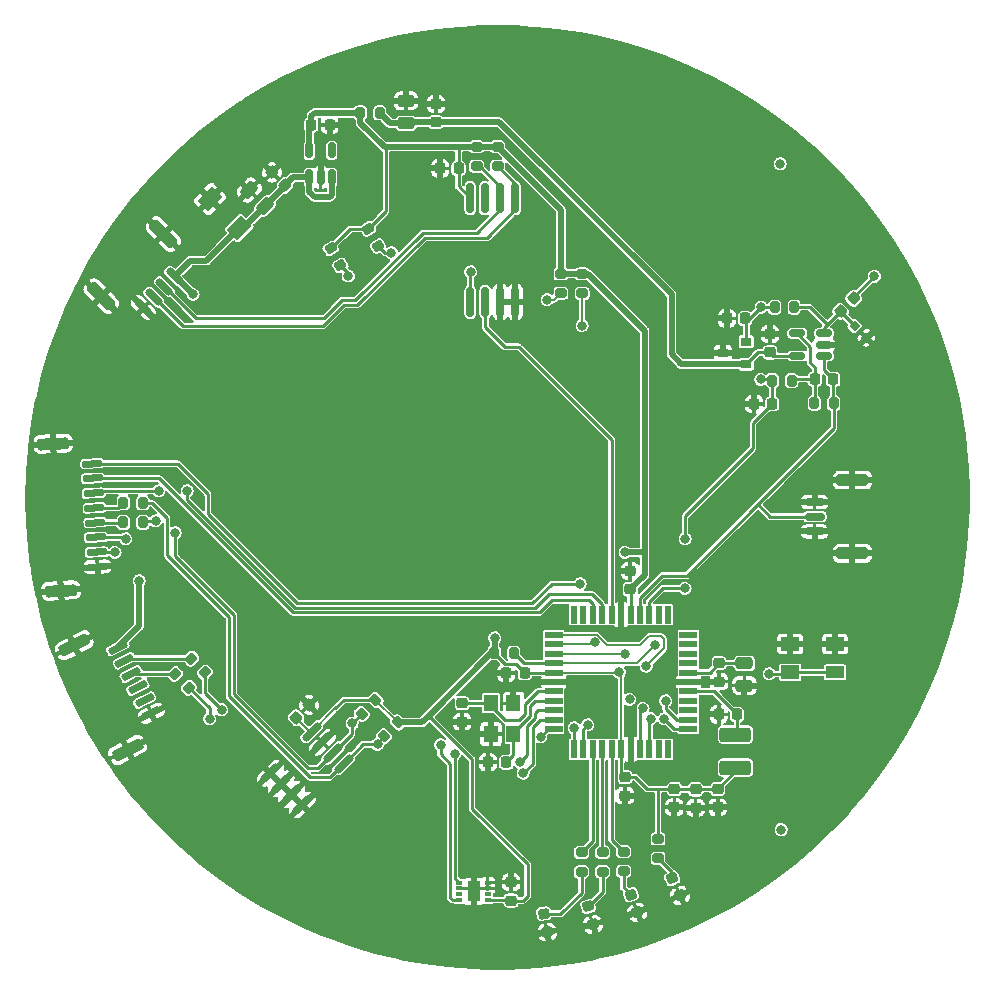
<source format=gbr>
%TF.GenerationSoftware,KiCad,Pcbnew,(5.99.0-10394-g2e15de97e0)*%
%TF.CreationDate,2021-08-24T18:50:14+02:00*%
%TF.ProjectId,USTTHUNDERMILLPCB01A,55535454-4855-44e4-9445-524d494c4c50,rev?*%
%TF.SameCoordinates,Original*%
%TF.FileFunction,Copper,L1,Top*%
%TF.FilePolarity,Positive*%
%FSLAX46Y46*%
G04 Gerber Fmt 4.6, Leading zero omitted, Abs format (unit mm)*
G04 Created by KiCad (PCBNEW (5.99.0-10394-g2e15de97e0)) date 2021-08-24 18:50:14*
%MOMM*%
%LPD*%
G01*
G04 APERTURE LIST*
G04 Aperture macros list*
%AMRoundRect*
0 Rectangle with rounded corners*
0 $1 Rounding radius*
0 $2 $3 $4 $5 $6 $7 $8 $9 X,Y pos of 4 corners*
0 Add a 4 corners polygon primitive as box body*
4,1,4,$2,$3,$4,$5,$6,$7,$8,$9,$2,$3,0*
0 Add four circle primitives for the rounded corners*
1,1,$1+$1,$2,$3*
1,1,$1+$1,$4,$5*
1,1,$1+$1,$6,$7*
1,1,$1+$1,$8,$9*
0 Add four rect primitives between the rounded corners*
20,1,$1+$1,$2,$3,$4,$5,0*
20,1,$1+$1,$4,$5,$6,$7,0*
20,1,$1+$1,$6,$7,$8,$9,0*
20,1,$1+$1,$8,$9,$2,$3,0*%
%AMRotRect*
0 Rectangle, with rotation*
0 The origin of the aperture is its center*
0 $1 length*
0 $2 width*
0 $3 Rotation angle, in degrees counterclockwise*
0 Add horizontal line*
21,1,$1,$2,0,0,$3*%
G04 Aperture macros list end*
%TA.AperFunction,SMDPad,CuDef*%
%ADD10O,0.700000X2.600000*%
%TD*%
%TA.AperFunction,SMDPad,CuDef*%
%ADD11RoundRect,0.200000X0.275000X-0.200000X0.275000X0.200000X-0.275000X0.200000X-0.275000X-0.200000X0*%
%TD*%
%TA.AperFunction,SMDPad,CuDef*%
%ADD12RoundRect,0.200000X0.335876X0.053033X0.053033X0.335876X-0.335876X-0.053033X-0.053033X-0.335876X0*%
%TD*%
%TA.AperFunction,SMDPad,CuDef*%
%ADD13RoundRect,0.225000X-0.250000X0.225000X-0.250000X-0.225000X0.250000X-0.225000X0.250000X0.225000X0*%
%TD*%
%TA.AperFunction,SMDPad,CuDef*%
%ADD14RoundRect,0.250000X0.512652X0.159099X0.159099X0.512652X-0.512652X-0.159099X-0.159099X-0.512652X0*%
%TD*%
%TA.AperFunction,SMDPad,CuDef*%
%ADD15RoundRect,0.218750X0.304135X-0.144974X0.190902X0.277619X-0.304135X0.144974X-0.190902X-0.277619X0*%
%TD*%
%TA.AperFunction,SMDPad,CuDef*%
%ADD16RoundRect,0.200000X-0.275000X0.200000X-0.275000X-0.200000X0.275000X-0.200000X0.275000X0.200000X0*%
%TD*%
%TA.AperFunction,SMDPad,CuDef*%
%ADD17RoundRect,0.218750X0.324689X-0.089959X0.139794X0.306551X-0.324689X0.089959X-0.139794X-0.306551X0*%
%TD*%
%TA.AperFunction,SMDPad,CuDef*%
%ADD18RoundRect,0.200000X-0.200000X-0.275000X0.200000X-0.275000X0.200000X0.275000X-0.200000X0.275000X0*%
%TD*%
%TA.AperFunction,SMDPad,CuDef*%
%ADD19RoundRect,0.218750X0.290343X-0.170929X0.214371X0.259924X-0.290343X0.170929X-0.214371X-0.259924X0*%
%TD*%
%TA.AperFunction,SMDPad,CuDef*%
%ADD20RoundRect,0.200000X-0.338157X0.035705X-0.138157X-0.310705X0.338157X-0.035705X0.138157X0.310705X0*%
%TD*%
%TA.AperFunction,SMDPad,CuDef*%
%ADD21RoundRect,0.225000X0.250000X-0.225000X0.250000X0.225000X-0.250000X0.225000X-0.250000X-0.225000X0*%
%TD*%
%TA.AperFunction,SMDPad,CuDef*%
%ADD22RoundRect,0.250000X0.475000X-0.250000X0.475000X0.250000X-0.475000X0.250000X-0.475000X-0.250000X0*%
%TD*%
%TA.AperFunction,SMDPad,CuDef*%
%ADD23RoundRect,0.250000X-0.475000X0.250000X-0.475000X-0.250000X0.475000X-0.250000X0.475000X0.250000X0*%
%TD*%
%TA.AperFunction,SMDPad,CuDef*%
%ADD24RoundRect,0.150000X-0.477297X-0.689429X0.689429X0.477297X0.477297X0.689429X-0.689429X-0.477297X0*%
%TD*%
%TA.AperFunction,SMDPad,CuDef*%
%ADD25RoundRect,0.150000X-0.388909X0.601041X-0.601041X0.388909X0.388909X-0.601041X0.601041X-0.388909X0*%
%TD*%
%TA.AperFunction,SMDPad,CuDef*%
%ADD26RoundRect,0.250000X-0.601041X0.954594X-0.954594X0.601041X0.601041X-0.954594X0.954594X-0.601041X0*%
%TD*%
%TA.AperFunction,SMDPad,CuDef*%
%ADD27RoundRect,0.225000X0.225000X0.250000X-0.225000X0.250000X-0.225000X-0.250000X0.225000X-0.250000X0*%
%TD*%
%TA.AperFunction,SMDPad,CuDef*%
%ADD28RotRect,1.300000X1.700000X135.000000*%
%TD*%
%TA.AperFunction,SMDPad,CuDef*%
%ADD29RoundRect,0.250000X1.075000X-0.375000X1.075000X0.375000X-1.075000X0.375000X-1.075000X-0.375000X0*%
%TD*%
%TA.AperFunction,SMDPad,CuDef*%
%ADD30RoundRect,0.225000X-0.225000X-0.250000X0.225000X-0.250000X0.225000X0.250000X-0.225000X0.250000X0*%
%TD*%
%TA.AperFunction,SMDPad,CuDef*%
%ADD31RoundRect,0.200000X0.200000X0.275000X-0.200000X0.275000X-0.200000X-0.275000X0.200000X-0.275000X0*%
%TD*%
%TA.AperFunction,SMDPad,CuDef*%
%ADD32RoundRect,0.150000X0.150000X-0.512500X0.150000X0.512500X-0.150000X0.512500X-0.150000X-0.512500X0*%
%TD*%
%TA.AperFunction,SMDPad,CuDef*%
%ADD33R,0.900000X0.800000*%
%TD*%
%TA.AperFunction,SMDPad,CuDef*%
%ADD34R,1.550000X1.150000*%
%TD*%
%TA.AperFunction,SMDPad,CuDef*%
%ADD35R,1.550000X1.050000*%
%TD*%
%TA.AperFunction,SMDPad,CuDef*%
%ADD36R,1.500000X0.550000*%
%TD*%
%TA.AperFunction,SMDPad,CuDef*%
%ADD37R,0.550000X1.500000*%
%TD*%
%TA.AperFunction,SMDPad,CuDef*%
%ADD38RotRect,0.600000X0.700000X135.000000*%
%TD*%
%TA.AperFunction,SMDPad,CuDef*%
%ADD39RoundRect,0.200000X-0.053033X0.335876X-0.335876X0.053033X0.053033X-0.335876X0.335876X-0.053033X0*%
%TD*%
%TA.AperFunction,SMDPad,CuDef*%
%ADD40RoundRect,0.150000X-0.691803X-0.184142X-0.555606X-0.451444X0.691803X0.184142X0.555606X0.451444X0*%
%TD*%
%TA.AperFunction,SMDPad,CuDef*%
%ADD41RoundRect,0.250000X-1.093605X-0.276638X-0.866610X-0.722141X1.093605X0.276638X0.866610X0.722141X0*%
%TD*%
%TA.AperFunction,SMDPad,CuDef*%
%ADD42RoundRect,0.150000X0.512500X0.150000X-0.512500X0.150000X-0.512500X-0.150000X0.512500X-0.150000X0*%
%TD*%
%TA.AperFunction,SMDPad,CuDef*%
%ADD43R,1.200000X1.400000*%
%TD*%
%TA.AperFunction,SMDPad,CuDef*%
%ADD44RoundRect,0.150000X0.700000X-0.150000X0.700000X0.150000X-0.700000X0.150000X-0.700000X-0.150000X0*%
%TD*%
%TA.AperFunction,SMDPad,CuDef*%
%ADD45RoundRect,0.250000X1.100000X-0.250000X1.100000X0.250000X-1.100000X0.250000X-1.100000X-0.250000X0*%
%TD*%
%TA.AperFunction,SMDPad,CuDef*%
%ADD46RoundRect,0.225000X-0.017678X0.335876X-0.335876X0.017678X0.017678X-0.335876X0.335876X-0.017678X0*%
%TD*%
%TA.AperFunction,SMDPad,CuDef*%
%ADD47RoundRect,0.225000X0.017678X-0.335876X0.335876X-0.017678X-0.017678X0.335876X-0.335876X0.017678X0*%
%TD*%
%TA.AperFunction,SMDPad,CuDef*%
%ADD48RoundRect,0.225000X0.335876X0.017678X0.017678X0.335876X-0.335876X-0.017678X-0.017678X-0.335876X0*%
%TD*%
%TA.AperFunction,SMDPad,CuDef*%
%ADD49R,0.600000X0.300000*%
%TD*%
%TA.AperFunction,SMDPad,CuDef*%
%ADD50R,1.000000X1.700000*%
%TD*%
%TA.AperFunction,SMDPad,CuDef*%
%ADD51RoundRect,0.150000X-0.706891X0.113159X-0.691190X-0.186430X0.706891X-0.113159X0.691190X0.186430X0*%
%TD*%
%TA.AperFunction,SMDPad,CuDef*%
%ADD52RoundRect,0.250000X-1.111576X0.192088X-1.085408X-0.307227X1.111576X-0.192088X1.085408X0.307227X0*%
%TD*%
%TA.AperFunction,SMDPad,CuDef*%
%ADD53RoundRect,0.218750X0.315613X-0.117915X0.165979X0.293200X-0.315613X0.117915X-0.165979X-0.293200X0*%
%TD*%
%TA.AperFunction,ViaPad*%
%ADD54C,0.800000*%
%TD*%
%TA.AperFunction,Conductor*%
%ADD55C,0.250000*%
%TD*%
%TA.AperFunction,Conductor*%
%ADD56C,0.500000*%
%TD*%
%TA.AperFunction,Conductor*%
%ADD57C,0.200000*%
%TD*%
G04 APERTURE END LIST*
D10*
%TO.P,U4,1,OSCI*%
%TO.N,/tachometer/COUNT_1*%
X140185000Y-75960000D03*
%TO.P,U4,2,OSCO*%
%TO.N,COUNT_1_PCFO*%
X141455000Y-75960000D03*
%TO.P,U4,3,A0*%
%TO.N,ROTOR_GND*%
X142725000Y-75960000D03*
%TO.P,U4,4,VSS*%
X144000000Y-75960000D03*
%TO.P,U4,5,SDA*%
%TO.N,/tachometer/SDA*%
X143995000Y-67160000D03*
%TO.P,U4,6,SCL*%
%TO.N,/tachometer/SCL*%
X142725000Y-67160000D03*
%TO.P,U4,7,#INT*%
%TO.N,unconnected-(U4-Pad7)*%
X141390000Y-67160000D03*
%TO.P,U4,8,VDD*%
%TO.N,+3V3*%
X140185000Y-67160000D03*
%TD*%
D11*
%TO.P,R5,1*%
%TO.N,Net-(D3-Pad2)*%
X151384000Y-124195400D03*
%TO.P,R5,2*%
%TO.N,/CPU/LED_2*%
X151384000Y-122545400D03*
%TD*%
D12*
%TO.P,R16,1*%
%TO.N,/CPU/RX0*%
X117729000Y-107315000D03*
%TO.P,R16,2*%
%TO.N,Net-(J6-Pad2)*%
X116562274Y-106148274D03*
%TD*%
D13*
%TO.P,C14,1*%
%TO.N,+3V3*%
X161140800Y-117195000D03*
%TO.P,C14,2*%
%TO.N,ROTOR_GND*%
X161140800Y-118745000D03*
%TD*%
D14*
%TO.P,C6,1*%
%TO.N,+5V*%
X122809000Y-67818000D03*
%TO.P,C6,2*%
%TO.N,ROTOR_GND*%
X121465498Y-66474498D03*
%TD*%
D15*
%TO.P,D3,1,K*%
%TO.N,ROTOR_GND*%
X150571820Y-128649667D03*
%TO.P,D3,2,A*%
%TO.N,Net-(D3-Pad2)*%
X150164180Y-127128333D03*
%TD*%
D11*
%TO.P,R21,1*%
%TO.N,Net-(D6-Pad2)*%
X156083000Y-123062000D03*
%TO.P,R21,2*%
%TO.N,+3V3*%
X156083000Y-121412000D03*
%TD*%
D16*
%TO.P,R9,1*%
%TO.N,+3V3*%
X147856797Y-73556001D03*
%TO.P,R9,2*%
%TO.N,Net-(R9-Pad2)*%
X147856797Y-75206001D03*
%TD*%
D17*
%TO.P,D6,1,K*%
%TO.N,ROTOR_GND*%
X157939812Y-126189717D03*
%TO.P,D6,2,A*%
%TO.N,Net-(D6-Pad2)*%
X157274188Y-124762283D03*
%TD*%
D18*
%TO.P,R3,1*%
%TO.N,Net-(C4-Pad1)*%
X169310200Y-84520400D03*
%TO.P,R3,2*%
%TO.N,PA0*%
X170960200Y-84520400D03*
%TD*%
%TO.P,R1,1*%
%TO.N,PA1*%
X165945200Y-76392400D03*
%TO.P,R1,2*%
%TO.N,Net-(C2-Pad2)*%
X167595200Y-76392400D03*
%TD*%
D19*
%TO.P,D4,1,K*%
%TO.N,ROTOR_GND*%
X146694748Y-129299536D03*
%TO.P,D4,2,A*%
%TO.N,Net-(D4-Pad2)*%
X146421252Y-127748464D03*
%TD*%
D20*
%TO.P,R8,1*%
%TO.N,+3V3*%
X128365500Y-71421529D03*
%TO.P,R8,2*%
%TO.N,Net-(R8-Pad2)*%
X129190500Y-72850471D03*
%TD*%
D21*
%TO.P,C10,1*%
%TO.N,+3.3VP*%
X137287000Y-60732000D03*
%TO.P,C10,2*%
%TO.N,ROTOR_GND*%
X137287000Y-59182000D03*
%TD*%
D22*
%TO.P,C9,1*%
%TO.N,+3.3VP*%
X134747000Y-60828000D03*
%TO.P,C9,2*%
%TO.N,ROTOR_GND*%
X134747000Y-58928000D03*
%TD*%
D23*
%TO.P,C21,1*%
%TO.N,Net-(C21-Pad1)*%
X163400800Y-106540000D03*
%TO.P,C21,2*%
%TO.N,ROTOR_GND*%
X163400800Y-108440000D03*
%TD*%
D24*
%TO.P,U9,1,A0*%
%TO.N,ROTOR_GND*%
X123267872Y-115846051D03*
%TO.P,U9,2,A1*%
X124165898Y-116744076D03*
%TO.P,U9,3,A2*%
X125063924Y-117642102D03*
%TO.P,U9,4,GND*%
X125961949Y-118540128D03*
%TO.P,U9,5,SDA*%
%TO.N,/CPU/PC1*%
X129462128Y-115039949D03*
%TO.P,U9,6,SCL*%
%TO.N,/CPU/PC0*%
X128564102Y-114141924D03*
%TO.P,U9,7,WP*%
%TO.N,ROTOR_GND*%
X127666076Y-113243898D03*
%TO.P,U9,8,VCC*%
%TO.N,+3V3*%
X126768051Y-112345872D03*
%TD*%
D16*
%TO.P,R7,1*%
%TO.N,+3V3*%
X142494000Y-62802000D03*
%TO.P,R7,2*%
%TO.N,/tachometer/SDA*%
X142494000Y-64452000D03*
%TD*%
D25*
%TO.P,J1,1*%
%TO.N,+5V*%
X115155973Y-73769322D03*
%TO.P,J1,2*%
%TO.N,/tachometer/SCL*%
X114272089Y-74653206D03*
%TO.P,J1,3*%
%TO.N,/tachometer/SDA*%
X113388206Y-75537089D03*
%TO.P,J1,4*%
%TO.N,ROTOR_GND*%
X112504322Y-76420973D03*
D26*
%TO.P,J1,MP*%
X108933433Y-75466379D03*
X114201379Y-70198433D03*
%TD*%
D21*
%TO.P,C19,1*%
%TO.N,+3V3*%
X153720000Y-100275000D03*
%TO.P,C19,2*%
%TO.N,ROTOR_GND*%
X153720000Y-98725000D03*
%TD*%
D27*
%TO.P,C17,1*%
%TO.N,Net-(C17-Pad1)*%
X143225000Y-114920000D03*
%TO.P,C17,2*%
%TO.N,ROTOR_GND*%
X141675000Y-114920000D03*
%TD*%
D28*
%TO.P,D2,1,K*%
%TO.N,+5V*%
X120617437Y-69690437D03*
%TO.P,D2,2,A*%
%TO.N,ROTOR_GND*%
X118142563Y-67215563D03*
%TD*%
D13*
%TO.P,C15,1*%
%TO.N,Net-(C15-Pad1)*%
X139490000Y-109935000D03*
%TO.P,C15,2*%
%TO.N,ROTOR_GND*%
X139490000Y-111485000D03*
%TD*%
D29*
%TO.P,L1,1,1*%
%TO.N,+3V3*%
X162630800Y-115380000D03*
%TO.P,L1,2,2*%
%TO.N,/CPU/AVCC*%
X162630800Y-112580000D03*
%TD*%
D30*
%TO.P,C8,1*%
%TO.N,+3V3*%
X126720000Y-60960000D03*
%TO.P,C8,2*%
%TO.N,ROTOR_GND*%
X128270000Y-60960000D03*
%TD*%
D31*
%TO.P,R19,1*%
%TO.N,/CPU/PC1*%
X112458000Y-92964000D03*
%TO.P,R19,2*%
%TO.N,Net-(J5-Pad4)*%
X110808000Y-92964000D03*
%TD*%
D32*
%TO.P,U3,1,VIN*%
%TO.N,+5V*%
X126558000Y-65399500D03*
%TO.P,U3,2,GND*%
%TO.N,ROTOR_GND*%
X127508000Y-65399500D03*
%TO.P,U3,3,EN*%
%TO.N,+5V*%
X128458000Y-65399500D03*
%TO.P,U3,4,NC*%
%TO.N,unconnected-(U3-Pad4)*%
X128458000Y-63124500D03*
%TO.P,U3,5,VOUT*%
%TO.N,+3V3*%
X126558000Y-63124500D03*
%TD*%
D33*
%TO.P,U1,1,Vin*%
%TO.N,+3.3VP*%
X163560000Y-81214000D03*
%TO.P,U1,2,Vout*%
%TO.N,PA1*%
X163560000Y-79314000D03*
%TO.P,U1,3,GND*%
%TO.N,ROTOR_GND*%
X161560000Y-80264000D03*
%TD*%
D20*
%TO.P,R10,1*%
%TO.N,+3V3*%
X131540500Y-69770529D03*
%TO.P,R10,2*%
%TO.N,/tachometer/COUNT_1*%
X132365500Y-71199471D03*
%TD*%
D13*
%TO.P,C18,1*%
%TO.N,+3V3*%
X153289000Y-116192000D03*
%TO.P,C18,2*%
%TO.N,ROTOR_GND*%
X153289000Y-117742000D03*
%TD*%
D34*
%TO.P,SW1,1,1*%
%TO.N,ROTOR_GND*%
X171070000Y-104920000D03*
X167270000Y-104920000D03*
%TO.P,SW1,2,2*%
%TO.N,/CPU/BTN*%
X167270000Y-107320000D03*
D35*
X171070000Y-107320000D03*
%TD*%
D36*
%TO.P,U8,1,(PCINT13/MOSI)PB5*%
%TO.N,/CPU/PB5*%
X147250800Y-104130000D03*
%TO.P,U8,2,(PCINT14/MISO)PB6*%
%TO.N,/CPU/PB6*%
X147250800Y-104930000D03*
%TO.P,U8,3,(PCINT15/SCK)PB7*%
%TO.N,/CPU/PB7*%
X147250800Y-105730000D03*
%TO.P,U8,4,~{RESET}*%
%TO.N,/CPU/RST#_P*%
X147250800Y-106530000D03*
%TO.P,U8,5,VCC*%
%TO.N,+3V3*%
X147250800Y-107330000D03*
%TO.P,U8,6,GND*%
%TO.N,ROTOR_GND*%
X147250800Y-108130000D03*
%TO.P,U8,7,XTAL2*%
%TO.N,Net-(C15-Pad1)*%
X147250800Y-108930000D03*
%TO.P,U8,8,XTAL1*%
%TO.N,Net-(C17-Pad1)*%
X147250800Y-109730000D03*
%TO.P,U8,9,(PCINT24/RXD0)PD0*%
%TO.N,/CPU/RX0*%
X147250800Y-110530000D03*
%TO.P,U8,10,(PCINT25/TXD0)PD1*%
%TO.N,/CPU/TX0*%
X147250800Y-111330000D03*
%TO.P,U8,11,(PCINT26/RXD1/INT0)PD2*%
%TO.N,/CPU/RX1*%
X147250800Y-112130000D03*
D37*
%TO.P,U8,12,(PCINT27/TXD1/INT1)PD3*%
%TO.N,/CPU/TX1*%
X148950800Y-113830000D03*
%TO.P,U8,13,(PCINT28/XCK1/OC1B)PD4*%
%TO.N,/CPU/TIMEPULSE*%
X149750800Y-113830000D03*
%TO.P,U8,14,(PCINT294/OC1A)PD5*%
%TO.N,/CPU/LED_1*%
X150550800Y-113830000D03*
%TO.P,U8,15,(PCINT30/OC2B/ICP)PD6*%
%TO.N,/CPU/LED_2*%
X151350800Y-113830000D03*
%TO.P,U8,16,(PCINT31/OC2A)PD7*%
%TO.N,/CPU/LED_3*%
X152150800Y-113830000D03*
%TO.P,U8,17,VCC*%
%TO.N,+3V3*%
X152950800Y-113830000D03*
%TO.P,U8,18,GND*%
%TO.N,ROTOR_GND*%
X153750800Y-113830000D03*
%TO.P,U8,19,(PCINT16/SCL)PC0*%
%TO.N,/CPU/PC0*%
X154550800Y-113830000D03*
%TO.P,U8,20,(PCINT17/SDA)PC1*%
%TO.N,/CPU/PC1*%
X155350800Y-113830000D03*
%TO.P,U8,21,(PCINT18/TCK)PC2*%
%TO.N,unconnected-(U8-Pad21)*%
X156150800Y-113830000D03*
%TO.P,U8,22,(PCINT19/TMS)PC3*%
%TO.N,unconnected-(U8-Pad22)*%
X156950800Y-113830000D03*
D36*
%TO.P,U8,23,(PCINT20/TDO)PC4*%
%TO.N,COUNT_2*%
X158650800Y-112130000D03*
%TO.P,U8,24,(PCINT21/TDI)PC5*%
%TO.N,/CPU/BTN*%
X158650800Y-111330000D03*
%TO.P,U8,25,(PCINT22/TOSC1)PC6*%
%TO.N,unconnected-(U8-Pad25)*%
X158650800Y-110530000D03*
%TO.P,U8,26,(PCINT23/TOSC2)PC7*%
%TO.N,unconnected-(U8-Pad26)*%
X158650800Y-109730000D03*
%TO.P,U8,27,AVCC*%
%TO.N,/CPU/AVCC*%
X158650800Y-108930000D03*
%TO.P,U8,28,GND*%
%TO.N,ROTOR_GND*%
X158650800Y-108130000D03*
%TO.P,U8,29,AREF*%
%TO.N,Net-(C21-Pad1)*%
X158650800Y-107330000D03*
%TO.P,U8,30,(PCINT7/ADC7)PA7*%
%TO.N,unconnected-(U8-Pad30)*%
X158650800Y-106530000D03*
%TO.P,U8,31,(PCINT6/ADC6)PA6*%
%TO.N,unconnected-(U8-Pad31)*%
X158650800Y-105730000D03*
%TO.P,U8,32,(PCINT5/ADC5)PA5*%
%TO.N,unconnected-(U8-Pad32)*%
X158650800Y-104930000D03*
%TO.P,U8,33,(PCINT4/ADC4)PA4*%
%TO.N,unconnected-(U8-Pad33)*%
X158650800Y-104130000D03*
D37*
%TO.P,U8,34,(PCINT3/ADC3)PA3*%
%TO.N,unconnected-(U8-Pad34)*%
X156950800Y-102430000D03*
%TO.P,U8,35,(PCINT2/ADC2)PA2*%
%TO.N,unconnected-(U8-Pad35)*%
X156150800Y-102430000D03*
%TO.P,U8,36,(PCINT1/ADC1)PA1*%
%TO.N,PA1*%
X155350800Y-102430000D03*
%TO.P,U8,37,(PCINT0/ADC0)PA0*%
%TO.N,PA0*%
X154550800Y-102430000D03*
%TO.P,U8,38,VCC*%
%TO.N,+3V3*%
X153750800Y-102430000D03*
%TO.P,U8,39,GND*%
%TO.N,ROTOR_GND*%
X152950800Y-102430000D03*
%TO.P,U8,40,(PCINT8/T0/XCK)PB0*%
%TO.N,COUNT_1_PCFO*%
X152150800Y-102430000D03*
%TO.P,U8,41,(PCINT9/CLKO/T1)PB1*%
%TO.N,/CPU/GEO_STAT*%
X151350800Y-102430000D03*
%TO.P,U8,42,(PCINT10/AIN0/INT2)PB2*%
%TO.N,/CPU/EXTINT*%
X150550800Y-102430000D03*
%TO.P,U8,43,(PCINT11/AIN1/OC0)PB3*%
%TO.N,unconnected-(U8-Pad43)*%
X149750800Y-102430000D03*
%TO.P,U8,44,(PCINT12/OC0B/~{SS})PB4*%
%TO.N,unconnected-(U8-Pad44)*%
X148950800Y-102430000D03*
%TD*%
D38*
%TO.P,D1,1,A1*%
%TO.N,Net-(C2-Pad2)*%
X172733025Y-77991025D03*
%TO.P,D1,2,A2*%
%TO.N,ROTOR_GND*%
X173722975Y-78980975D03*
%TD*%
D30*
%TO.P,C4,1*%
%TO.N,Net-(C4-Pad1)*%
X169360200Y-82488400D03*
%TO.P,C4,2*%
%TO.N,PA0*%
X170910200Y-82488400D03*
%TD*%
D39*
%TO.P,R13,1*%
%TO.N,+3V3*%
X132155363Y-109652637D03*
%TO.P,R13,2*%
%TO.N,/CPU/PC0*%
X130988637Y-110819363D03*
%TD*%
D16*
%TO.P,R6,1*%
%TO.N,+3V3*%
X140716000Y-62802000D03*
%TO.P,R6,2*%
%TO.N,/tachometer/SCL*%
X140716000Y-64452000D03*
%TD*%
D27*
%TO.P,C16,1*%
%TO.N,/CPU/AVCC*%
X162770800Y-110880000D03*
%TO.P,C16,2*%
%TO.N,ROTOR_GND*%
X161220800Y-110880000D03*
%TD*%
D30*
%TO.P,C3,1*%
%TO.N,ROTOR_GND*%
X164198000Y-84582000D03*
%TO.P,C3,2*%
%TO.N,PA1*%
X165748000Y-84582000D03*
%TD*%
D40*
%TO.P,J6,1*%
%TO.N,+5V*%
X110338642Y-105214722D03*
%TO.P,J6,2*%
%TO.N,Net-(J6-Pad2)*%
X110906130Y-106328480D03*
%TO.P,J6,3*%
%TO.N,Net-(J6-Pad3)*%
X111473618Y-107442238D03*
%TO.P,J6,4*%
%TO.N,unconnected-(J6-Pad4)*%
X112041106Y-108555997D03*
%TO.P,J6,5*%
%TO.N,unconnected-(J6-Pad5)*%
X112608594Y-109669755D03*
%TO.P,J6,6*%
%TO.N,ROTOR_GND*%
X113176082Y-110783513D03*
D41*
%TO.P,J6,MP*%
X111164744Y-113884645D03*
X106647538Y-105019130D03*
%TD*%
D39*
%TO.P,R12,1*%
%TO.N,+3V3*%
X134060363Y-111557637D03*
%TO.P,R12,2*%
%TO.N,/CPU/PC1*%
X132893637Y-112724363D03*
%TD*%
D13*
%TO.P,C23,1*%
%TO.N,Net-(C21-Pad1)*%
X161250800Y-106540000D03*
%TO.P,C23,2*%
%TO.N,ROTOR_GND*%
X161250800Y-108090000D03*
%TD*%
D42*
%TO.P,U2,1*%
%TO.N,PA0*%
X170129700Y-80517400D03*
%TO.P,U2,2,V-*%
%TO.N,ROTOR_GND*%
X170129700Y-79567400D03*
%TO.P,U2,3,+*%
%TO.N,Net-(C2-Pad2)*%
X170129700Y-78617400D03*
%TO.P,U2,4,-*%
%TO.N,Net-(C4-Pad1)*%
X167854700Y-78617400D03*
%TO.P,U2,5,V+*%
%TO.N,+3.3VP*%
X167854700Y-80517400D03*
%TD*%
D43*
%TO.P,Y1,1,1*%
%TO.N,Net-(C15-Pad1)*%
X141941600Y-109941400D03*
%TO.P,Y1,2,2*%
%TO.N,ROTOR_GND*%
X141941600Y-112541400D03*
%TO.P,Y1,3,3*%
%TO.N,Net-(C17-Pad1)*%
X143841600Y-112541400D03*
%TO.P,Y1,4,4*%
%TO.N,ROTOR_GND*%
X143841600Y-109941400D03*
%TD*%
D27*
%TO.P,C22,1*%
%TO.N,+3V3*%
X139192000Y-64643000D03*
%TO.P,C22,2*%
%TO.N,ROTOR_GND*%
X137642000Y-64643000D03*
%TD*%
D44*
%TO.P,J2,1*%
%TO.N,ROTOR_GND*%
X169346000Y-95382400D03*
%TO.P,J2,2*%
%TO.N,PA0*%
X169346000Y-94132400D03*
%TO.P,J2,3*%
%TO.N,ROTOR_GND*%
X169346000Y-92882400D03*
D45*
%TO.P,J2,MP*%
X172546000Y-91032400D03*
X172546000Y-97232400D03*
%TD*%
D18*
%TO.P,R2,1*%
%TO.N,PA1*%
X165754200Y-82615400D03*
%TO.P,R2,2*%
%TO.N,Net-(C4-Pad1)*%
X167404200Y-82615400D03*
%TD*%
D27*
%TO.P,C1,1*%
%TO.N,PA1*%
X163462000Y-77343000D03*
%TO.P,C1,2*%
%TO.N,ROTOR_GND*%
X161912000Y-77343000D03*
%TD*%
D16*
%TO.P,R11,1*%
%TO.N,+3V3*%
X149656800Y-73581000D03*
%TO.P,R11,2*%
%TO.N,COUNT_2*%
X149656800Y-75231000D03*
%TD*%
D11*
%TO.P,R18,1*%
%TO.N,Net-(D5-Pad2)*%
X153162000Y-124142000D03*
%TO.P,R18,2*%
%TO.N,/CPU/LED_3*%
X153162000Y-122492000D03*
%TD*%
D13*
%TO.P,C5,1*%
%TO.N,ROTOR_GND*%
X165563200Y-78678400D03*
%TO.P,C5,2*%
%TO.N,+3.3VP*%
X165563200Y-80228400D03*
%TD*%
D27*
%TO.P,C20,1*%
%TO.N,+3V3*%
X144785000Y-107370000D03*
%TO.P,C20,2*%
%TO.N,ROTOR_GND*%
X143235000Y-107370000D03*
%TD*%
D21*
%TO.P,C11,1*%
%TO.N,+3V3*%
X143637000Y-126632000D03*
%TO.P,C11,2*%
%TO.N,ROTOR_GND*%
X143637000Y-125082000D03*
%TD*%
D46*
%TO.P,C2,1*%
%TO.N,STATOR*%
X172633008Y-75651992D03*
%TO.P,C2,2*%
%TO.N,Net-(C2-Pad2)*%
X171536992Y-76748008D03*
%TD*%
D13*
%TO.P,C13,1*%
%TO.N,+3V3*%
X159260800Y-117225000D03*
%TO.P,C13,2*%
%TO.N,ROTOR_GND*%
X159260800Y-118775000D03*
%TD*%
D12*
%TO.P,R17,1*%
%TO.N,/CPU/TX0*%
X116355726Y-108608726D03*
%TO.P,R17,2*%
%TO.N,Net-(J6-Pad3)*%
X115189000Y-107442000D03*
%TD*%
D31*
%TO.P,R20,2*%
%TO.N,Net-(J5-Pad5)*%
X110808000Y-94615000D03*
%TO.P,R20,1*%
%TO.N,/CPU/PC0*%
X112458000Y-94615000D03*
%TD*%
%TO.P,R14,1*%
%TO.N,/CPU/RST#_P*%
X143865000Y-105670000D03*
%TO.P,R14,2*%
%TO.N,+3V3*%
X142215000Y-105670000D03*
%TD*%
D47*
%TO.P,C24,1*%
%TO.N,+3V3*%
X125435992Y-111165008D03*
%TO.P,C24,2*%
%TO.N,ROTOR_GND*%
X126532008Y-110068992D03*
%TD*%
D11*
%TO.P,R15,1*%
%TO.N,Net-(D4-Pad2)*%
X149606000Y-124205000D03*
%TO.P,R15,2*%
%TO.N,/CPU/LED_1*%
X149606000Y-122555000D03*
%TD*%
D48*
%TO.P,C7,1*%
%TO.N,+5V*%
X124500008Y-66080008D03*
%TO.P,C7,2*%
%TO.N,ROTOR_GND*%
X123403992Y-64983992D03*
%TD*%
D31*
%TO.P,R4,1*%
%TO.N,+3.3VP*%
X132524000Y-59944000D03*
%TO.P,R4,2*%
%TO.N,+3V3*%
X130874000Y-59944000D03*
%TD*%
D49*
%TO.P,U7,1,SDA*%
%TO.N,/CPU/PC1*%
X139262000Y-125107000D03*
%TO.P,U7,2,ADDR*%
%TO.N,ROTOR_GND*%
X139262000Y-125607000D03*
%TO.P,U7,3,ALERT*%
%TO.N,unconnected-(U7-Pad3)*%
X139262000Y-126107000D03*
%TO.P,U7,4,SCL*%
%TO.N,/CPU/PC0*%
X139262000Y-126607000D03*
%TO.P,U7,5,VDD*%
%TO.N,+3V3*%
X141662000Y-126607000D03*
%TO.P,U7,6,nRESET*%
%TO.N,unconnected-(U7-Pad6)*%
X141662000Y-126107000D03*
%TO.P,U7,7,GND*%
%TO.N,ROTOR_GND*%
X141662000Y-125607000D03*
%TO.P,U7,8,GND*%
X141662000Y-125107000D03*
D50*
%TO.P,U7,9,GND*%
X140462000Y-125857000D03*
%TD*%
D13*
%TO.P,C12,1*%
%TO.N,+3V3*%
X157460000Y-117185000D03*
%TO.P,C12,2*%
%TO.N,ROTOR_GND*%
X157460000Y-118735000D03*
%TD*%
D51*
%TO.P,J5,1*%
%TO.N,/CPU/TIMEPULSE*%
X108171495Y-89641174D03*
%TO.P,J5,2*%
%TO.N,/CPU/EXTINT*%
X108236915Y-90889461D03*
%TO.P,J5,3*%
%TO.N,/CPU/GEO_STAT*%
X108302335Y-92137748D03*
%TO.P,J5,4*%
%TO.N,Net-(J5-Pad4)*%
X108367755Y-93386035D03*
%TO.P,J5,5*%
%TO.N,Net-(J5-Pad5)*%
X108433175Y-94634322D03*
%TO.P,J5,6*%
%TO.N,/CPU/TX1*%
X108498595Y-95882609D03*
%TO.P,J5,7*%
%TO.N,/CPU/RX1*%
X108564015Y-97130896D03*
%TO.P,J5,8*%
%TO.N,ROTOR_GND*%
X108629434Y-98379183D03*
D52*
%TO.P,J5,MP*%
X105530641Y-100394122D03*
X104879059Y-87961185D03*
%TD*%
D53*
%TO.P,D5,1,K*%
%TO.N,ROTOR_GND*%
X154320341Y-127613008D03*
%TO.P,D5,2,A*%
%TO.N,Net-(D5-Pad2)*%
X153781659Y-126132992D03*
%TD*%
D54*
%TO.N,*%
X153670000Y-109601000D03*
%TO.N,+5V*%
X112141000Y-99568000D03*
X116713000Y-75311000D03*
%TO.N,+3V3*%
X152797600Y-107304400D03*
X153289000Y-97155000D03*
X142240000Y-104394000D03*
%TO.N,/CPU/RST#_P*%
X155845600Y-105018400D03*
%TO.N,/CPU/PB6*%
X150765600Y-104764400D03*
%TO.N,/CPU/PB7*%
X153305600Y-105780400D03*
%TO.N,/CPU/PB5*%
X155083600Y-106796400D03*
%TO.N,/CPU/TIMEPULSE*%
X149479000Y-99822000D03*
X150114000Y-111760000D03*
%TO.N,Net-(R8-Pad2)*%
X129856800Y-73756000D03*
%TO.N,Net-(R9-Pad2)*%
X146706800Y-75756000D03*
%TO.N,/tachometer/COUNT_1*%
X133514594Y-71792594D03*
X140208000Y-73406000D03*
%TO.N,/CPU/PC1*%
X132334000Y-113411000D03*
X155448000Y-111252000D03*
X138862637Y-114212500D03*
%TO.N,/CPU/PC0*%
X154813000Y-110363000D03*
X115196056Y-95504000D03*
X137668000Y-113450500D03*
X113538000Y-94488000D03*
X130175000Y-111633000D03*
%TO.N,/CPU/RX0*%
X119126000Y-110490000D03*
X144399000Y-114935000D03*
%TO.N,/CPU/TX0*%
X118110000Y-111252000D03*
X144659849Y-115847970D03*
%TO.N,/CPU/TX1*%
X110998000Y-96012000D03*
X148971000Y-112014000D03*
%TO.N,/CPU/RX1*%
X146134019Y-112776000D03*
X110109000Y-97155000D03*
%TO.N,/CPU/BTN*%
X156718000Y-109728000D03*
X165481000Y-107442000D03*
%TO.N,/CPU/GEO_STAT*%
X113792000Y-91948000D03*
X116205000Y-91948000D03*
%TO.N,ROTOR_GND*%
X121793000Y-105410000D03*
X159893000Y-90805000D03*
X113411000Y-103251000D03*
X146050000Y-116078000D03*
X118237000Y-76200000D03*
X125349000Y-99568000D03*
X169164000Y-75057000D03*
X140208000Y-69088000D03*
X115951000Y-113919000D03*
X150876000Y-89408000D03*
X117729000Y-79375000D03*
X136779000Y-115062000D03*
X175387000Y-93726000D03*
X109093000Y-78105000D03*
X138557000Y-77343000D03*
X121412000Y-95758000D03*
X171704000Y-102743000D03*
X148082000Y-85344000D03*
X125222000Y-93726000D03*
X145034000Y-78867000D03*
X116205000Y-94742000D03*
X130048000Y-77470000D03*
X128143000Y-94107000D03*
X122555000Y-96774000D03*
X113792000Y-81026000D03*
X142494000Y-103378000D03*
X165227000Y-86995000D03*
X133858000Y-94107000D03*
X167513000Y-84455000D03*
X125349000Y-79375000D03*
X164719000Y-91440000D03*
X119507000Y-79375000D03*
X128143000Y-93091000D03*
X123317000Y-101727000D03*
X153289000Y-74041000D03*
X151511000Y-109728000D03*
X125603000Y-87884000D03*
X114681000Y-79502000D03*
X130175000Y-107442000D03*
X140843000Y-108331000D03*
X171958000Y-99568000D03*
X134366000Y-98171000D03*
X113284000Y-96139000D03*
X162052000Y-97536000D03*
X153289000Y-91440000D03*
X137160000Y-69215000D03*
X113030000Y-115316000D03*
X117983000Y-104775000D03*
X118110000Y-96520000D03*
X147828000Y-115697000D03*
X131318000Y-100457000D03*
X172847000Y-85852000D03*
X141986000Y-108331000D03*
X131826000Y-103251000D03*
X139954000Y-103378000D03*
X166370000Y-97790000D03*
X162814000Y-91059000D03*
X151765000Y-111633000D03*
X116205000Y-79375000D03*
X131064000Y-90170000D03*
X150241000Y-71628000D03*
X133858000Y-91059000D03*
X160147000Y-95758000D03*
X127000000Y-103251000D03*
X106807000Y-103124000D03*
X136271000Y-109093000D03*
X104775000Y-102235000D03*
X129794000Y-95123000D03*
X111633000Y-116078000D03*
X131826000Y-95123000D03*
X172085000Y-89281000D03*
X128905000Y-78613000D03*
X159766000Y-80264000D03*
X160147000Y-76581000D03*
X143383000Y-70358000D03*
X128905000Y-90043000D03*
X168021000Y-109347000D03*
X115189000Y-88519000D03*
X132334000Y-108077000D03*
X153162000Y-80010000D03*
X173355000Y-80518000D03*
X160020000Y-99441000D03*
X114427000Y-114681000D03*
X164846000Y-89154000D03*
X109347000Y-88392000D03*
X125095000Y-76200000D03*
X143129000Y-81407000D03*
X107950000Y-86106000D03*
X106045000Y-86106000D03*
X173736000Y-76962000D03*
X140716000Y-79502000D03*
X113665000Y-86106000D03*
X135382000Y-69596000D03*
X173736000Y-105156000D03*
X113538000Y-88392000D03*
X130810000Y-95123000D03*
X123952000Y-107061000D03*
X121539000Y-79375000D03*
X172085000Y-81280000D03*
X164973000Y-110617000D03*
X162814000Y-85852000D03*
X144272000Y-69342000D03*
X113284000Y-97536000D03*
X161290000Y-90043000D03*
X114173000Y-99060000D03*
X158496000Y-92329000D03*
X173609000Y-99568000D03*
X121412000Y-99822000D03*
X129413000Y-103251000D03*
X107315000Y-76454000D03*
X175514000Y-96266000D03*
X134493000Y-103378000D03*
X107696000Y-78105000D03*
X138557000Y-71374000D03*
X172974000Y-109220000D03*
X127635000Y-107061000D03*
X135382000Y-115062000D03*
X129159000Y-100457000D03*
X162560000Y-87884000D03*
X132842000Y-94107000D03*
X118110000Y-103378000D03*
X106426000Y-81153000D03*
X167386000Y-91567000D03*
X157480000Y-83312000D03*
X138049000Y-107188000D03*
X167259000Y-92837000D03*
X129159000Y-105410000D03*
X155829000Y-108839000D03*
X138684000Y-69215000D03*
X133350000Y-96393000D03*
X110617000Y-83185000D03*
X153416000Y-86614000D03*
X174244000Y-89154000D03*
X128270000Y-90805000D03*
X151384000Y-92710000D03*
X104267000Y-86106000D03*
X108331000Y-101981000D03*
X136779000Y-71374000D03*
X117983000Y-90424000D03*
X140462000Y-71374000D03*
X175387000Y-90805000D03*
X142367000Y-71247000D03*
X171831000Y-87249000D03*
X161417000Y-101727000D03*
X113538000Y-84455000D03*
X137922000Y-100457000D03*
X131826000Y-94107000D03*
X123317000Y-79375000D03*
X161163000Y-104902000D03*
X135890000Y-100457000D03*
X168148000Y-99187000D03*
X148717000Y-108966000D03*
X151257000Y-84582000D03*
X139827000Y-105918000D03*
X121412000Y-101854000D03*
X120269000Y-94742000D03*
X174752000Y-79883000D03*
X130048000Y-89916000D03*
X166751000Y-77597000D03*
X175387000Y-99441000D03*
X110617000Y-88392000D03*
X105664000Y-84455000D03*
X115697000Y-104013000D03*
X166116000Y-92837000D03*
X170561000Y-88392000D03*
X127127000Y-79375000D03*
X169545000Y-85852000D03*
X134366000Y-109347000D03*
X168783000Y-90297000D03*
X133223000Y-75438000D03*
X147828000Y-81280000D03*
X133985000Y-70485000D03*
X170180000Y-75946000D03*
X133604000Y-100457000D03*
X119761000Y-98298000D03*
X160147000Y-93980000D03*
X145288000Y-83185000D03*
X114554000Y-68326000D03*
X173609000Y-103124000D03*
X129413000Y-96901000D03*
X164211000Y-95250000D03*
X131191000Y-87757000D03*
X133858000Y-114847500D03*
X122047000Y-76200000D03*
X161671000Y-94107000D03*
X139573000Y-115189000D03*
X163449000Y-92456000D03*
X128143000Y-91948000D03*
X120015000Y-76200000D03*
X157480000Y-86614000D03*
X167513000Y-88519000D03*
X155702000Y-76454000D03*
X168656000Y-87376000D03*
X173863000Y-107315000D03*
X165735000Y-109474000D03*
X116713000Y-89281000D03*
X121793000Y-103632000D03*
X115062000Y-93345000D03*
X145288000Y-104902000D03*
X131699000Y-91059000D03*
X135255000Y-73152000D03*
X170815000Y-109474000D03*
X127254000Y-76073000D03*
X165989000Y-90170000D03*
X156591000Y-93599000D03*
X166370000Y-102743000D03*
X150368000Y-87503000D03*
X172847000Y-83439000D03*
X166751000Y-95250000D03*
X134239000Y-74168000D03*
X164973000Y-75057000D03*
X123952000Y-98171000D03*
X153416000Y-83439000D03*
X168910000Y-77724000D03*
X164211000Y-104267000D03*
X124968000Y-103124000D03*
X156591000Y-97536000D03*
X136906000Y-103251000D03*
X121666000Y-107061000D03*
X160020000Y-84201000D03*
X115570000Y-69342000D03*
X150749000Y-95631000D03*
X132080000Y-76454000D03*
X128397000Y-75057000D03*
X106426000Y-101981000D03*
X115570000Y-100330000D03*
X153289000Y-94742000D03*
X117221000Y-101854000D03*
X128778000Y-94996000D03*
X127000000Y-100330000D03*
X132842000Y-91059000D03*
X116967000Y-70739000D03*
X157480000Y-91186000D03*
X110490000Y-80010000D03*
X160147000Y-108077000D03*
X161544000Y-92456000D03*
X105283000Y-103632000D03*
%TO.N,STATOR*%
X174396400Y-73761600D03*
X166420800Y-64262000D03*
X166510000Y-120630000D03*
%TO.N,PA1*%
X164801200Y-76392400D03*
X164775800Y-82513800D03*
X158369000Y-96012000D03*
X158369000Y-100203000D03*
%TO.N,COUNT_2*%
X149656800Y-77956000D03*
X156591000Y-111252000D03*
%TD*%
D55*
%TO.N,PA1*%
X164114800Y-86215200D02*
X165748000Y-84582000D01*
X164109400Y-86215200D02*
X164114800Y-86215200D01*
X158369000Y-94759723D02*
X158369000Y-96012000D01*
X165754200Y-84575800D02*
X165748000Y-84582000D01*
X165754200Y-82615400D02*
X165754200Y-84575800D01*
%TO.N,Net-(J5-Pad5)*%
X108433175Y-94634322D02*
X110788678Y-94634322D01*
%TO.N,/CPU/PC0*%
X113538000Y-94488000D02*
X112585000Y-94488000D01*
X112585000Y-94488000D02*
X112458000Y-94615000D01*
%TO.N,Net-(J5-Pad5)*%
X110788678Y-94634322D02*
X110808000Y-94615000D01*
%TO.N,Net-(J5-Pad4)*%
X110385965Y-93386035D02*
X110808000Y-92964000D01*
X108367755Y-93386035D02*
X110385965Y-93386035D01*
%TO.N,/CPU/PC1*%
X128270000Y-116205000D02*
X129435051Y-115039949D01*
X126619000Y-116205000D02*
X128270000Y-116205000D01*
X119742480Y-109328480D02*
X126619000Y-116205000D01*
X119742480Y-102597480D02*
X119742480Y-109328480D01*
X114521556Y-97376556D02*
X119742480Y-102597480D01*
X112458000Y-92964000D02*
X113239000Y-92964000D01*
X114521556Y-94246556D02*
X114521556Y-97376556D01*
X129435051Y-115039949D02*
X129462128Y-115039949D01*
X113239000Y-92964000D02*
X114521556Y-94246556D01*
%TO.N,Net-(C2-Pad2)*%
X168923677Y-76392400D02*
X170382277Y-77851000D01*
X170382277Y-77851000D02*
X170434000Y-77851000D01*
X171536992Y-76748008D02*
X171536992Y-76794992D01*
X167709200Y-76278400D02*
X167595200Y-76392400D01*
X171536992Y-76794992D02*
X172733025Y-77991025D01*
X170129700Y-78617400D02*
X170129700Y-78155300D01*
X170129700Y-78155300D02*
X170434000Y-77851000D01*
X167595200Y-76392400D02*
X168923677Y-76392400D01*
X170434000Y-77851000D02*
X171536992Y-76748008D01*
%TO.N,Net-(C4-Pad1)*%
X169360200Y-81476200D02*
X169360200Y-82488400D01*
X168967800Y-81083800D02*
X169360200Y-81476200D01*
X167854700Y-78617400D02*
X168967800Y-79730500D01*
X169360200Y-82488400D02*
X169360200Y-84470400D01*
X169360200Y-84470400D02*
X169310200Y-84520400D01*
X169360200Y-82488400D02*
X167531200Y-82488400D01*
X167436200Y-82615400D02*
X167404200Y-82615400D01*
X167531200Y-82488400D02*
X167404200Y-82615400D01*
X168967800Y-79730500D02*
X168967800Y-81083800D01*
D56*
%TO.N,+3.3VP*%
X133408000Y-60828000D02*
X132524000Y-59944000D01*
D55*
X165852200Y-80517400D02*
X165563200Y-80228400D01*
D56*
X134843000Y-60732000D02*
X134747000Y-60828000D01*
D55*
X163560000Y-81214000D02*
X164545600Y-80228400D01*
X167854700Y-80517400D02*
X165852200Y-80517400D01*
D56*
X142647000Y-60732000D02*
X157226000Y-75311000D01*
X157226000Y-80391000D02*
X158049000Y-81214000D01*
X158049000Y-81214000D02*
X163560000Y-81214000D01*
X157226000Y-75311000D02*
X157226000Y-80391000D01*
X137287000Y-60732000D02*
X134843000Y-60732000D01*
D55*
X164545600Y-80228400D02*
X165563200Y-80228400D01*
D56*
X134747000Y-60828000D02*
X133408000Y-60828000D01*
X137287000Y-60732000D02*
X142647000Y-60732000D01*
%TO.N,+5V*%
X128458000Y-66868000D02*
X128270000Y-67056000D01*
X127000000Y-67056000D02*
X126558000Y-66614000D01*
X120936563Y-69690437D02*
X122809000Y-67818000D01*
X112014000Y-103505000D02*
X112141000Y-103378000D01*
X128270000Y-67056000D02*
X127000000Y-67056000D01*
X120617437Y-69690437D02*
X118044874Y-72263000D01*
X110338642Y-105180358D02*
X112014000Y-103505000D01*
X120617437Y-69690437D02*
X120936563Y-69690437D01*
X124500008Y-66080008D02*
X124500008Y-66126992D01*
X115155973Y-73769322D02*
X116459000Y-72466295D01*
X126558000Y-65399500D02*
X125180516Y-65399500D01*
X126558000Y-66614000D02*
X126558000Y-65399500D01*
X116697651Y-75311000D02*
X115155973Y-73769322D01*
X116459000Y-72466295D02*
X117841579Y-72466295D01*
X117841579Y-72466295D02*
X118044874Y-72263000D01*
X124500008Y-66126992D02*
X122809000Y-67818000D01*
X112141000Y-103378000D02*
X112141000Y-99568000D01*
X110338642Y-105214722D02*
X110338642Y-105180358D01*
X116713000Y-75311000D02*
X116697651Y-75311000D01*
X128458000Y-65399500D02*
X128458000Y-66868000D01*
X125180516Y-65399500D02*
X124500008Y-66080008D01*
D55*
%TO.N,+3V3*%
X139192000Y-64643000D02*
X139192000Y-64326000D01*
X140185000Y-67160000D02*
X139192000Y-66167000D01*
D57*
X153750800Y-102430000D02*
X153750800Y-102905000D01*
D55*
X145034000Y-126238000D02*
X144640000Y-126632000D01*
D56*
X142494000Y-62802000D02*
X147856797Y-68164797D01*
D55*
X161140800Y-117195000D02*
X159290800Y-117195000D01*
X140335000Y-118872000D02*
X145034000Y-123571000D01*
D56*
X142215000Y-105670000D02*
X141980000Y-105670000D01*
D55*
X145034000Y-123571000D02*
X145034000Y-126238000D01*
D56*
X154940000Y-99055000D02*
X153720000Y-100275000D01*
D55*
X153289000Y-116192000D02*
X154165000Y-116192000D01*
X144640000Y-126632000D02*
X143637000Y-126632000D01*
X152950800Y-113830000D02*
X152950800Y-115853800D01*
D56*
X147856797Y-69440203D02*
X147856797Y-73556001D01*
D55*
X139129000Y-62802000D02*
X133732000Y-62802000D01*
X141662000Y-126607000D02*
X143612000Y-126607000D01*
D56*
X132969000Y-62865000D02*
X133032000Y-62802000D01*
D55*
X154165000Y-116192000D02*
X155158000Y-117185000D01*
D56*
X133032000Y-62802000D02*
X140716000Y-62802000D01*
X154940000Y-97155000D02*
X154940000Y-99055000D01*
D55*
X159290800Y-117195000D02*
X159260800Y-117225000D01*
D56*
X142240000Y-104394000D02*
X142240000Y-105645000D01*
D55*
X156083000Y-121412000D02*
X156083000Y-117276000D01*
X130016500Y-69770529D02*
X128365500Y-71421529D01*
D56*
X147856797Y-69440203D02*
X147856797Y-69694203D01*
X127000000Y-59944000D02*
X130874000Y-59944000D01*
X149656800Y-73581000D02*
X150131800Y-73581000D01*
D55*
X140716000Y-62802000D02*
X139129000Y-62802000D01*
X139192000Y-62865000D02*
X139129000Y-62802000D01*
X139192000Y-64643000D02*
X139192000Y-62865000D01*
D56*
X142240000Y-105645000D02*
X142215000Y-105670000D01*
D55*
X140335000Y-114681000D02*
X140335000Y-118872000D01*
X139192000Y-66167000D02*
X139192000Y-64643000D01*
D57*
X153750800Y-102905000D02*
X153813600Y-102967800D01*
D55*
X152950800Y-115853800D02*
X153289000Y-116192000D01*
X147250800Y-107330000D02*
X144825000Y-107330000D01*
D56*
X126720000Y-60224000D02*
X127000000Y-59944000D01*
D57*
X126616856Y-112345872D02*
X125435992Y-111165008D01*
X152950800Y-107457600D02*
X152950800Y-113830000D01*
D55*
X153750800Y-100305800D02*
X153720000Y-100275000D01*
X157500000Y-117225000D02*
X157460000Y-117185000D01*
X132155363Y-109652637D02*
X129461286Y-109652637D01*
X143165480Y-106620480D02*
X144035480Y-106620480D01*
X144035480Y-106620480D02*
X144785000Y-107370000D01*
D56*
X126558000Y-63124500D02*
X126558000Y-61122000D01*
X141980000Y-105670000D02*
X136652000Y-110998000D01*
X154940000Y-97155000D02*
X153289000Y-97155000D01*
D55*
X131540500Y-69770529D02*
X130016500Y-69770529D01*
D56*
X150131800Y-73581000D02*
X154940000Y-78389200D01*
D55*
X156174000Y-117185000D02*
X157460000Y-117185000D01*
D56*
X136652000Y-110998000D02*
X136092363Y-111557637D01*
X126558000Y-61122000D02*
X126720000Y-60960000D01*
D57*
X132155363Y-109652637D02*
X134060363Y-111557637D01*
D55*
X156083000Y-117276000D02*
X156174000Y-117185000D01*
D57*
X147250800Y-107330000D02*
X152772000Y-107330000D01*
D55*
X133032000Y-68279029D02*
X133032000Y-62802000D01*
X155158000Y-117185000D02*
X156174000Y-117185000D01*
X153750800Y-102430000D02*
X153750800Y-100305800D01*
X147856797Y-73556001D02*
X147856797Y-69694203D01*
X143612000Y-126607000D02*
X143637000Y-126632000D01*
X159260800Y-117225000D02*
X157500000Y-117225000D01*
D56*
X140716000Y-62802000D02*
X142494000Y-62802000D01*
D57*
X153750800Y-101955000D02*
X153813600Y-101892200D01*
X126768051Y-112345872D02*
X126616856Y-112345872D01*
D56*
X147856797Y-68164797D02*
X147856797Y-69440203D01*
X130874000Y-59944000D02*
X130874000Y-60770000D01*
D55*
X162630800Y-115705000D02*
X161140800Y-117195000D01*
D57*
X152772000Y-107330000D02*
X152797600Y-107304400D01*
D55*
X142215000Y-105670000D02*
X143165480Y-106620480D01*
D56*
X149631801Y-73556001D02*
X149656800Y-73581000D01*
X126720000Y-60960000D02*
X126720000Y-60224000D01*
D55*
X131540500Y-69770529D02*
X133032000Y-68279029D01*
X129461286Y-109652637D02*
X128750923Y-110363000D01*
X162630800Y-115380000D02*
X162630800Y-115705000D01*
D57*
X126768051Y-112345872D02*
X128750923Y-110363000D01*
D56*
X136092363Y-111557637D02*
X134060363Y-111557637D01*
D55*
X136652000Y-110998000D02*
X140335000Y-114681000D01*
D57*
X152797600Y-107304400D02*
X152950800Y-107457600D01*
X153750800Y-102430000D02*
X153750800Y-101955000D01*
D56*
X130874000Y-60770000D02*
X132969000Y-62865000D01*
D57*
X153051600Y-107558400D02*
X152797600Y-107304400D01*
D56*
X147856797Y-73556001D02*
X149631801Y-73556001D01*
D55*
X144825000Y-107330000D02*
X144785000Y-107370000D01*
D56*
X154940000Y-78389200D02*
X154940000Y-97155000D01*
D55*
%TO.N,Net-(C15-Pad1)*%
X141941600Y-110131600D02*
X141941600Y-109941400D01*
X145910000Y-108930000D02*
X144857497Y-109982503D01*
X143160000Y-111350000D02*
X141941600Y-110131600D01*
X139490000Y-109935000D02*
X141935200Y-109935000D01*
X144857497Y-109982503D02*
X144857497Y-110827497D01*
X144857497Y-110827497D02*
X144334994Y-111350000D01*
X144334994Y-111350000D02*
X143160000Y-111350000D01*
X141935200Y-109935000D02*
X141941600Y-109941400D01*
X147250800Y-108930000D02*
X145910000Y-108930000D01*
%TO.N,/CPU/AVCC*%
X160820800Y-108930000D02*
X162770800Y-110880000D01*
X158650800Y-108930000D02*
X160820800Y-108930000D01*
X162770800Y-110880000D02*
X162770800Y-112440000D01*
X162770800Y-112440000D02*
X162630800Y-112580000D01*
%TO.N,Net-(C17-Pad1)*%
X145257016Y-110992984D02*
X143841600Y-112408400D01*
X145257016Y-110992984D02*
X144990000Y-111260000D01*
X145257017Y-110147989D02*
X145257016Y-110992984D01*
X143841600Y-114303400D02*
X143225000Y-114920000D01*
X145675006Y-109730000D02*
X145257017Y-110147989D01*
X147250800Y-109730000D02*
X145675006Y-109730000D01*
X143841600Y-112408400D02*
X143841600Y-112541400D01*
X143841600Y-112541400D02*
X143841600Y-114303400D01*
%TO.N,Net-(C21-Pad1)*%
X163400800Y-106540000D02*
X161250800Y-106540000D01*
X160460800Y-107330000D02*
X161250800Y-106540000D01*
X158650800Y-107330000D02*
X160460800Y-107330000D01*
D57*
%TO.N,/CPU/RST#_P*%
X147250800Y-106530000D02*
X154334000Y-106530000D01*
D55*
X147250800Y-106530000D02*
X144725000Y-106530000D01*
X144725000Y-106530000D02*
X143865000Y-105670000D01*
D57*
X154334000Y-106530000D02*
X155845600Y-105018400D01*
D55*
%TO.N,Net-(D3-Pad2)*%
X151384000Y-125908513D02*
X150037180Y-127255333D01*
X151384000Y-124195400D02*
X151384000Y-125908513D01*
%TO.N,Net-(D4-Pad2)*%
X149606000Y-124205000D02*
X149606000Y-125960716D01*
X147818252Y-127748464D02*
X149606000Y-125960716D01*
X149606000Y-125960716D02*
X147945252Y-127621464D01*
X146421252Y-127748464D02*
X147818252Y-127748464D01*
%TO.N,/tachometer/SCL*%
X142725000Y-68110000D02*
X142725000Y-67160000D01*
X142725000Y-66210000D02*
X140967000Y-64452000D01*
X136157077Y-70104000D02*
X140731000Y-70104000D01*
X130442077Y-75819000D02*
X136157077Y-70104000D01*
X142725000Y-67160000D02*
X142725000Y-66210000D01*
X116967000Y-77343000D02*
X127762000Y-77343000D01*
X140731000Y-70104000D02*
X142725000Y-68110000D01*
X114418766Y-74799883D02*
X114423883Y-74799883D01*
X114423883Y-74799883D02*
X116967000Y-77343000D01*
X129286000Y-75819000D02*
X130442077Y-75819000D01*
X127762000Y-77343000D02*
X129286000Y-75819000D01*
X114272089Y-74653206D02*
X114418766Y-74799883D01*
X140967000Y-64452000D02*
X140716000Y-64452000D01*
%TO.N,/tachometer/SDA*%
X141601480Y-70503520D02*
X143995000Y-68110000D01*
X113388206Y-75537089D02*
X115829117Y-77978000D01*
X143995000Y-65953000D02*
X142494000Y-64452000D01*
X143995000Y-67160000D02*
X143995000Y-65953000D01*
X143995000Y-68110000D02*
X143995000Y-67160000D01*
X136322563Y-70503520D02*
X141601480Y-70503520D01*
X127692006Y-77978000D02*
X129451486Y-76218520D01*
X129451486Y-76218520D02*
X130607564Y-76218519D01*
X115829117Y-77978000D02*
X127692006Y-77978000D01*
X130607564Y-76218519D02*
X136322563Y-70503520D01*
D57*
%TO.N,/CPU/PB6*%
X150600000Y-104930000D02*
X150765600Y-104764400D01*
X147250800Y-104930000D02*
X150600000Y-104930000D01*
%TO.N,/CPU/PB7*%
X151223200Y-105730000D02*
X153001200Y-105730000D01*
X153001200Y-105730000D02*
X153051600Y-105780400D01*
X147250800Y-105730000D02*
X151223200Y-105730000D01*
X151223200Y-105730000D02*
X152340000Y-105730000D01*
%TO.N,/CPU/PB5*%
X147250800Y-104130000D02*
X150893200Y-104130000D01*
X156353600Y-104256400D02*
X156607600Y-104510400D01*
X156607600Y-104510400D02*
X156607600Y-105272400D01*
X151781600Y-105018400D02*
X154575600Y-105018400D01*
X154575600Y-105018400D02*
X155083600Y-104510400D01*
X155337600Y-104256400D02*
X156353600Y-104256400D01*
X150893200Y-104130000D02*
X151781600Y-105018400D01*
X155083600Y-104510400D02*
X155337600Y-104256400D01*
X156607600Y-105272400D02*
X155083600Y-106796400D01*
D55*
%TO.N,/CPU/TIMEPULSE*%
X147066000Y-99822000D02*
X149479000Y-99822000D01*
X149750800Y-113830000D02*
X149750800Y-112123200D01*
X145452040Y-101435960D02*
X147066000Y-99822000D01*
X115422174Y-89641174D02*
X117983000Y-92202000D01*
X117983000Y-93907910D02*
X125511050Y-101435960D01*
X117983000Y-92202000D02*
X117983000Y-93907910D01*
X108171495Y-89641174D02*
X115422174Y-89641174D01*
X145452040Y-101435960D02*
X145542000Y-101346000D01*
X149750800Y-112123200D02*
X150114000Y-111760000D01*
X125511050Y-101435960D02*
X145452040Y-101435960D01*
%TO.N,Net-(J6-Pad2)*%
X111189610Y-106045000D02*
X110906130Y-106328480D01*
X116562274Y-106148274D02*
X111086336Y-106148274D01*
X111633000Y-106172000D02*
X113665000Y-106172000D01*
X114196726Y-106148274D02*
X116562274Y-106148274D01*
X111086336Y-106148274D02*
X110906130Y-106328480D01*
X111379000Y-106045000D02*
X111189610Y-106045000D01*
%TO.N,Net-(J6-Pad3)*%
X115188762Y-107442238D02*
X115189000Y-107442000D01*
X111473618Y-107442238D02*
X115188762Y-107442238D01*
%TO.N,Net-(D5-Pad2)*%
X153162000Y-124142000D02*
X153162000Y-125513333D01*
X153162000Y-125513333D02*
X153781659Y-126132992D01*
%TO.N,Net-(R8-Pad2)*%
X129856800Y-73756000D02*
X129856800Y-73516771D01*
X129856800Y-73516771D02*
X129190500Y-72850471D01*
D57*
%TO.N,Net-(R9-Pad2)*%
X147306798Y-75756000D02*
X147856797Y-75206001D01*
X146706800Y-75756000D02*
X147306798Y-75756000D01*
D55*
%TO.N,/tachometer/COUNT_1*%
X140185000Y-73429000D02*
X140185000Y-75960000D01*
X133514594Y-71792594D02*
X132958623Y-71792594D01*
X132958623Y-71792594D02*
X132365500Y-71199471D01*
X140208000Y-73406000D02*
X140185000Y-73429000D01*
%TO.N,/CPU/PC1*%
X138898489Y-114248352D02*
X138862637Y-114212500D01*
X132334000Y-113284000D02*
X132893637Y-112724363D01*
X138898489Y-124743489D02*
X138898489Y-114248352D01*
X131091077Y-113411000D02*
X129462128Y-115039949D01*
X155350800Y-111349200D02*
X155350800Y-113830000D01*
X139262000Y-125107000D02*
X138898489Y-124743489D01*
X132334000Y-113411000D02*
X132334000Y-113284000D01*
X155448000Y-111252000D02*
X155350800Y-111349200D01*
X132334000Y-113411000D02*
X131091077Y-113411000D01*
%TO.N,/CPU/PC0*%
X127263026Y-115443000D02*
X128564102Y-114141924D01*
X120142000Y-108331000D02*
X120142000Y-109162994D01*
X139262000Y-126607000D02*
X138712000Y-126607000D01*
X120142000Y-108331000D02*
X120142000Y-105029000D01*
X138712000Y-126607000D02*
X138498969Y-126393969D01*
X120142000Y-109162994D02*
X126422006Y-115443000D01*
X138498969Y-115062000D02*
X137668000Y-114231031D01*
X120142000Y-105029000D02*
X120142000Y-104902000D01*
X115697000Y-97971723D02*
X115196056Y-97470779D01*
X126422006Y-115443000D02*
X127263026Y-115443000D01*
X120142000Y-108331000D02*
X120142000Y-107569000D01*
X130175000Y-111633000D02*
X130988637Y-110819363D01*
X154813000Y-110363000D02*
X154550800Y-110625200D01*
D57*
X115697000Y-97917000D02*
X115697000Y-97971723D01*
D55*
X120142000Y-104775000D02*
X120142000Y-104648000D01*
X115196056Y-97470779D02*
X115196056Y-95504000D01*
X130175000Y-111633000D02*
X130175000Y-112531026D01*
X120142000Y-104902000D02*
X120142000Y-104775000D01*
X120142000Y-102416723D02*
X115697000Y-97971723D01*
X138498969Y-126393969D02*
X138498969Y-115062000D01*
X137668000Y-114231031D02*
X137668000Y-113450500D01*
D57*
X120142000Y-102416723D02*
X120142000Y-104902000D01*
D55*
X154550800Y-110625200D02*
X154550800Y-113830000D01*
X130175000Y-112531026D02*
X128564102Y-114141924D01*
X120142000Y-105029000D02*
X120142000Y-102416723D01*
X128564102Y-114141924D02*
X128555076Y-114141924D01*
%TO.N,/CPU/RX0*%
X117729000Y-109093000D02*
X117729000Y-107315000D01*
X144982503Y-111832503D02*
X145656535Y-111158471D01*
X144399000Y-114935000D02*
X144982503Y-114351497D01*
X144982503Y-114351497D02*
X144982503Y-111832503D01*
X145656535Y-111158471D02*
X145656536Y-110770000D01*
X145656536Y-110770000D02*
X145896536Y-110530000D01*
X145896536Y-110530000D02*
X147250800Y-110530000D01*
X119126000Y-110490000D02*
X117729000Y-109093000D01*
%TO.N,/CPU/TX0*%
X145459519Y-111970481D02*
X146100000Y-111330000D01*
X144659849Y-115847970D02*
X145459519Y-115048300D01*
X145459519Y-111970481D02*
X145733000Y-111697000D01*
X118110000Y-111252000D02*
X118110000Y-110363000D01*
X145459519Y-115048300D02*
X145459519Y-111970481D01*
X146100000Y-111330000D02*
X147250800Y-111330000D01*
X118110000Y-110363000D02*
X116355726Y-108608726D01*
%TO.N,/CPU/TX1*%
X148971000Y-112014000D02*
X148971000Y-113809800D01*
X110868609Y-95882609D02*
X110998000Y-96012000D01*
X148971000Y-113809800D02*
X148950800Y-113830000D01*
X108498595Y-95882609D02*
X110868609Y-95882609D01*
%TO.N,/CPU/RX1*%
X110109000Y-97155000D02*
X108588119Y-97155000D01*
X108588119Y-97155000D02*
X108564015Y-97130896D01*
X147250800Y-112130000D02*
X146780019Y-112130000D01*
X146780019Y-112130000D02*
X146134019Y-112776000D01*
%TO.N,/CPU/LED_2*%
X151350800Y-113830000D02*
X151350800Y-122512200D01*
X151350800Y-122512200D02*
X151384000Y-122545400D01*
%TO.N,/CPU/LED_3*%
X152150800Y-121480800D02*
X153162000Y-122492000D01*
X152150800Y-113830000D02*
X152150800Y-121480800D01*
%TO.N,/CPU/BTN*%
X165481000Y-107442000D02*
X167148000Y-107442000D01*
X156718000Y-110397200D02*
X156718000Y-109728000D01*
X157650800Y-111330000D02*
X156718000Y-110397200D01*
X167270000Y-107320000D02*
X171070000Y-107320000D01*
X167148000Y-107442000D02*
X167270000Y-107320000D01*
X158650800Y-111330000D02*
X157650800Y-111330000D01*
%TO.N,/CPU/EXTINT*%
X108236915Y-90889461D02*
X113834539Y-90889461D01*
X150550800Y-101528800D02*
X150241000Y-101219000D01*
X146050000Y-102235000D02*
X130048000Y-102235000D01*
X130048000Y-102235000D02*
X125180078Y-102235000D01*
X125180078Y-102235000D02*
X113834539Y-90889461D01*
X150550800Y-102430000D02*
X150550800Y-101528800D01*
X147066000Y-101219000D02*
X146050000Y-102235000D01*
X150241000Y-101219000D02*
X147066000Y-101219000D01*
%TO.N,/CPU/GEO_STAT*%
X145669000Y-101835480D02*
X130429000Y-101835480D01*
X146812000Y-100711000D02*
X145687520Y-101835480D01*
X116205000Y-92694916D02*
X116205000Y-91948000D01*
X150495000Y-100711000D02*
X146812000Y-100711000D01*
X108492083Y-91948000D02*
X113792000Y-91948000D01*
X124848542Y-101338458D02*
X116205000Y-92694916D01*
X151350800Y-101566800D02*
X150495000Y-100711000D01*
X125345564Y-101835480D02*
X124848542Y-101338458D01*
X108302335Y-92137748D02*
X108492083Y-91948000D01*
X145687520Y-101835480D02*
X145669000Y-101835480D01*
X130429000Y-101835480D02*
X125345564Y-101835480D01*
X151350800Y-102430000D02*
X151350800Y-101566800D01*
%TO.N,/CPU/LED_1*%
X150550800Y-121610200D02*
X149606000Y-122555000D01*
X150550800Y-113830000D02*
X150550800Y-121610200D01*
%TO.N,ROTOR_GND*%
X140212000Y-125607000D02*
X140462000Y-125857000D01*
X139262000Y-125607000D02*
X140212000Y-125607000D01*
%TO.N,STATOR*%
X174396400Y-73761600D02*
X172633008Y-75524992D01*
X172633008Y-75524992D02*
X172633008Y-75651992D01*
%TO.N,PA1*%
X163560000Y-77633600D02*
X163560000Y-79314000D01*
X164109400Y-86215200D02*
X164109400Y-88353600D01*
X164801200Y-76392400D02*
X163560000Y-77633600D01*
X156210000Y-100457000D02*
X156464000Y-100203000D01*
X156464000Y-100203000D02*
X158369000Y-100203000D01*
X165945200Y-76392400D02*
X164801200Y-76392400D01*
X164775800Y-82513800D02*
X165652600Y-82513800D01*
X165652600Y-82513800D02*
X165754200Y-82615400D01*
X155350800Y-102430000D02*
X155350800Y-101316200D01*
X163404200Y-79158200D02*
X163560000Y-79314000D01*
X158369000Y-94094000D02*
X164109400Y-88353600D01*
X155350800Y-101316200D02*
X156210000Y-100457000D01*
X165817200Y-82678400D02*
X165754200Y-82615400D01*
X158369000Y-96012000D02*
X158369000Y-94094000D01*
%TO.N,PA0*%
X164524500Y-93094500D02*
X170960200Y-86658800D01*
X170910200Y-84470400D02*
X170960200Y-84520400D01*
X165562400Y-94132400D02*
X164524500Y-93094500D01*
X170910200Y-82488400D02*
X170910200Y-84470400D01*
X164524500Y-93094500D02*
X158499000Y-99120000D01*
X170129700Y-80517400D02*
X170129700Y-81707900D01*
X170129700Y-81707900D02*
X170910200Y-82488400D01*
X169346000Y-94132400D02*
X165562400Y-94132400D01*
X154550800Y-100999200D02*
X154550800Y-102430000D01*
X158499000Y-99120000D02*
X156430000Y-99120000D01*
X170960200Y-86658800D02*
X170960200Y-84520400D01*
X156430000Y-99120000D02*
X154550800Y-100999200D01*
%TO.N,COUNT_2*%
X156591000Y-111252000D02*
X157469000Y-112130000D01*
D57*
X149656800Y-77956000D02*
X149656800Y-75231000D01*
D55*
X157469000Y-112130000D02*
X158650800Y-112130000D01*
%TO.N,COUNT_1_PCFO*%
X144286500Y-79741500D02*
X143114500Y-79741500D01*
X143114500Y-79741500D02*
X141455000Y-78082000D01*
X152150800Y-87605800D02*
X144286500Y-79741500D01*
X152150800Y-102430000D02*
X152150800Y-87605800D01*
X141455000Y-78082000D02*
X141455000Y-75960000D01*
X152150800Y-87605800D02*
X151970000Y-87425000D01*
%TO.N,Net-(D6-Pad2)*%
X157274188Y-124253188D02*
X156083000Y-123062000D01*
X157274188Y-124762283D02*
X157274188Y-124253188D01*
%TD*%
%TA.AperFunction,Conductor*%
%TO.N,ROTOR_GND*%
G36*
X144205304Y-52544644D02*
G01*
X144590846Y-52554737D01*
X144596019Y-52555008D01*
X146678556Y-52718901D01*
X146683702Y-52719441D01*
X147642862Y-52845744D01*
X148754824Y-52992168D01*
X148759909Y-52992973D01*
X150813961Y-53373639D01*
X150818978Y-53374706D01*
X152850241Y-53862388D01*
X152850270Y-53862395D01*
X152855273Y-53863735D01*
X154858218Y-54456968D01*
X154863153Y-54458572D01*
X156832258Y-55155938D01*
X156837093Y-55157794D01*
X157466118Y-55418338D01*
X158767126Y-55957219D01*
X158771830Y-55959313D01*
X160657269Y-56858592D01*
X160661852Y-56860926D01*
X161988035Y-57581015D01*
X162497714Y-57857760D01*
X162502201Y-57860350D01*
X164283388Y-58951845D01*
X164287735Y-58954668D01*
X166009262Y-60137831D01*
X166013449Y-60140873D01*
X167670760Y-61412635D01*
X167674764Y-61415878D01*
X168826583Y-62399598D01*
X169263223Y-62772514D01*
X169267074Y-62775981D01*
X170782418Y-64213914D01*
X170786087Y-64217583D01*
X171919529Y-65412042D01*
X172202275Y-65710009D01*
X172224018Y-65732923D01*
X172227480Y-65736768D01*
X173572117Y-67311177D01*
X173584122Y-67325234D01*
X173587377Y-67329254D01*
X174859113Y-68986528D01*
X174862158Y-68990717D01*
X175327732Y-69668139D01*
X176045329Y-70712262D01*
X176048152Y-70716609D01*
X176262043Y-71065652D01*
X177139646Y-72497793D01*
X177142224Y-72502259D01*
X177608997Y-73361903D01*
X178139066Y-74338121D01*
X178141421Y-74342743D01*
X179040690Y-76228170D01*
X179042797Y-76232904D01*
X179842202Y-78162891D01*
X179844059Y-78167726D01*
X179944978Y-78452685D01*
X180534208Y-80116458D01*
X180541434Y-80136863D01*
X180543029Y-80141773D01*
X181124487Y-82104951D01*
X181136268Y-82144726D01*
X181137606Y-82149721D01*
X181604222Y-84093234D01*
X181625295Y-84181007D01*
X181626364Y-84186034D01*
X182007030Y-86240086D01*
X182007835Y-86245171D01*
X182136516Y-87222394D01*
X182264789Y-88196513D01*
X182280561Y-88316291D01*
X182281102Y-88321443D01*
X182417399Y-90053255D01*
X182445002Y-90403979D01*
X182445273Y-90409156D01*
X182499932Y-92497409D01*
X182499932Y-92502590D01*
X182445258Y-94590852D01*
X182444987Y-94596027D01*
X182281104Y-96678550D01*
X182281103Y-96678558D01*
X182280562Y-96683708D01*
X182008298Y-98751271D01*
X182007831Y-98754814D01*
X182007024Y-98759912D01*
X181861827Y-99543403D01*
X181626369Y-100813941D01*
X181625290Y-100819013D01*
X181455681Y-101525448D01*
X181218435Y-102513597D01*
X181137599Y-102850283D01*
X181136262Y-102855273D01*
X180982963Y-103372864D01*
X180543038Y-104858203D01*
X180541435Y-104863139D01*
X179844059Y-106832283D01*
X179842202Y-106837118D01*
X179042789Y-108767103D01*
X179040682Y-108771837D01*
X178141409Y-110657272D01*
X178139054Y-110661893D01*
X177142239Y-112497721D01*
X177139649Y-112502208D01*
X176048152Y-114283396D01*
X176045329Y-114287743D01*
X175468097Y-115127630D01*
X174896260Y-115959668D01*
X174862162Y-116009281D01*
X174859127Y-116013457D01*
X173600854Y-117653188D01*
X173587381Y-117670745D01*
X173584126Y-117674765D01*
X172227492Y-119263223D01*
X172227485Y-119263231D01*
X172224025Y-119267074D01*
X172138402Y-119357307D01*
X170786087Y-120782426D01*
X170782418Y-120786095D01*
X169267074Y-122224026D01*
X169263232Y-122227485D01*
X167674771Y-123584122D01*
X167670760Y-123587371D01*
X166088548Y-124801500D01*
X166013457Y-124859122D01*
X166009262Y-124862170D01*
X164287735Y-126045337D01*
X164283388Y-126048160D01*
X162502201Y-127139657D01*
X162497714Y-127142247D01*
X162011931Y-127406017D01*
X160661865Y-128139074D01*
X160657282Y-128141409D01*
X159260397Y-128807670D01*
X158771848Y-129040689D01*
X158767112Y-129042798D01*
X156837083Y-129842213D01*
X156832249Y-129844068D01*
X154863153Y-130541434D01*
X154858218Y-130543038D01*
X152855273Y-131136275D01*
X152850272Y-131137614D01*
X150818979Y-131625297D01*
X150813924Y-131626371D01*
X148759921Y-132007036D01*
X148754837Y-132007841D01*
X146683695Y-132280563D01*
X146678568Y-132281101D01*
X144731286Y-132434356D01*
X144596020Y-132445002D01*
X144590843Y-132445273D01*
X142502591Y-132499932D01*
X142497410Y-132499932D01*
X140713030Y-132453214D01*
X140409150Y-132445258D01*
X140403975Y-132444987D01*
X138321438Y-132281102D01*
X138316293Y-132280562D01*
X136245168Y-132007828D01*
X136240087Y-132007024D01*
X135167772Y-131808301D01*
X134186058Y-131626369D01*
X134180986Y-131625290D01*
X132919296Y-131322369D01*
X132149707Y-131137597D01*
X132144722Y-131136261D01*
X131337134Y-130897071D01*
X130141796Y-130543038D01*
X130136860Y-130541435D01*
X128167720Y-129844059D01*
X128162885Y-129842202D01*
X127553889Y-129589952D01*
X145959001Y-129589952D01*
X145975262Y-129682172D01*
X145976874Y-129688689D01*
X146005979Y-129779338D01*
X146011759Y-129791402D01*
X146082583Y-129898814D01*
X146091392Y-129908877D01*
X146188496Y-129993287D01*
X146199688Y-130000611D01*
X146315910Y-130055796D01*
X146328666Y-130059843D01*
X146456216Y-130081875D01*
X146468051Y-130082475D01*
X146521019Y-130078771D01*
X146526161Y-130078139D01*
X146659649Y-130054602D01*
X146671427Y-130048339D01*
X146673660Y-130043760D01*
X146575797Y-129488747D01*
X146569534Y-129476969D01*
X146564955Y-129474736D01*
X145973012Y-129579111D01*
X145961234Y-129585374D01*
X145959001Y-129589952D01*
X127553889Y-129589952D01*
X127166102Y-129429328D01*
X146869948Y-129429328D01*
X146967812Y-129984341D01*
X146974075Y-129996119D01*
X146978654Y-129998352D01*
X147107802Y-129975580D01*
X147114319Y-129973968D01*
X147204973Y-129944862D01*
X147217028Y-129939086D01*
X147324448Y-129868256D01*
X147334505Y-129859451D01*
X147418918Y-129762346D01*
X147426242Y-129751154D01*
X147481427Y-129634932D01*
X147485474Y-129622176D01*
X147507506Y-129494626D01*
X147508106Y-129482791D01*
X147504402Y-129429823D01*
X147503770Y-129424681D01*
X147486745Y-129328123D01*
X147480482Y-129316345D01*
X147475904Y-129314111D01*
X146883959Y-129418487D01*
X146872181Y-129424750D01*
X146869948Y-129429328D01*
X127166102Y-129429328D01*
X126410326Y-129116281D01*
X145881390Y-129116281D01*
X145885094Y-129169249D01*
X145885726Y-129174391D01*
X145902751Y-129270949D01*
X145909014Y-129282727D01*
X145913592Y-129284961D01*
X146505537Y-129180585D01*
X146517315Y-129174322D01*
X146519548Y-129169744D01*
X146421684Y-128614731D01*
X146415421Y-128602953D01*
X146410842Y-128600720D01*
X146281694Y-128623492D01*
X146275177Y-128625104D01*
X146184523Y-128654210D01*
X146172468Y-128659986D01*
X146065048Y-128730816D01*
X146054991Y-128739621D01*
X145970578Y-128836726D01*
X145963254Y-128847918D01*
X145908069Y-128964140D01*
X145904022Y-128976896D01*
X145881990Y-129104446D01*
X145881390Y-129116281D01*
X126410326Y-129116281D01*
X126232898Y-129042789D01*
X126228164Y-129040682D01*
X125210526Y-128555312D01*
X146715836Y-128555312D01*
X146813699Y-129110325D01*
X146819962Y-129122103D01*
X146824541Y-129124336D01*
X147416484Y-129019961D01*
X147428262Y-129013698D01*
X147430495Y-129009120D01*
X147429434Y-129003104D01*
X149864184Y-129003104D01*
X149888418Y-129093545D01*
X149890600Y-129099919D01*
X149927489Y-129187673D01*
X149934297Y-129199186D01*
X150014214Y-129300017D01*
X150023869Y-129309275D01*
X150127963Y-129384904D01*
X150139741Y-129391219D01*
X150260340Y-129436069D01*
X150273392Y-129438987D01*
X150402387Y-129449819D01*
X150414220Y-129449385D01*
X150466672Y-129441077D01*
X150471727Y-129440003D01*
X150602665Y-129404918D01*
X150613850Y-129397654D01*
X150615676Y-129392896D01*
X150469812Y-128848524D01*
X150462548Y-128837339D01*
X150457790Y-128835513D01*
X149877195Y-128991082D01*
X149866010Y-128998346D01*
X149864184Y-129003104D01*
X147429434Y-129003104D01*
X147414234Y-128916900D01*
X147412622Y-128910383D01*
X147383517Y-128819734D01*
X147377737Y-128807670D01*
X147348743Y-128763697D01*
X150757666Y-128763697D01*
X150903530Y-129308069D01*
X150910794Y-129319254D01*
X150915552Y-129321080D01*
X151042216Y-129287141D01*
X151048589Y-129284959D01*
X151136345Y-129248069D01*
X151147852Y-129241264D01*
X151248691Y-129161341D01*
X151257944Y-129151692D01*
X151333568Y-129047604D01*
X151339892Y-129035811D01*
X151384739Y-128915216D01*
X151387655Y-128902172D01*
X151398489Y-128773172D01*
X151398055Y-128761339D01*
X151389747Y-128708888D01*
X151388673Y-128703833D01*
X151363293Y-128609117D01*
X151356029Y-128597930D01*
X151351272Y-128596105D01*
X150770677Y-128751675D01*
X150759492Y-128758939D01*
X150757666Y-128763697D01*
X147348743Y-128763697D01*
X147306913Y-128700258D01*
X147298104Y-128690195D01*
X147201000Y-128605785D01*
X147189808Y-128598461D01*
X147073586Y-128543276D01*
X147060830Y-128539229D01*
X146985181Y-128526162D01*
X149745151Y-128526162D01*
X149745585Y-128537995D01*
X149753893Y-128590446D01*
X149754967Y-128595501D01*
X149780347Y-128690217D01*
X149787611Y-128701404D01*
X149792368Y-128703229D01*
X150372963Y-128547659D01*
X150384148Y-128540395D01*
X150385974Y-128535637D01*
X150240110Y-127991265D01*
X150232846Y-127980080D01*
X150228088Y-127978254D01*
X150101424Y-128012193D01*
X150095051Y-128014375D01*
X150007295Y-128051265D01*
X149995788Y-128058070D01*
X149894949Y-128137993D01*
X149885696Y-128147642D01*
X149810072Y-128251730D01*
X149803748Y-128263523D01*
X149758901Y-128384118D01*
X149755985Y-128397162D01*
X149745151Y-128526162D01*
X146985181Y-128526162D01*
X146933280Y-128517197D01*
X146921445Y-128516597D01*
X146868477Y-128520301D01*
X146863335Y-128520933D01*
X146729847Y-128544470D01*
X146718069Y-128550733D01*
X146715836Y-128555312D01*
X125210526Y-128555312D01*
X124342727Y-128141409D01*
X124338106Y-128139054D01*
X123251082Y-127548823D01*
X145757763Y-127548823D01*
X145760397Y-127602678D01*
X145781505Y-127722386D01*
X145842345Y-128067426D01*
X145848457Y-128102090D01*
X145849819Y-128105946D01*
X145876513Y-128181541D01*
X145876515Y-128181544D01*
X145879238Y-128189256D01*
X145884314Y-128195671D01*
X145884314Y-128195672D01*
X145950412Y-128279218D01*
X145950415Y-128279221D01*
X145955489Y-128285634D01*
X146058847Y-128352117D01*
X146066793Y-128354076D01*
X146168102Y-128379053D01*
X146178169Y-128381535D01*
X146232023Y-128378901D01*
X146578203Y-128317860D01*
X146801273Y-128278527D01*
X146801278Y-128278526D01*
X146805297Y-128277817D01*
X146845775Y-128263523D01*
X146884748Y-128249761D01*
X146884751Y-128249759D01*
X146892463Y-128247036D01*
X146988840Y-128170785D01*
X147054049Y-128069407D01*
X147101431Y-128030695D01*
X147137312Y-128023964D01*
X147783368Y-128023964D01*
X147802682Y-128025866D01*
X147818252Y-128028963D01*
X147827814Y-128027061D01*
X147843379Y-128023965D01*
X147843386Y-128023964D01*
X147843389Y-128023964D01*
X147853886Y-128021876D01*
X147916030Y-128009515D01*
X147916032Y-128009514D01*
X147925595Y-128007612D01*
X148016595Y-127946807D01*
X148025415Y-127933607D01*
X148037726Y-127918605D01*
X148049893Y-127906438D01*
X150527964Y-127906438D01*
X150673828Y-128450810D01*
X150681092Y-128461995D01*
X150685850Y-128463821D01*
X151266445Y-128308252D01*
X151277630Y-128300988D01*
X151279456Y-128296230D01*
X151255222Y-128205789D01*
X151253040Y-128199415D01*
X151216151Y-128111661D01*
X151209343Y-128100148D01*
X151151187Y-128026773D01*
X153646201Y-128026773D01*
X153678225Y-128114757D01*
X153680954Y-128120914D01*
X153725354Y-128205126D01*
X153733138Y-128215999D01*
X153821543Y-128309485D01*
X153831958Y-128317860D01*
X153942255Y-128384133D01*
X153954534Y-128389395D01*
X154078587Y-128423565D01*
X154091845Y-128425333D01*
X154221282Y-128424883D01*
X154233046Y-128423418D01*
X154284560Y-128410574D01*
X154289526Y-128409055D01*
X154416890Y-128362698D01*
X154427404Y-128354484D01*
X154428808Y-128349588D01*
X154236053Y-127819999D01*
X154227841Y-127809488D01*
X154222944Y-127808084D01*
X153658116Y-128013664D01*
X153647605Y-128021876D01*
X153646201Y-128026773D01*
X151151187Y-128026773D01*
X151129426Y-127999317D01*
X151119771Y-127990059D01*
X151015677Y-127914430D01*
X151003899Y-127908115D01*
X150883300Y-127863265D01*
X150870248Y-127860347D01*
X150741253Y-127849515D01*
X150729420Y-127849949D01*
X150676968Y-127858257D01*
X150671913Y-127859331D01*
X150540975Y-127894416D01*
X150529790Y-127901680D01*
X150527964Y-127906438D01*
X148049893Y-127906438D01*
X148969054Y-126987278D01*
X149485816Y-126987278D01*
X149493133Y-127040699D01*
X149493936Y-127043695D01*
X149493937Y-127043701D01*
X149617595Y-127505196D01*
X149624385Y-127530536D01*
X149662646Y-127614688D01*
X149747006Y-127704053D01*
X149855766Y-127761274D01*
X149977197Y-127780181D01*
X149984336Y-127779203D01*
X149984337Y-127779203D01*
X150027541Y-127773285D01*
X150027549Y-127773283D01*
X150030618Y-127772863D01*
X150033611Y-127772061D01*
X150033616Y-127772060D01*
X150312638Y-127697296D01*
X150592900Y-127622200D01*
X150596607Y-127620514D01*
X150596614Y-127620512D01*
X150669602Y-127587326D01*
X150669603Y-127587326D01*
X150677051Y-127583939D01*
X150682999Y-127578324D01*
X150683002Y-127578322D01*
X150760466Y-127505196D01*
X150760467Y-127505195D01*
X150766416Y-127499579D01*
X150770554Y-127491715D01*
X150801669Y-127432575D01*
X153485603Y-127432575D01*
X153486054Y-127562012D01*
X153487520Y-127573781D01*
X153500363Y-127625293D01*
X153501876Y-127630242D01*
X153535413Y-127722386D01*
X153543625Y-127732897D01*
X153548522Y-127734301D01*
X153614176Y-127710405D01*
X154515417Y-127710405D01*
X154708172Y-128239994D01*
X154716384Y-128250505D01*
X154721281Y-128251909D01*
X154844517Y-128207055D01*
X154850653Y-128204335D01*
X154934872Y-128159931D01*
X154945745Y-128152147D01*
X155039231Y-128063742D01*
X155047606Y-128053327D01*
X155113879Y-127943030D01*
X155119141Y-127930751D01*
X155153311Y-127806698D01*
X155155079Y-127793441D01*
X155154628Y-127664004D01*
X155153162Y-127652235D01*
X155140319Y-127600723D01*
X155138806Y-127595774D01*
X155105269Y-127503630D01*
X155097057Y-127493119D01*
X155092160Y-127491715D01*
X154527332Y-127697296D01*
X154516821Y-127705508D01*
X154515417Y-127710405D01*
X153614176Y-127710405D01*
X154113350Y-127528720D01*
X154123861Y-127520508D01*
X154125265Y-127515611D01*
X153932510Y-126986022D01*
X153924298Y-126975511D01*
X153919401Y-126974107D01*
X153796165Y-127018961D01*
X153790029Y-127021681D01*
X153705810Y-127066085D01*
X153694937Y-127073869D01*
X153601451Y-127162274D01*
X153593076Y-127172689D01*
X153526803Y-127282986D01*
X153521541Y-127295265D01*
X153487371Y-127419318D01*
X153485603Y-127432575D01*
X150801669Y-127432575D01*
X150819828Y-127398061D01*
X150819828Y-127398060D01*
X150823638Y-127390819D01*
X150842544Y-127269388D01*
X150835227Y-127215967D01*
X150834423Y-127212965D01*
X150772028Y-126980104D01*
X150775231Y-126919002D01*
X150797651Y-126884477D01*
X150805700Y-126876428D01*
X154211874Y-126876428D01*
X154404629Y-127406017D01*
X154412841Y-127416528D01*
X154417738Y-127417932D01*
X154982566Y-127212352D01*
X154993077Y-127204140D01*
X154994481Y-127199243D01*
X154962457Y-127111259D01*
X154959728Y-127105102D01*
X154915328Y-127020890D01*
X154907544Y-127010017D01*
X154819139Y-126916531D01*
X154808724Y-126908156D01*
X154698427Y-126841883D01*
X154686148Y-126836621D01*
X154562095Y-126802451D01*
X154548837Y-126800683D01*
X154419400Y-126801133D01*
X154407636Y-126802598D01*
X154356122Y-126815442D01*
X154351156Y-126816961D01*
X154223792Y-126863318D01*
X154213278Y-126871532D01*
X154211874Y-126876428D01*
X150805700Y-126876428D01*
X151554141Y-126127987D01*
X151569143Y-126115676D01*
X151574233Y-126112275D01*
X151582343Y-126106856D01*
X151643148Y-126015856D01*
X151645981Y-126001618D01*
X151659500Y-125933650D01*
X151659500Y-125933645D01*
X151662597Y-125918075D01*
X151664499Y-125908513D01*
X151661402Y-125892943D01*
X151659500Y-125873629D01*
X151659500Y-124834700D01*
X151678407Y-124776509D01*
X151727907Y-124740545D01*
X151742245Y-124737044D01*
X151766078Y-124733077D01*
X151774153Y-124731733D01*
X151876888Y-124676300D01*
X151884857Y-124667680D01*
X151926262Y-124622888D01*
X151956130Y-124590578D01*
X151959438Y-124583095D01*
X151959440Y-124583092D01*
X151992173Y-124509048D01*
X152003331Y-124483809D01*
X152009500Y-124434978D01*
X152009500Y-123965361D01*
X151999024Y-123902422D01*
X152536500Y-123902422D01*
X152536500Y-124372039D01*
X152550667Y-124457153D01*
X152606100Y-124559888D01*
X152612108Y-124565441D01*
X152612108Y-124565442D01*
X152636908Y-124588367D01*
X152691822Y-124639130D01*
X152699305Y-124642438D01*
X152699308Y-124642440D01*
X152756402Y-124667680D01*
X152798591Y-124686331D01*
X152805743Y-124687235D01*
X152812681Y-124689162D01*
X152811858Y-124692125D01*
X152855250Y-124712529D01*
X152884741Y-124766138D01*
X152886500Y-124784716D01*
X152886500Y-125478449D01*
X152884598Y-125497763D01*
X152881501Y-125513333D01*
X152883403Y-125522895D01*
X152886500Y-125538465D01*
X152886500Y-125538470D01*
X152898608Y-125599338D01*
X152902852Y-125620676D01*
X152963657Y-125711676D01*
X152971767Y-125717095D01*
X152976857Y-125720496D01*
X152991859Y-125732807D01*
X153080388Y-125821336D01*
X153108165Y-125875853D01*
X153106728Y-125914117D01*
X153104998Y-125921436D01*
X153101834Y-125928981D01*
X153093582Y-126051597D01*
X153105528Y-126104177D01*
X153278972Y-126580711D01*
X153324423Y-126661207D01*
X153330537Y-126666645D01*
X153330538Y-126666646D01*
X153346679Y-126681002D01*
X153416250Y-126742880D01*
X153423793Y-126746043D01*
X153522037Y-126787241D01*
X153522039Y-126787241D01*
X153529583Y-126790405D01*
X153583638Y-126794042D01*
X153645015Y-126798173D01*
X153645018Y-126798173D01*
X153652200Y-126798656D01*
X153689110Y-126790270D01*
X153701752Y-126787398D01*
X153701756Y-126787397D01*
X153704779Y-126786710D01*
X154051089Y-126660664D01*
X157304300Y-126660664D01*
X157343869Y-126745518D01*
X157347128Y-126751422D01*
X157398692Y-126831435D01*
X157407401Y-126841595D01*
X157503613Y-126927016D01*
X157514724Y-126934454D01*
X157630366Y-126990857D01*
X157643067Y-126995034D01*
X157769625Y-127018260D01*
X157782978Y-127018867D01*
X157911893Y-127007135D01*
X157923482Y-127004650D01*
X157973679Y-126987366D01*
X157978488Y-126985423D01*
X158101336Y-126928138D01*
X158111092Y-126919041D01*
X158112064Y-126914041D01*
X157873885Y-126403269D01*
X157864787Y-126393512D01*
X157859786Y-126392540D01*
X157315029Y-126646565D01*
X157305272Y-126655663D01*
X157304300Y-126660664D01*
X154051089Y-126660664D01*
X154251791Y-126587615D01*
X154255344Y-126585609D01*
X154255348Y-126585607D01*
X154325160Y-126546188D01*
X154332287Y-126542164D01*
X154337726Y-126536049D01*
X154408522Y-126456452D01*
X154408524Y-126456449D01*
X154413960Y-126450337D01*
X154461484Y-126337003D01*
X154469736Y-126214387D01*
X154459169Y-126167877D01*
X154458478Y-126164834D01*
X154458477Y-126164830D01*
X154457790Y-126161807D01*
X154429004Y-126082717D01*
X157092523Y-126082717D01*
X157104255Y-126211635D01*
X157106739Y-126223218D01*
X157124029Y-126273432D01*
X157125965Y-126278223D01*
X157167404Y-126367087D01*
X157176502Y-126376844D01*
X157181503Y-126377816D01*
X157413265Y-126269743D01*
X158142635Y-126269743D01*
X158380812Y-126780513D01*
X158389910Y-126790270D01*
X158394911Y-126791242D01*
X158513755Y-126735824D01*
X158519650Y-126732570D01*
X158599668Y-126681002D01*
X158609827Y-126672295D01*
X158695251Y-126576081D01*
X158702688Y-126564972D01*
X158759091Y-126449327D01*
X158763267Y-126436625D01*
X158786494Y-126310070D01*
X158787101Y-126296717D01*
X158775369Y-126167799D01*
X158772885Y-126156216D01*
X158755595Y-126106002D01*
X158753659Y-126101211D01*
X158712220Y-126012347D01*
X158703122Y-126002590D01*
X158698121Y-126001618D01*
X158153364Y-126255644D01*
X158143607Y-126264742D01*
X158142635Y-126269743D01*
X157413265Y-126269743D01*
X157726260Y-126123790D01*
X157736017Y-126114692D01*
X157736989Y-126109691D01*
X157498812Y-125598921D01*
X157489714Y-125589164D01*
X157484713Y-125588192D01*
X157365869Y-125643610D01*
X157359974Y-125646864D01*
X157279956Y-125698432D01*
X157269797Y-125707139D01*
X157184373Y-125803353D01*
X157176936Y-125814462D01*
X157120533Y-125930107D01*
X157116357Y-125942809D01*
X157093130Y-126069364D01*
X157092523Y-126082717D01*
X154429004Y-126082717D01*
X154284346Y-125685273D01*
X154238895Y-125604777D01*
X154147068Y-125523104D01*
X154100965Y-125503771D01*
X154041281Y-125478743D01*
X154041279Y-125478743D01*
X154033735Y-125475579D01*
X153979680Y-125471942D01*
X153918303Y-125467811D01*
X153918300Y-125467811D01*
X153911118Y-125467328D01*
X153879291Y-125474559D01*
X153861566Y-125478586D01*
X153861562Y-125478587D01*
X153858539Y-125479274D01*
X153667812Y-125548693D01*
X153606665Y-125550828D01*
X153563949Y-125525667D01*
X153503675Y-125465393D01*
X157767560Y-125465393D01*
X158005739Y-125976165D01*
X158014837Y-125985922D01*
X158019838Y-125986894D01*
X158564595Y-125732869D01*
X158574352Y-125723771D01*
X158575324Y-125718770D01*
X158535755Y-125633916D01*
X158532496Y-125628012D01*
X158480932Y-125547999D01*
X158472223Y-125537839D01*
X158376011Y-125452418D01*
X158364900Y-125444980D01*
X158249258Y-125388577D01*
X158236557Y-125384400D01*
X158109999Y-125361174D01*
X158096646Y-125360567D01*
X157967731Y-125372299D01*
X157956142Y-125374784D01*
X157905945Y-125392068D01*
X157901136Y-125394011D01*
X157778288Y-125451296D01*
X157768532Y-125460393D01*
X157767560Y-125465393D01*
X153503675Y-125465393D01*
X153466496Y-125428214D01*
X153438719Y-125373697D01*
X153437500Y-125358210D01*
X153437500Y-124781300D01*
X153456407Y-124723109D01*
X153505907Y-124687145D01*
X153520245Y-124683644D01*
X153541026Y-124680185D01*
X153552153Y-124678333D01*
X153654888Y-124622900D01*
X153663774Y-124613288D01*
X153697134Y-124577199D01*
X153734130Y-124537178D01*
X153737438Y-124529695D01*
X153737440Y-124529692D01*
X153769508Y-124457153D01*
X153781331Y-124430409D01*
X153787500Y-124381578D01*
X153787500Y-123911961D01*
X153773333Y-123826847D01*
X153717900Y-123724112D01*
X153632178Y-123644870D01*
X153624695Y-123641562D01*
X153624692Y-123641560D01*
X153558957Y-123612500D01*
X153525409Y-123597669D01*
X153476578Y-123591500D01*
X152856961Y-123591500D01*
X152771847Y-123605667D01*
X152669112Y-123661100D01*
X152589870Y-123746822D01*
X152586562Y-123754305D01*
X152586560Y-123754308D01*
X152562953Y-123807708D01*
X152542669Y-123853591D01*
X152536500Y-123902422D01*
X151999024Y-123902422D01*
X151995333Y-123880247D01*
X151939900Y-123777512D01*
X151914799Y-123754308D01*
X151889923Y-123731313D01*
X151854178Y-123698270D01*
X151846695Y-123694962D01*
X151846692Y-123694960D01*
X151769124Y-123660669D01*
X151747409Y-123651069D01*
X151698578Y-123644900D01*
X151078961Y-123644900D01*
X150993847Y-123659067D01*
X150986643Y-123662954D01*
X150978944Y-123667108D01*
X150891112Y-123714500D01*
X150885559Y-123720508D01*
X150885558Y-123720508D01*
X150880367Y-123726124D01*
X150811870Y-123800222D01*
X150808562Y-123807705D01*
X150808560Y-123807708D01*
X150791191Y-123846998D01*
X150764669Y-123906991D01*
X150758500Y-123955822D01*
X150758500Y-124425439D01*
X150772667Y-124510553D01*
X150828100Y-124613288D01*
X150913822Y-124692530D01*
X150921305Y-124695838D01*
X150921308Y-124695840D01*
X150968863Y-124716863D01*
X151020591Y-124739731D01*
X151027743Y-124740635D01*
X151034681Y-124742562D01*
X151033858Y-124745525D01*
X151077250Y-124765929D01*
X151106741Y-124819538D01*
X151108500Y-124838116D01*
X151108500Y-125753390D01*
X151089593Y-125811581D01*
X151079504Y-125823394D01*
X150451828Y-126451070D01*
X150397311Y-126478847D01*
X150366596Y-126478888D01*
X150351163Y-126476485D01*
X150344024Y-126477463D01*
X150344023Y-126477463D01*
X150300819Y-126483381D01*
X150300811Y-126483383D01*
X150297742Y-126483803D01*
X150294749Y-126484605D01*
X150294744Y-126484606D01*
X150102757Y-126536049D01*
X149735460Y-126634466D01*
X149731753Y-126636152D01*
X149731746Y-126636154D01*
X149658758Y-126669340D01*
X149651309Y-126672727D01*
X149645361Y-126678342D01*
X149645358Y-126678344D01*
X149582753Y-126737443D01*
X149561944Y-126757087D01*
X149558135Y-126764327D01*
X149558134Y-126764328D01*
X149517330Y-126841883D01*
X149504722Y-126865847D01*
X149485816Y-126987278D01*
X148969054Y-126987278D01*
X149776144Y-126180188D01*
X149791146Y-126167877D01*
X149796233Y-126164478D01*
X149804343Y-126159059D01*
X149809762Y-126150949D01*
X149818579Y-126137754D01*
X149818589Y-126137740D01*
X149837330Y-126109691D01*
X149865148Y-126068059D01*
X149881500Y-125985853D01*
X149881500Y-125985849D01*
X149886499Y-125960716D01*
X149883402Y-125945146D01*
X149881500Y-125925832D01*
X149881500Y-124844300D01*
X149900407Y-124786109D01*
X149949907Y-124750145D01*
X149964245Y-124746644D01*
X149988078Y-124742677D01*
X149996153Y-124741333D01*
X150004525Y-124736816D01*
X150034003Y-124720910D01*
X150098888Y-124685900D01*
X150106722Y-124677426D01*
X150139063Y-124642440D01*
X150178130Y-124600178D01*
X150181438Y-124592695D01*
X150181440Y-124592692D01*
X150214567Y-124517757D01*
X150225331Y-124493409D01*
X150231500Y-124444578D01*
X150231500Y-123974961D01*
X150217333Y-123889847D01*
X150161900Y-123787112D01*
X150076178Y-123707870D01*
X150068695Y-123704562D01*
X150068692Y-123704560D01*
X149996293Y-123672554D01*
X149969409Y-123660669D01*
X149920578Y-123654500D01*
X149300961Y-123654500D01*
X149215847Y-123668667D01*
X149113112Y-123724100D01*
X149033870Y-123809822D01*
X149030562Y-123817305D01*
X149030560Y-123817308D01*
X149017435Y-123846998D01*
X148986669Y-123916591D01*
X148980500Y-123965422D01*
X148980500Y-124435039D01*
X148994667Y-124520153D01*
X149050100Y-124622888D01*
X149135822Y-124702130D01*
X149143305Y-124705438D01*
X149143308Y-124705440D01*
X149191567Y-124726774D01*
X149242591Y-124749331D01*
X149249743Y-124750235D01*
X149256681Y-124752162D01*
X149255858Y-124755125D01*
X149299250Y-124775529D01*
X149328741Y-124829138D01*
X149330500Y-124847716D01*
X149330500Y-125805592D01*
X149311593Y-125863783D01*
X149301504Y-125875596D01*
X147733133Y-127443968D01*
X147678616Y-127471745D01*
X147663129Y-127472964D01*
X147090575Y-127472964D01*
X147032384Y-127454057D01*
X146994827Y-127399130D01*
X146994757Y-127398862D01*
X146994047Y-127394838D01*
X146989772Y-127382731D01*
X146965991Y-127315387D01*
X146965989Y-127315384D01*
X146963266Y-127307672D01*
X146953450Y-127295265D01*
X146892092Y-127217710D01*
X146892089Y-127217707D01*
X146887015Y-127211294D01*
X146783657Y-127144811D01*
X146675019Y-127118027D01*
X146671328Y-127117117D01*
X146671327Y-127117117D01*
X146664335Y-127115393D01*
X146610481Y-127118027D01*
X146359545Y-127162274D01*
X146041231Y-127218401D01*
X146041226Y-127218402D01*
X146037207Y-127219111D01*
X146006532Y-127229943D01*
X145957756Y-127247167D01*
X145957753Y-127247169D01*
X145950041Y-127249892D01*
X145853664Y-127326143D01*
X145787181Y-127429502D01*
X145781127Y-127454057D01*
X145762272Y-127530536D01*
X145757763Y-127548823D01*
X123251082Y-127548823D01*
X122502280Y-127142239D01*
X122497793Y-127139649D01*
X120716603Y-126048152D01*
X120712256Y-126045329D01*
X119571215Y-125261122D01*
X118990712Y-124862158D01*
X118986523Y-124859113D01*
X118971671Y-124847716D01*
X117329249Y-123587377D01*
X117325229Y-123584122D01*
X117325226Y-123584119D01*
X115736766Y-122227483D01*
X115732917Y-122224018D01*
X114217577Y-120786087D01*
X114213908Y-120782418D01*
X113043073Y-119548552D01*
X125171486Y-119548552D01*
X125172282Y-119553583D01*
X125187362Y-119568663D01*
X125192941Y-119573465D01*
X125265789Y-119627273D01*
X125278725Y-119634122D01*
X125392410Y-119674046D01*
X125406789Y-119676789D01*
X125527187Y-119681519D01*
X125541736Y-119679912D01*
X125658200Y-119649032D01*
X125671632Y-119643220D01*
X125761850Y-119586955D01*
X125770619Y-119579986D01*
X126269061Y-119081544D01*
X126275115Y-119069661D01*
X126274319Y-119064630D01*
X125973035Y-118763346D01*
X125961152Y-118757292D01*
X125956121Y-118758088D01*
X125177540Y-119536669D01*
X125171486Y-119548552D01*
X113043073Y-119548552D01*
X112864404Y-119360264D01*
X112775973Y-119267072D01*
X112772508Y-119263223D01*
X112663720Y-119135845D01*
X112249230Y-118650526D01*
X124273461Y-118650526D01*
X124274257Y-118655557D01*
X124289337Y-118670637D01*
X124294916Y-118675439D01*
X124367764Y-118729247D01*
X124380700Y-118736096D01*
X124494385Y-118776020D01*
X124508764Y-118778763D01*
X124629162Y-118783493D01*
X124643711Y-118781886D01*
X124721711Y-118761204D01*
X124782804Y-118764566D01*
X124830253Y-118803195D01*
X124845934Y-118862336D01*
X124840492Y-118889699D01*
X124828032Y-118925181D01*
X124825288Y-118939562D01*
X124820558Y-119059961D01*
X124822165Y-119074510D01*
X124853046Y-119190975D01*
X124858857Y-119204404D01*
X124915122Y-119294624D01*
X124922089Y-119303391D01*
X124943235Y-119324536D01*
X124955119Y-119330591D01*
X124960151Y-119329794D01*
X125738731Y-118551214D01*
X125743973Y-118540925D01*
X126179113Y-118540925D01*
X126179909Y-118545956D01*
X126481193Y-118847240D01*
X126493076Y-118853294D01*
X126498107Y-118852498D01*
X126990484Y-118360121D01*
X126995286Y-118354542D01*
X127049093Y-118281693D01*
X127055943Y-118268757D01*
X127095867Y-118155073D01*
X127098610Y-118140694D01*
X127103340Y-118020295D01*
X127101733Y-118005746D01*
X127070852Y-117889281D01*
X127065041Y-117875852D01*
X127008776Y-117785632D01*
X127001809Y-117776865D01*
X126980663Y-117755720D01*
X126968779Y-117749665D01*
X126963747Y-117750462D01*
X126185167Y-118529042D01*
X126179113Y-118540925D01*
X125743973Y-118540925D01*
X125744785Y-118539331D01*
X125743989Y-118534300D01*
X125442705Y-118233016D01*
X125426852Y-118224939D01*
X125383587Y-118181676D01*
X125380557Y-118172350D01*
X125376616Y-118166926D01*
X125075010Y-117865320D01*
X125063127Y-117859266D01*
X125058096Y-117860062D01*
X124279515Y-118638643D01*
X124273461Y-118650526D01*
X112249230Y-118650526D01*
X111482264Y-117752500D01*
X123375435Y-117752500D01*
X123376231Y-117757531D01*
X123391311Y-117772611D01*
X123396890Y-117777413D01*
X123469738Y-117831221D01*
X123482674Y-117838070D01*
X123596359Y-117877994D01*
X123610738Y-117880737D01*
X123731136Y-117885467D01*
X123745685Y-117883860D01*
X123823686Y-117863178D01*
X123884779Y-117866540D01*
X123932228Y-117905169D01*
X123947909Y-117964311D01*
X123942467Y-117991673D01*
X123930007Y-118027155D01*
X123927263Y-118041536D01*
X123922533Y-118161935D01*
X123924140Y-118176484D01*
X123955021Y-118292949D01*
X123960832Y-118306378D01*
X124017097Y-118396598D01*
X124024064Y-118405365D01*
X124045210Y-118426510D01*
X124057094Y-118432565D01*
X124062126Y-118431768D01*
X124840706Y-117653188D01*
X124845948Y-117642899D01*
X125281088Y-117642899D01*
X125281884Y-117647930D01*
X125583168Y-117949214D01*
X125599021Y-117957291D01*
X125642286Y-118000554D01*
X125645316Y-118009880D01*
X125649257Y-118015304D01*
X125950863Y-118316910D01*
X125962746Y-118322964D01*
X125967777Y-118322168D01*
X126746358Y-117543587D01*
X126752412Y-117531704D01*
X126751616Y-117526673D01*
X126736536Y-117511593D01*
X126730957Y-117506791D01*
X126658109Y-117452983D01*
X126645173Y-117446134D01*
X126531488Y-117406210D01*
X126517109Y-117403467D01*
X126396711Y-117398737D01*
X126382162Y-117400344D01*
X126304162Y-117421026D01*
X126243069Y-117417664D01*
X126195620Y-117379035D01*
X126179939Y-117319894D01*
X126185381Y-117292531D01*
X126197841Y-117257049D01*
X126200585Y-117242668D01*
X126205315Y-117122269D01*
X126203708Y-117107720D01*
X126172827Y-116991255D01*
X126167016Y-116977826D01*
X126110751Y-116887606D01*
X126103784Y-116878839D01*
X126082638Y-116857694D01*
X126070754Y-116851639D01*
X126065722Y-116852436D01*
X125287142Y-117631016D01*
X125281088Y-117642899D01*
X124845948Y-117642899D01*
X124846760Y-117641305D01*
X124845964Y-117636274D01*
X124544681Y-117334991D01*
X124528825Y-117326912D01*
X124485561Y-117283647D01*
X124482532Y-117274326D01*
X124478590Y-117268900D01*
X124176984Y-116967294D01*
X124165101Y-116961240D01*
X124160070Y-116962036D01*
X123381489Y-117740617D01*
X123375435Y-117752500D01*
X111482264Y-117752500D01*
X111415873Y-117674764D01*
X111412622Y-117670750D01*
X111412619Y-117670745D01*
X110786241Y-116854475D01*
X122477409Y-116854475D01*
X122478205Y-116859506D01*
X122493285Y-116874586D01*
X122498864Y-116879388D01*
X122571712Y-116933196D01*
X122584648Y-116940045D01*
X122698333Y-116979969D01*
X122712712Y-116982712D01*
X122833110Y-116987442D01*
X122847659Y-116985835D01*
X122925660Y-116965153D01*
X122986753Y-116968515D01*
X123034202Y-117007144D01*
X123049883Y-117066286D01*
X123044440Y-117093649D01*
X123031981Y-117129125D01*
X123029237Y-117143510D01*
X123024507Y-117263909D01*
X123026114Y-117278458D01*
X123056995Y-117394923D01*
X123062806Y-117408352D01*
X123119071Y-117498572D01*
X123126038Y-117507339D01*
X123147184Y-117528484D01*
X123159068Y-117534539D01*
X123164100Y-117533742D01*
X123942680Y-116755162D01*
X123947922Y-116744873D01*
X124383062Y-116744873D01*
X124383858Y-116749904D01*
X124685141Y-117051187D01*
X124700997Y-117059266D01*
X124744261Y-117102531D01*
X124747290Y-117111852D01*
X124751232Y-117117278D01*
X125052838Y-117418884D01*
X125064721Y-117424938D01*
X125069752Y-117424142D01*
X125848333Y-116645561D01*
X125854387Y-116633678D01*
X125853591Y-116628647D01*
X125838511Y-116613567D01*
X125832932Y-116608765D01*
X125760084Y-116554957D01*
X125747148Y-116548108D01*
X125633463Y-116508184D01*
X125619084Y-116505441D01*
X125498686Y-116500711D01*
X125484137Y-116502318D01*
X125406136Y-116523000D01*
X125345043Y-116519638D01*
X125297594Y-116481009D01*
X125281913Y-116421867D01*
X125287355Y-116394505D01*
X125299815Y-116359023D01*
X125302559Y-116344642D01*
X125307289Y-116224243D01*
X125305682Y-116209694D01*
X125274801Y-116093229D01*
X125268990Y-116079800D01*
X125212725Y-115989580D01*
X125205758Y-115980813D01*
X125184612Y-115959668D01*
X125172728Y-115953613D01*
X125167696Y-115954410D01*
X124389116Y-116732990D01*
X124383062Y-116744873D01*
X123947922Y-116744873D01*
X123948734Y-116743279D01*
X123947938Y-116738248D01*
X123646654Y-116436964D01*
X123630799Y-116428886D01*
X123587534Y-116385623D01*
X123584505Y-116376299D01*
X123580564Y-116370875D01*
X123278958Y-116069269D01*
X123267075Y-116063215D01*
X123262044Y-116064011D01*
X122483463Y-116842592D01*
X122477409Y-116854475D01*
X110786241Y-116854475D01*
X110411313Y-116365884D01*
X122126481Y-116365884D01*
X122128088Y-116380433D01*
X122158969Y-116496898D01*
X122164780Y-116510327D01*
X122221045Y-116600547D01*
X122228012Y-116609314D01*
X122249158Y-116630459D01*
X122261042Y-116636514D01*
X122266074Y-116635717D01*
X123044654Y-115857137D01*
X123049896Y-115846848D01*
X123485036Y-115846848D01*
X123485832Y-115851879D01*
X123787116Y-116153163D01*
X123802971Y-116161241D01*
X123846236Y-116204504D01*
X123849265Y-116213828D01*
X123853206Y-116219252D01*
X124154812Y-116520858D01*
X124166695Y-116526912D01*
X124171726Y-116526116D01*
X124950307Y-115747535D01*
X124956361Y-115735652D01*
X124955565Y-115730621D01*
X124940485Y-115715541D01*
X124934906Y-115710739D01*
X124862058Y-115656931D01*
X124849122Y-115650082D01*
X124735437Y-115610158D01*
X124721058Y-115607415D01*
X124600660Y-115602685D01*
X124586111Y-115604292D01*
X124508110Y-115624974D01*
X124447017Y-115621612D01*
X124399568Y-115582983D01*
X124383887Y-115523841D01*
X124389330Y-115496478D01*
X124401789Y-115461002D01*
X124404533Y-115446617D01*
X124409263Y-115326218D01*
X124407656Y-115311669D01*
X124376775Y-115195204D01*
X124370964Y-115181775D01*
X124314699Y-115091555D01*
X124307732Y-115082788D01*
X124286586Y-115061643D01*
X124274702Y-115055588D01*
X124269670Y-115056385D01*
X123491090Y-115834965D01*
X123485036Y-115846848D01*
X123049896Y-115846848D01*
X123050708Y-115845254D01*
X123049912Y-115840223D01*
X122748628Y-115538939D01*
X122736745Y-115532885D01*
X122731714Y-115533681D01*
X122239337Y-116026058D01*
X122234535Y-116031637D01*
X122180728Y-116104486D01*
X122173878Y-116117422D01*
X122133954Y-116231106D01*
X122131211Y-116245485D01*
X122126481Y-116365884D01*
X110411313Y-116365884D01*
X110140873Y-116013457D01*
X110137825Y-116009262D01*
X109661719Y-115316518D01*
X122954706Y-115316518D01*
X122955502Y-115321549D01*
X123256786Y-115622833D01*
X123268669Y-115628887D01*
X123273700Y-115628091D01*
X124052281Y-114849510D01*
X124058335Y-114837627D01*
X124057539Y-114832596D01*
X124042459Y-114817516D01*
X124036880Y-114812714D01*
X123964032Y-114758906D01*
X123951096Y-114752057D01*
X123837411Y-114712133D01*
X123823032Y-114709390D01*
X123702634Y-114704660D01*
X123688085Y-114706267D01*
X123571621Y-114737147D01*
X123558189Y-114742959D01*
X123467971Y-114799224D01*
X123459202Y-114806193D01*
X122960760Y-115304635D01*
X122954706Y-115316518D01*
X109661719Y-115316518D01*
X109289358Y-114774725D01*
X109766424Y-114774725D01*
X109823122Y-114886002D01*
X109826574Y-114891770D01*
X109885752Y-114976915D01*
X109894799Y-114986753D01*
X110000473Y-115074175D01*
X110011841Y-115081223D01*
X110137129Y-115137005D01*
X110149970Y-115140736D01*
X110285643Y-115160770D01*
X110299024Y-115160909D01*
X110435857Y-115143623D01*
X110447351Y-115140736D01*
X110503016Y-115119368D01*
X110507753Y-115117260D01*
X111380313Y-114672668D01*
X111389746Y-114663235D01*
X111390543Y-114658205D01*
X111106310Y-114100367D01*
X111096877Y-114090934D01*
X111091847Y-114090137D01*
X109776654Y-114760262D01*
X109767221Y-114769695D01*
X109766424Y-114774725D01*
X109289358Y-114774725D01*
X108954662Y-114287735D01*
X108951839Y-114283388D01*
X108877559Y-114162172D01*
X109517016Y-114162172D01*
X109534301Y-114298999D01*
X109537191Y-114310506D01*
X109558557Y-114366165D01*
X109560665Y-114370902D01*
X109619365Y-114486106D01*
X109628798Y-114495539D01*
X109633828Y-114496336D01*
X110691270Y-113957542D01*
X111370236Y-113957542D01*
X111654468Y-114515380D01*
X111663901Y-114524813D01*
X111668931Y-114525610D01*
X112537564Y-114083020D01*
X112543332Y-114079568D01*
X112628477Y-114020390D01*
X112638315Y-114011344D01*
X112725737Y-113905668D01*
X112732785Y-113894300D01*
X112788567Y-113769012D01*
X112792298Y-113756171D01*
X112812332Y-113620499D01*
X112812472Y-113607118D01*
X112795187Y-113470291D01*
X112792297Y-113458784D01*
X112770931Y-113403125D01*
X112768823Y-113398388D01*
X112710123Y-113283184D01*
X112700690Y-113273751D01*
X112695660Y-113272954D01*
X111380466Y-113943079D01*
X111371033Y-113952512D01*
X111370236Y-113957542D01*
X110691270Y-113957542D01*
X110949022Y-113826211D01*
X110958455Y-113816778D01*
X110959252Y-113811748D01*
X110675020Y-113253910D01*
X110665587Y-113244477D01*
X110660557Y-113243680D01*
X109791924Y-113686270D01*
X109786156Y-113689722D01*
X109701011Y-113748900D01*
X109691173Y-113757946D01*
X109603751Y-113863622D01*
X109596703Y-113874990D01*
X109540921Y-114000278D01*
X109537190Y-114013119D01*
X109517156Y-114148791D01*
X109517016Y-114162172D01*
X108877559Y-114162172D01*
X108233461Y-113111085D01*
X110938945Y-113111085D01*
X111223178Y-113668923D01*
X111232611Y-113678356D01*
X111237641Y-113679153D01*
X112552834Y-113009028D01*
X112562267Y-112999595D01*
X112563064Y-112994565D01*
X112506366Y-112883288D01*
X112502911Y-112877516D01*
X112443736Y-112792375D01*
X112434689Y-112782537D01*
X112329015Y-112695115D01*
X112317647Y-112688067D01*
X112192359Y-112632285D01*
X112179518Y-112628554D01*
X112043845Y-112608520D01*
X112030464Y-112608381D01*
X111893631Y-112625667D01*
X111882137Y-112628554D01*
X111826472Y-112649922D01*
X111821735Y-112652030D01*
X110949175Y-113096622D01*
X110939742Y-113106055D01*
X110938945Y-113111085D01*
X108233461Y-113111085D01*
X107860342Y-112502201D01*
X107857752Y-112497714D01*
X107547523Y-111926368D01*
X107287018Y-111446598D01*
X112223265Y-111446598D01*
X112232940Y-111465587D01*
X112236773Y-111471897D01*
X112289425Y-111545575D01*
X112299612Y-111556087D01*
X112395393Y-111629186D01*
X112408222Y-111636239D01*
X112521268Y-111677944D01*
X112535596Y-111680911D01*
X112655901Y-111687531D01*
X112670481Y-111686153D01*
X112773654Y-111660525D01*
X112784167Y-111656600D01*
X113300853Y-111393335D01*
X113310286Y-111383902D01*
X113311083Y-111378872D01*
X113117648Y-110999235D01*
X113108215Y-110989802D01*
X113103185Y-110989005D01*
X112233495Y-111432135D01*
X112224062Y-111441568D01*
X112223265Y-111446598D01*
X107287018Y-111446598D01*
X107046197Y-111003080D01*
X112031705Y-111003080D01*
X112033083Y-111017660D01*
X112058711Y-111120834D01*
X112062637Y-111131348D01*
X112076207Y-111157980D01*
X112085640Y-111167413D01*
X112090671Y-111168210D01*
X112702610Y-110856410D01*
X113381574Y-110856410D01*
X113575008Y-111236046D01*
X113584441Y-111245479D01*
X113589471Y-111246276D01*
X114098526Y-110986900D01*
X114104817Y-110983078D01*
X114178503Y-110930421D01*
X114189016Y-110920234D01*
X114262115Y-110824452D01*
X114269166Y-110811626D01*
X114310870Y-110698581D01*
X114313838Y-110684249D01*
X114320459Y-110563946D01*
X114319081Y-110549366D01*
X114293453Y-110446192D01*
X114289527Y-110435678D01*
X114275957Y-110409046D01*
X114266524Y-110399613D01*
X114261493Y-110398816D01*
X113391804Y-110841947D01*
X113382371Y-110851380D01*
X113381574Y-110856410D01*
X112702610Y-110856410D01*
X112960360Y-110725079D01*
X112969793Y-110715646D01*
X112970590Y-110710616D01*
X112777156Y-110330980D01*
X112767723Y-110321547D01*
X112762693Y-110320750D01*
X112253638Y-110580126D01*
X112247347Y-110583948D01*
X112173661Y-110636605D01*
X112163148Y-110646792D01*
X112090049Y-110742574D01*
X112082998Y-110755400D01*
X112041294Y-110868445D01*
X112038326Y-110882777D01*
X112031705Y-111003080D01*
X107046197Y-111003080D01*
X106860918Y-110661852D01*
X106858584Y-110657269D01*
X106476171Y-109855497D01*
X111611295Y-109855497D01*
X111613016Y-109864476D01*
X111613016Y-109864477D01*
X111616159Y-109880873D01*
X111629956Y-109952861D01*
X111797428Y-110281543D01*
X111800205Y-110285156D01*
X111800206Y-110285157D01*
X111801586Y-110286952D01*
X111848965Y-110348586D01*
X111944503Y-110406789D01*
X111953499Y-110408416D01*
X111953500Y-110408416D01*
X111958660Y-110409349D01*
X112054588Y-110426695D01*
X112063567Y-110424974D01*
X112063568Y-110424974D01*
X112096586Y-110418646D01*
X112151952Y-110408034D01*
X112583490Y-110188154D01*
X113041081Y-110188154D01*
X113234516Y-110567791D01*
X113243949Y-110577224D01*
X113248979Y-110578021D01*
X114118669Y-110134891D01*
X114128102Y-110125458D01*
X114128899Y-110120428D01*
X114119224Y-110101439D01*
X114115391Y-110095129D01*
X114062739Y-110021451D01*
X114052552Y-110010939D01*
X113956771Y-109937840D01*
X113943942Y-109930787D01*
X113830896Y-109889082D01*
X113816568Y-109886115D01*
X113696263Y-109879495D01*
X113681683Y-109880873D01*
X113578510Y-109906501D01*
X113567997Y-109910426D01*
X113051311Y-110173691D01*
X113041878Y-110183124D01*
X113041081Y-110188154D01*
X112583490Y-110188154D01*
X113460741Y-109741172D01*
X113527784Y-109689635D01*
X113585987Y-109594098D01*
X113605893Y-109484013D01*
X113600237Y-109454500D01*
X113594921Y-109426768D01*
X113587232Y-109386649D01*
X113419760Y-109057967D01*
X113412045Y-109047930D01*
X113373793Y-108998170D01*
X113368223Y-108990924D01*
X113354803Y-108982748D01*
X113308413Y-108954487D01*
X113272685Y-108932721D01*
X113263689Y-108931094D01*
X113263688Y-108931094D01*
X113217642Y-108922768D01*
X113162600Y-108912815D01*
X113153621Y-108914536D01*
X113153620Y-108914536D01*
X113120602Y-108920864D01*
X113065236Y-108931476D01*
X111756447Y-109598338D01*
X111689404Y-109649875D01*
X111631201Y-109745412D01*
X111629574Y-109754408D01*
X111629574Y-109754409D01*
X111627172Y-109767693D01*
X111611295Y-109855497D01*
X106476171Y-109855497D01*
X105959305Y-108771830D01*
X105957204Y-108767111D01*
X105955955Y-108764094D01*
X105485374Y-107627980D01*
X110476319Y-107627980D01*
X110478040Y-107636959D01*
X110478040Y-107636960D01*
X110482426Y-107659845D01*
X110494980Y-107725344D01*
X110662452Y-108054026D01*
X110713989Y-108121069D01*
X110721794Y-108125824D01*
X110727533Y-108129320D01*
X110809527Y-108179272D01*
X110818523Y-108180899D01*
X110818524Y-108180899D01*
X110823684Y-108181832D01*
X110919612Y-108199178D01*
X110928591Y-108197457D01*
X110928592Y-108197457D01*
X110961610Y-108191129D01*
X111016976Y-108180517D01*
X111904054Y-107728528D01*
X111948998Y-107717738D01*
X112281605Y-107717738D01*
X112339796Y-107736645D01*
X112375760Y-107786145D01*
X112375760Y-107847331D01*
X112339796Y-107896831D01*
X112326552Y-107904947D01*
X111188959Y-108484580D01*
X111121916Y-108536117D01*
X111063713Y-108631654D01*
X111062086Y-108640650D01*
X111062086Y-108640651D01*
X111059491Y-108655000D01*
X111043807Y-108741739D01*
X111045528Y-108750718D01*
X111045528Y-108750719D01*
X111045959Y-108752967D01*
X111062468Y-108839103D01*
X111229940Y-109167785D01*
X111281477Y-109234828D01*
X111289282Y-109239583D01*
X111300047Y-109246141D01*
X111377015Y-109293031D01*
X111386011Y-109294658D01*
X111386012Y-109294658D01*
X111432057Y-109302984D01*
X111487100Y-109312937D01*
X111496079Y-109311216D01*
X111496080Y-109311216D01*
X111537131Y-109303348D01*
X111584464Y-109294276D01*
X112893253Y-108627414D01*
X112906536Y-108617203D01*
X115667154Y-108617203D01*
X115671736Y-108733850D01*
X115713857Y-108842723D01*
X115744023Y-108881614D01*
X116076093Y-109213683D01*
X116079408Y-109216052D01*
X116079414Y-109216057D01*
X116121676Y-109246258D01*
X116146295Y-109263851D01*
X116154135Y-109266196D01*
X116154138Y-109266197D01*
X116198894Y-109279581D01*
X116258137Y-109297298D01*
X116266311Y-109296977D01*
X116266312Y-109296977D01*
X116317835Y-109294953D01*
X116374784Y-109292716D01*
X116483657Y-109250595D01*
X116489352Y-109246178D01*
X116495622Y-109242634D01*
X116497131Y-109245304D01*
X116542302Y-109229055D01*
X116601053Y-109246141D01*
X116615388Y-109258003D01*
X117805504Y-110448119D01*
X117833281Y-110502636D01*
X117834500Y-110518123D01*
X117834500Y-110716346D01*
X117815593Y-110774537D01*
X117794755Y-110794942D01*
X117792969Y-110795852D01*
X117681980Y-110897911D01*
X117621476Y-110995493D01*
X117611160Y-111012132D01*
X117602525Y-111026058D01*
X117594262Y-111054499D01*
X117562430Y-111164068D01*
X117560459Y-111170851D01*
X117560388Y-111177598D01*
X117560388Y-111177600D01*
X117559943Y-111220155D01*
X117558880Y-111321623D01*
X117560625Y-111328134D01*
X117560625Y-111328137D01*
X117573202Y-111375072D01*
X117597905Y-111467265D01*
X117601338Y-111473071D01*
X117601339Y-111473072D01*
X117610995Y-111489399D01*
X117674658Y-111597048D01*
X117783485Y-111701409D01*
X117789438Y-111704601D01*
X117899641Y-111763691D01*
X117916368Y-111772660D01*
X117922948Y-111774131D01*
X117922951Y-111774132D01*
X118056931Y-111804080D01*
X118056932Y-111804080D01*
X118063517Y-111805552D01*
X118070256Y-111805199D01*
X118070258Y-111805199D01*
X118119738Y-111802606D01*
X118214090Y-111797661D01*
X118356995Y-111749568D01*
X118363651Y-111745045D01*
X118421839Y-111705500D01*
X118481702Y-111664817D01*
X118486056Y-111659665D01*
X118486058Y-111659663D01*
X118531830Y-111605499D01*
X118579024Y-111549652D01*
X118618248Y-111463980D01*
X118638982Y-111418693D01*
X118638983Y-111418691D01*
X118641791Y-111412557D01*
X118644305Y-111396689D01*
X118664811Y-111267214D01*
X118665378Y-111263634D01*
X118665500Y-111252000D01*
X118645037Y-111102615D01*
X118609750Y-111021072D01*
X118603992Y-110960158D01*
X118635138Y-110907493D01*
X118691291Y-110883193D01*
X118751003Y-110896540D01*
X118769127Y-110910296D01*
X118799485Y-110939409D01*
X118805438Y-110942601D01*
X118921915Y-111005055D01*
X118932368Y-111010660D01*
X118938948Y-111012131D01*
X118938951Y-111012132D01*
X119072931Y-111042080D01*
X119072932Y-111042080D01*
X119079517Y-111043552D01*
X119086256Y-111043199D01*
X119086258Y-111043199D01*
X119135738Y-111040606D01*
X119230090Y-111035661D01*
X119372995Y-110987568D01*
X119383515Y-110980419D01*
X119435405Y-110945154D01*
X119497702Y-110902817D01*
X119502056Y-110897665D01*
X119502058Y-110897663D01*
X119545671Y-110846053D01*
X119595024Y-110787652D01*
X119621419Y-110730000D01*
X119654982Y-110656693D01*
X119654983Y-110656691D01*
X119657791Y-110650557D01*
X119659242Y-110641400D01*
X119680811Y-110505214D01*
X119681378Y-110501634D01*
X119681500Y-110490000D01*
X119661037Y-110340615D01*
X119658360Y-110334429D01*
X119658359Y-110334425D01*
X119603836Y-110208430D01*
X119603834Y-110208426D01*
X119601155Y-110202236D01*
X119506266Y-110085058D01*
X119500767Y-110081150D01*
X119388859Y-110001621D01*
X119388858Y-110001620D01*
X119383361Y-109997714D01*
X119377017Y-109995430D01*
X119377013Y-109995428D01*
X119247843Y-109948924D01*
X119247840Y-109948923D01*
X119241495Y-109946639D01*
X119216504Y-109944804D01*
X119097854Y-109936090D01*
X119097850Y-109936090D01*
X119091120Y-109935596D01*
X119084505Y-109936930D01*
X119084502Y-109936930D01*
X119035047Y-109946902D01*
X118974267Y-109939869D01*
X118945475Y-109919859D01*
X118033496Y-109007881D01*
X118005719Y-108953364D01*
X118004500Y-108937877D01*
X118004500Y-107859032D01*
X118023407Y-107800841D01*
X118033496Y-107789029D01*
X118331068Y-107491456D01*
X118333957Y-107488567D01*
X118336326Y-107485252D01*
X118336331Y-107485246D01*
X118379367Y-107425023D01*
X118384125Y-107418365D01*
X118386470Y-107410525D01*
X118386471Y-107410522D01*
X118404987Y-107348605D01*
X118417572Y-107306523D01*
X118412990Y-107189876D01*
X118370869Y-107081003D01*
X118340703Y-107042112D01*
X118008633Y-106710043D01*
X118005318Y-106707674D01*
X118005312Y-106707669D01*
X117945089Y-106664633D01*
X117938431Y-106659875D01*
X117930591Y-106657530D01*
X117930588Y-106657529D01*
X117870300Y-106639500D01*
X117826589Y-106626428D01*
X117818415Y-106626749D01*
X117818414Y-106626749D01*
X117775248Y-106628445D01*
X117709942Y-106631010D01*
X117601069Y-106673131D01*
X117562178Y-106703297D01*
X117124043Y-107141433D01*
X117121674Y-107144748D01*
X117121669Y-107144754D01*
X117083582Y-107198052D01*
X117073875Y-107211635D01*
X117071530Y-107219475D01*
X117071529Y-107219478D01*
X117065053Y-107241134D01*
X117040428Y-107323477D01*
X117045010Y-107440124D01*
X117087131Y-107548997D01*
X117117297Y-107587888D01*
X117283252Y-107753842D01*
X117424503Y-107895093D01*
X117452281Y-107949610D01*
X117453500Y-107965097D01*
X117453500Y-109058116D01*
X117451598Y-109077430D01*
X117451194Y-109079460D01*
X117448501Y-109093000D01*
X117444727Y-109092249D01*
X117431496Y-109132971D01*
X117381996Y-109168935D01*
X117320810Y-109168935D01*
X117281399Y-109144784D01*
X117002588Y-108865973D01*
X116974811Y-108811456D01*
X116984382Y-108751024D01*
X116992044Y-108738410D01*
X117006091Y-108718752D01*
X117010851Y-108712091D01*
X117013196Y-108704251D01*
X117013197Y-108704248D01*
X117031989Y-108641407D01*
X117044298Y-108600249D01*
X117043896Y-108590000D01*
X117040037Y-108491778D01*
X117039716Y-108483602D01*
X116997595Y-108374729D01*
X116967429Y-108335838D01*
X116635359Y-108003769D01*
X116632044Y-108001400D01*
X116632038Y-108001395D01*
X116574635Y-107960374D01*
X116565157Y-107953601D01*
X116557317Y-107951256D01*
X116557314Y-107951255D01*
X116494501Y-107932471D01*
X116453315Y-107920154D01*
X116445141Y-107920475D01*
X116445140Y-107920475D01*
X116401974Y-107922171D01*
X116336668Y-107924736D01*
X116227795Y-107966857D01*
X116188904Y-107997023D01*
X115750769Y-108435159D01*
X115748400Y-108438474D01*
X115748395Y-108438480D01*
X115713466Y-108487358D01*
X115700601Y-108505361D01*
X115698256Y-108513201D01*
X115698255Y-108513204D01*
X115691403Y-108536117D01*
X115667154Y-108617203D01*
X112906536Y-108617203D01*
X112960296Y-108575877D01*
X113018499Y-108480340D01*
X113038405Y-108370255D01*
X113035452Y-108354845D01*
X113022233Y-108285878D01*
X113019744Y-108272891D01*
X112852272Y-107944209D01*
X112849037Y-107940000D01*
X112800735Y-107877166D01*
X112803928Y-107874711D01*
X112782367Y-107837708D01*
X112788520Y-107776832D01*
X112829279Y-107731200D01*
X112879121Y-107717738D01*
X114539140Y-107717738D01*
X114597331Y-107736645D01*
X114609143Y-107746734D01*
X114759241Y-107896831D01*
X114909367Y-108046957D01*
X114912682Y-108049326D01*
X114912688Y-108049331D01*
X114954838Y-108079452D01*
X114979569Y-108097125D01*
X114987409Y-108099470D01*
X114987412Y-108099471D01*
X115035405Y-108113823D01*
X115091411Y-108130572D01*
X115099585Y-108130251D01*
X115099586Y-108130251D01*
X115151109Y-108128227D01*
X115208058Y-108125990D01*
X115316931Y-108083869D01*
X115355822Y-108053703D01*
X115793957Y-107615567D01*
X115796326Y-107612252D01*
X115796331Y-107612246D01*
X115839367Y-107552023D01*
X115844125Y-107545365D01*
X115846470Y-107537525D01*
X115846471Y-107537522D01*
X115868171Y-107464957D01*
X115877572Y-107433523D01*
X115877134Y-107422358D01*
X115873311Y-107325052D01*
X115872990Y-107316876D01*
X115830869Y-107208003D01*
X115800703Y-107169112D01*
X115468633Y-106837043D01*
X115465318Y-106834674D01*
X115465312Y-106834669D01*
X115405089Y-106791633D01*
X115398431Y-106786875D01*
X115390591Y-106784530D01*
X115390588Y-106784529D01*
X115337062Y-106768522D01*
X115286589Y-106753428D01*
X115278415Y-106753749D01*
X115278414Y-106753749D01*
X115235248Y-106755445D01*
X115169942Y-106758010D01*
X115061069Y-106800131D01*
X115022178Y-106830297D01*
X114855727Y-106996749D01*
X114714735Y-107137741D01*
X114660218Y-107165519D01*
X114644731Y-107166738D01*
X112516799Y-107166738D01*
X112458608Y-107147831D01*
X112428589Y-107112683D01*
X112413821Y-107083699D01*
X112284784Y-106830450D01*
X112270305Y-106811614D01*
X112238817Y-106770653D01*
X112233247Y-106763407D01*
X112216544Y-106753231D01*
X112170046Y-106724904D01*
X112137709Y-106705204D01*
X112128713Y-106703577D01*
X112128712Y-106703577D01*
X112050071Y-106689357D01*
X112027624Y-106685298D01*
X112018645Y-106687019D01*
X112018644Y-106687019D01*
X112006446Y-106689357D01*
X111930260Y-106703959D01*
X110621471Y-107370821D01*
X110554428Y-107422358D01*
X110496225Y-107517895D01*
X110476319Y-107627980D01*
X105485374Y-107627980D01*
X105157784Y-106837088D01*
X105155930Y-106832259D01*
X105154010Y-106826836D01*
X105043297Y-106514222D01*
X109908831Y-106514222D01*
X109927492Y-106611586D01*
X110094964Y-106940268D01*
X110097741Y-106943881D01*
X110097742Y-106943882D01*
X110102684Y-106950311D01*
X110146501Y-107007311D01*
X110242039Y-107065514D01*
X110251035Y-107067141D01*
X110251036Y-107067141D01*
X110294659Y-107075029D01*
X110352124Y-107085420D01*
X110361103Y-107083699D01*
X110361104Y-107083699D01*
X110406339Y-107075029D01*
X110449488Y-107066759D01*
X111643675Y-106458290D01*
X111688619Y-106447500D01*
X113690137Y-106447500D01*
X113735629Y-106438451D01*
X113762778Y-106433051D01*
X113762780Y-106433050D01*
X113772343Y-106431148D01*
X113774272Y-106429859D01*
X113804868Y-106423774D01*
X115912176Y-106423774D01*
X115970367Y-106442681D01*
X115982179Y-106452770D01*
X116134090Y-106604680D01*
X116282641Y-106753231D01*
X116285956Y-106755600D01*
X116285962Y-106755605D01*
X116334293Y-106790143D01*
X116352843Y-106803399D01*
X116360683Y-106805744D01*
X116360686Y-106805745D01*
X116413598Y-106821568D01*
X116464685Y-106836846D01*
X116472859Y-106836525D01*
X116472860Y-106836525D01*
X116520106Y-106834669D01*
X116581332Y-106832264D01*
X116690205Y-106790143D01*
X116729096Y-106759977D01*
X117167231Y-106321841D01*
X117169600Y-106318526D01*
X117169605Y-106318520D01*
X117211213Y-106260295D01*
X117217399Y-106251639D01*
X117219744Y-106243799D01*
X117219745Y-106243796D01*
X117237328Y-106184999D01*
X117250846Y-106139797D01*
X117246264Y-106023150D01*
X117204143Y-105914277D01*
X117173977Y-105875386D01*
X116841907Y-105543317D01*
X116838592Y-105540948D01*
X116838586Y-105540943D01*
X116778363Y-105497907D01*
X116771705Y-105493149D01*
X116763865Y-105490804D01*
X116763862Y-105490803D01*
X116701524Y-105472161D01*
X116659863Y-105459702D01*
X116651689Y-105460023D01*
X116651688Y-105460023D01*
X116608522Y-105461719D01*
X116543216Y-105464284D01*
X116434343Y-105506405D01*
X116395452Y-105536571D01*
X116239345Y-105692679D01*
X116088247Y-105843777D01*
X116033730Y-105871555D01*
X116018243Y-105872774D01*
X111857492Y-105872774D01*
X111799301Y-105853867D01*
X111769283Y-105818720D01*
X111719367Y-105720756D01*
X111719366Y-105720754D01*
X111717296Y-105716692D01*
X111665759Y-105649649D01*
X111570221Y-105591446D01*
X111561225Y-105589819D01*
X111561224Y-105589819D01*
X111515178Y-105581493D01*
X111460136Y-105571540D01*
X111451157Y-105573261D01*
X111451156Y-105573261D01*
X111418138Y-105579589D01*
X111362772Y-105590201D01*
X110053983Y-106257063D01*
X110050370Y-106259840D01*
X110050369Y-106259841D01*
X110049391Y-106260593D01*
X109986940Y-106308600D01*
X109928737Y-106404137D01*
X109908831Y-106514222D01*
X105043297Y-106514222D01*
X104983359Y-106344980D01*
X104829030Y-105909210D01*
X105249218Y-105909210D01*
X105305916Y-106020487D01*
X105309368Y-106026255D01*
X105368546Y-106111400D01*
X105377593Y-106121238D01*
X105483267Y-106208660D01*
X105494635Y-106215708D01*
X105619923Y-106271490D01*
X105632764Y-106275221D01*
X105768437Y-106295255D01*
X105781818Y-106295394D01*
X105918651Y-106278108D01*
X105930145Y-106275221D01*
X105985810Y-106253853D01*
X105990547Y-106251745D01*
X106863107Y-105807153D01*
X106872540Y-105797720D01*
X106873337Y-105792690D01*
X106589104Y-105234852D01*
X106579671Y-105225419D01*
X106574641Y-105224622D01*
X105259448Y-105894747D01*
X105250015Y-105904180D01*
X105249218Y-105909210D01*
X104829030Y-105909210D01*
X104612092Y-105296657D01*
X104999810Y-105296657D01*
X105017095Y-105433484D01*
X105019985Y-105444991D01*
X105041351Y-105500650D01*
X105043459Y-105505387D01*
X105102159Y-105620591D01*
X105111592Y-105630024D01*
X105116622Y-105630821D01*
X106174064Y-105092027D01*
X106853030Y-105092027D01*
X107137262Y-105649865D01*
X107146695Y-105659298D01*
X107151725Y-105660095D01*
X107661280Y-105400464D01*
X109341343Y-105400464D01*
X109343064Y-105409443D01*
X109343064Y-105409444D01*
X109346297Y-105426311D01*
X109360004Y-105497828D01*
X109527476Y-105826510D01*
X109579013Y-105893553D01*
X109674551Y-105951756D01*
X109683547Y-105953383D01*
X109683548Y-105953383D01*
X109711338Y-105958408D01*
X109784636Y-105971662D01*
X109793615Y-105969941D01*
X109793616Y-105969941D01*
X109851211Y-105958902D01*
X109882000Y-105953001D01*
X111190789Y-105286139D01*
X111194514Y-105283276D01*
X111250586Y-105240172D01*
X111257832Y-105234602D01*
X111263427Y-105225419D01*
X111295932Y-105172063D01*
X111316035Y-105139065D01*
X111335941Y-105028980D01*
X111317280Y-104931616D01*
X111314110Y-104925394D01*
X111314108Y-104925389D01*
X111294746Y-104887388D01*
X111285175Y-104826956D01*
X111312952Y-104772440D01*
X112379308Y-103706084D01*
X112379332Y-103706063D01*
X112379347Y-103706056D01*
X112469056Y-103616347D01*
X112480010Y-103594849D01*
X112488128Y-103581602D01*
X112497721Y-103568399D01*
X112497722Y-103568397D01*
X112502302Y-103562093D01*
X112504709Y-103554685D01*
X112504712Y-103554679D01*
X112509757Y-103539152D01*
X112515701Y-103524802D01*
X112523115Y-103510251D01*
X112523116Y-103510247D01*
X112526653Y-103503306D01*
X112530206Y-103480878D01*
X112530427Y-103479480D01*
X112534053Y-103464377D01*
X112539100Y-103448843D01*
X112539100Y-103448841D01*
X112541507Y-103441434D01*
X112541507Y-103314566D01*
X112541502Y-103314551D01*
X112541500Y-103314521D01*
X112541500Y-99982968D01*
X112560407Y-99924777D01*
X112564884Y-99919068D01*
X112577763Y-99903828D01*
X112610024Y-99865652D01*
X112672791Y-99728557D01*
X112674999Y-99714621D01*
X112695811Y-99583214D01*
X112696378Y-99579634D01*
X112696500Y-99568000D01*
X112676037Y-99418615D01*
X112673360Y-99412429D01*
X112673359Y-99412425D01*
X112618836Y-99286430D01*
X112618834Y-99286426D01*
X112616155Y-99280236D01*
X112521266Y-99163058D01*
X112490766Y-99141383D01*
X112403859Y-99079621D01*
X112403858Y-99079620D01*
X112398361Y-99075714D01*
X112392017Y-99073430D01*
X112392013Y-99073428D01*
X112262843Y-99026924D01*
X112262840Y-99026923D01*
X112256495Y-99024639D01*
X112231504Y-99022804D01*
X112112854Y-99014090D01*
X112112850Y-99014090D01*
X112106120Y-99013596D01*
X112099505Y-99014930D01*
X112099503Y-99014930D01*
X112053803Y-99024145D01*
X111958315Y-99043399D01*
X111823969Y-99111852D01*
X111819006Y-99116415D01*
X111819004Y-99116417D01*
X111762579Y-99168303D01*
X111712980Y-99213911D01*
X111633525Y-99342058D01*
X111620949Y-99385344D01*
X111594449Y-99476561D01*
X111591459Y-99486851D01*
X111591388Y-99493598D01*
X111591388Y-99493600D01*
X111591018Y-99528989D01*
X111589880Y-99637623D01*
X111591625Y-99644134D01*
X111591625Y-99644137D01*
X111604960Y-99693902D01*
X111628905Y-99783265D01*
X111632338Y-99789071D01*
X111632339Y-99789072D01*
X111667728Y-99848911D01*
X111705658Y-99913048D01*
X111710530Y-99917720D01*
X111714722Y-99923009D01*
X111713597Y-99923900D01*
X111738936Y-99971157D01*
X111740500Y-99988688D01*
X111740500Y-103171100D01*
X111721593Y-103229291D01*
X111711504Y-103241104D01*
X110155737Y-104796871D01*
X110130678Y-104815077D01*
X109976876Y-104893443D01*
X109486495Y-105143305D01*
X109482882Y-105146082D01*
X109482881Y-105146083D01*
X109471444Y-105154875D01*
X109419452Y-105194842D01*
X109361249Y-105290379D01*
X109341343Y-105400464D01*
X107661280Y-105400464D01*
X108020358Y-105217505D01*
X108026126Y-105214053D01*
X108111271Y-105154875D01*
X108121109Y-105145829D01*
X108208531Y-105040153D01*
X108215579Y-105028785D01*
X108271361Y-104903497D01*
X108275092Y-104890656D01*
X108295126Y-104754984D01*
X108295266Y-104741603D01*
X108277981Y-104604776D01*
X108275091Y-104593269D01*
X108253725Y-104537610D01*
X108251617Y-104532873D01*
X108192917Y-104417669D01*
X108183484Y-104408236D01*
X108178454Y-104407439D01*
X106863260Y-105077564D01*
X106853827Y-105086997D01*
X106853030Y-105092027D01*
X106174064Y-105092027D01*
X106431816Y-104960696D01*
X106441249Y-104951263D01*
X106442046Y-104946233D01*
X106157814Y-104388395D01*
X106148381Y-104378962D01*
X106143351Y-104378165D01*
X105274718Y-104820755D01*
X105268950Y-104824207D01*
X105183805Y-104883385D01*
X105173967Y-104892431D01*
X105086545Y-104998107D01*
X105079497Y-105009475D01*
X105023715Y-105134763D01*
X105019984Y-105147604D01*
X104999950Y-105283276D01*
X104999810Y-105296657D01*
X104612092Y-105296657D01*
X104458565Y-104863153D01*
X104456961Y-104858218D01*
X104275507Y-104245570D01*
X106421739Y-104245570D01*
X106705972Y-104803408D01*
X106715405Y-104812841D01*
X106720435Y-104813638D01*
X108035628Y-104143513D01*
X108045061Y-104134080D01*
X108045858Y-104129050D01*
X107989160Y-104017773D01*
X107985708Y-104012005D01*
X107926530Y-103926860D01*
X107917483Y-103917022D01*
X107811809Y-103829600D01*
X107800441Y-103822552D01*
X107675153Y-103766770D01*
X107662312Y-103763039D01*
X107526639Y-103743005D01*
X107513258Y-103742866D01*
X107376425Y-103760152D01*
X107364931Y-103763039D01*
X107309266Y-103784407D01*
X107304529Y-103786515D01*
X106431969Y-104231107D01*
X106422536Y-104240540D01*
X106421739Y-104245570D01*
X104275507Y-104245570D01*
X103863728Y-102855273D01*
X103862388Y-102850270D01*
X103374698Y-100818978D01*
X103373631Y-100813961D01*
X103341114Y-100638503D01*
X103891184Y-100638503D01*
X103897720Y-100763212D01*
X103898529Y-100769897D01*
X103917957Y-100871746D01*
X103922221Y-100884416D01*
X103983202Y-101007260D01*
X103990717Y-101018318D01*
X104082488Y-101120242D01*
X104092702Y-101128872D01*
X104208501Y-101202360D01*
X104220655Y-101207925D01*
X104352701Y-101247792D01*
X104364370Y-101249828D01*
X104423915Y-101252949D01*
X104429105Y-101252949D01*
X105407055Y-101201697D01*
X105419510Y-101196916D01*
X105422285Y-101192644D01*
X105389518Y-100567428D01*
X105384737Y-100554973D01*
X105380465Y-100552198D01*
X103906414Y-100629450D01*
X103893959Y-100634231D01*
X103891184Y-100638503D01*
X103341114Y-100638503D01*
X103323656Y-100544298D01*
X105688717Y-100544298D01*
X105721484Y-101169514D01*
X105726265Y-101181969D01*
X105730537Y-101184744D01*
X106704080Y-101133723D01*
X106710771Y-101132913D01*
X106812608Y-101113486D01*
X106825287Y-101109219D01*
X106948129Y-101048240D01*
X106959187Y-101040725D01*
X107061111Y-100948954D01*
X107069741Y-100938740D01*
X107143229Y-100822941D01*
X107148794Y-100810787D01*
X107188661Y-100678740D01*
X107190697Y-100667073D01*
X107193817Y-100607528D01*
X107193817Y-100602337D01*
X107187051Y-100473221D01*
X107182271Y-100460768D01*
X107177998Y-100457993D01*
X105703947Y-100535245D01*
X105691492Y-100540026D01*
X105688717Y-100544298D01*
X103323656Y-100544298D01*
X103256275Y-100180716D01*
X103867465Y-100180716D01*
X103867465Y-100185907D01*
X103874231Y-100315023D01*
X103879011Y-100327476D01*
X103883284Y-100330251D01*
X105357335Y-100252999D01*
X105369790Y-100248218D01*
X105372565Y-100243946D01*
X105339798Y-99618730D01*
X105335017Y-99606275D01*
X105330745Y-99603500D01*
X104357202Y-99654521D01*
X104350511Y-99655331D01*
X104248674Y-99674758D01*
X104235995Y-99679025D01*
X104113153Y-99740004D01*
X104102095Y-99747519D01*
X104000171Y-99839290D01*
X103991541Y-99849504D01*
X103918053Y-99965303D01*
X103912488Y-99977457D01*
X103872621Y-100109504D01*
X103870585Y-100121171D01*
X103867465Y-100180716D01*
X103256275Y-100180716D01*
X103147839Y-99595600D01*
X105638997Y-99595600D01*
X105671764Y-100220816D01*
X105676545Y-100233271D01*
X105680817Y-100236046D01*
X107154868Y-100158794D01*
X107167323Y-100154013D01*
X107170098Y-100149741D01*
X107163562Y-100025032D01*
X107162753Y-100018347D01*
X107143325Y-99916498D01*
X107139061Y-99903828D01*
X107078080Y-99780984D01*
X107070565Y-99769926D01*
X106978794Y-99668002D01*
X106968580Y-99659372D01*
X106852781Y-99585884D01*
X106840627Y-99580319D01*
X106708581Y-99540452D01*
X106696912Y-99538416D01*
X106637367Y-99535295D01*
X106632177Y-99535295D01*
X105654227Y-99586547D01*
X105641772Y-99591328D01*
X105638997Y-99595600D01*
X103147839Y-99595600D01*
X102992965Y-98759909D01*
X102992160Y-98754824D01*
X102971430Y-98597396D01*
X107489292Y-98597396D01*
X107490407Y-98618680D01*
X107491342Y-98626000D01*
X107509473Y-98714721D01*
X107514506Y-98728475D01*
X107572275Y-98834213D01*
X107581121Y-98845867D01*
X107667433Y-98929948D01*
X107679315Y-98938487D01*
X107786536Y-98993472D01*
X107800401Y-98998138D01*
X107905088Y-99016691D01*
X107916286Y-99017380D01*
X108495381Y-98987032D01*
X108507836Y-98982251D01*
X108510611Y-98977979D01*
X108488311Y-98552489D01*
X108483530Y-98540034D01*
X108479258Y-98537259D01*
X107504521Y-98588343D01*
X107492066Y-98593124D01*
X107489292Y-98597396D01*
X102971430Y-98597396D01*
X102962471Y-98529359D01*
X108787510Y-98529359D01*
X108809809Y-98954849D01*
X108814590Y-98967304D01*
X108818862Y-98970079D01*
X109389395Y-98940179D01*
X109396711Y-98939245D01*
X109485434Y-98921113D01*
X109499188Y-98916080D01*
X109604926Y-98858311D01*
X109616580Y-98849465D01*
X109700660Y-98763153D01*
X109709199Y-98751271D01*
X109764183Y-98644052D01*
X109768850Y-98630184D01*
X109787404Y-98525497D01*
X109788093Y-98514300D01*
X109786529Y-98484450D01*
X109781749Y-98471998D01*
X109777475Y-98469222D01*
X108802740Y-98520306D01*
X108790285Y-98525087D01*
X108787510Y-98529359D01*
X102962471Y-98529359D01*
X102924903Y-98244066D01*
X107470775Y-98244066D01*
X107472339Y-98273916D01*
X107477119Y-98286368D01*
X107481393Y-98289144D01*
X108456128Y-98238060D01*
X108468583Y-98233279D01*
X108471358Y-98229007D01*
X108449059Y-97803517D01*
X108444278Y-97791062D01*
X108440006Y-97788287D01*
X107869473Y-97818187D01*
X107862157Y-97819121D01*
X107773434Y-97837253D01*
X107759680Y-97842286D01*
X107653942Y-97900055D01*
X107642288Y-97908901D01*
X107558208Y-97995213D01*
X107549669Y-98007095D01*
X107494685Y-98114314D01*
X107490018Y-98128182D01*
X107471464Y-98232869D01*
X107470775Y-98244066D01*
X102924903Y-98244066D01*
X102863846Y-97780387D01*
X108748257Y-97780387D01*
X108770557Y-98205877D01*
X108775338Y-98218332D01*
X108779610Y-98221107D01*
X109754347Y-98170023D01*
X109766802Y-98165242D01*
X109769576Y-98160970D01*
X109768461Y-98139686D01*
X109767526Y-98132366D01*
X109749395Y-98043645D01*
X109744362Y-98029891D01*
X109686593Y-97924153D01*
X109677747Y-97912499D01*
X109591435Y-97828418D01*
X109579553Y-97819879D01*
X109472332Y-97764894D01*
X109458467Y-97760228D01*
X109353780Y-97741675D01*
X109342582Y-97740986D01*
X108763487Y-97771334D01*
X108751032Y-97776115D01*
X108748257Y-97780387D01*
X102863846Y-97780387D01*
X102811982Y-97386522D01*
X102759962Y-96991478D01*
X107554835Y-96991478D01*
X107558812Y-97067368D01*
X107573189Y-97341672D01*
X107574142Y-97359862D01*
X107575210Y-97364293D01*
X107591812Y-97433185D01*
X107591813Y-97433187D01*
X107593954Y-97442071D01*
X107657559Y-97534100D01*
X107665117Y-97539246D01*
X107725440Y-97580318D01*
X107750030Y-97597061D01*
X107846566Y-97619614D01*
X108596376Y-97580318D01*
X109308886Y-97542977D01*
X109308888Y-97542977D01*
X109313442Y-97542738D01*
X109333349Y-97537940D01*
X109386765Y-97525068D01*
X109386767Y-97525067D01*
X109395651Y-97522926D01*
X109487680Y-97459321D01*
X109488734Y-97457773D01*
X109539325Y-97431773D01*
X109555152Y-97430500D01*
X109576059Y-97430500D01*
X109634250Y-97449407D01*
X109661274Y-97479107D01*
X109670222Y-97494239D01*
X109670224Y-97494242D01*
X109673658Y-97500048D01*
X109782485Y-97604409D01*
X109788438Y-97607601D01*
X109875905Y-97654500D01*
X109915368Y-97675660D01*
X109921948Y-97677131D01*
X109921951Y-97677132D01*
X110055931Y-97707080D01*
X110055932Y-97707080D01*
X110062517Y-97708552D01*
X110069256Y-97708199D01*
X110069258Y-97708199D01*
X110118738Y-97705606D01*
X110213090Y-97700661D01*
X110355995Y-97652568D01*
X110480702Y-97567817D01*
X110485056Y-97562665D01*
X110485058Y-97562663D01*
X110542880Y-97494239D01*
X110578024Y-97452652D01*
X110610188Y-97382400D01*
X110637982Y-97321693D01*
X110637983Y-97321691D01*
X110640791Y-97315557D01*
X110655194Y-97224623D01*
X110663811Y-97170214D01*
X110664378Y-97166634D01*
X110664500Y-97155000D01*
X110644037Y-97005615D01*
X110641360Y-96999429D01*
X110641359Y-96999425D01*
X110586836Y-96873430D01*
X110586834Y-96873426D01*
X110584155Y-96867236D01*
X110489266Y-96750058D01*
X110417212Y-96698852D01*
X110371859Y-96666621D01*
X110371858Y-96666620D01*
X110366361Y-96662714D01*
X110360017Y-96660430D01*
X110360013Y-96660428D01*
X110230843Y-96613924D01*
X110230840Y-96613923D01*
X110224495Y-96611639D01*
X110199504Y-96609804D01*
X110080854Y-96601090D01*
X110080850Y-96601090D01*
X110074120Y-96600596D01*
X110067505Y-96601930D01*
X110067503Y-96601930D01*
X110021803Y-96611145D01*
X109926315Y-96630399D01*
X109920309Y-96633459D01*
X109920307Y-96633460D01*
X109902479Y-96642544D01*
X109791969Y-96698852D01*
X109787006Y-96703415D01*
X109787004Y-96703417D01*
X109685943Y-96796347D01*
X109680980Y-96800911D01*
X109677625Y-96806322D01*
X109626105Y-96839019D01*
X109565040Y-96835177D01*
X109520042Y-96799416D01*
X109517921Y-96796347D01*
X109470471Y-96727692D01*
X109378000Y-96664731D01*
X109281464Y-96642178D01*
X108752938Y-96669877D01*
X107819144Y-96718815D01*
X107819142Y-96718815D01*
X107814588Y-96719054D01*
X107800098Y-96722546D01*
X107741265Y-96736724D01*
X107741263Y-96736725D01*
X107732379Y-96738866D01*
X107640350Y-96802471D01*
X107635204Y-96810029D01*
X107582533Y-96887386D01*
X107582532Y-96887389D01*
X107577389Y-96894942D01*
X107554835Y-96991478D01*
X102759962Y-96991478D01*
X102719434Y-96683702D01*
X102718893Y-96678550D01*
X102718211Y-96669877D01*
X102645282Y-95743191D01*
X107489415Y-95743191D01*
X107492056Y-95793579D01*
X107507494Y-96088137D01*
X107508722Y-96111575D01*
X107509790Y-96116006D01*
X107526392Y-96184898D01*
X107526393Y-96184900D01*
X107528534Y-96193784D01*
X107533732Y-96201305D01*
X107535232Y-96203475D01*
X107592139Y-96285813D01*
X107684610Y-96348774D01*
X107781146Y-96371327D01*
X108452056Y-96336166D01*
X109243466Y-96294690D01*
X109243468Y-96294690D01*
X109248022Y-96294451D01*
X109267929Y-96289653D01*
X109321345Y-96276781D01*
X109321347Y-96276780D01*
X109330231Y-96274639D01*
X109422260Y-96211034D01*
X109428826Y-96201391D01*
X109431641Y-96199211D01*
X109433845Y-96196992D01*
X109434135Y-96197280D01*
X109477204Y-96163933D01*
X109510658Y-96158109D01*
X110392052Y-96158109D01*
X110450243Y-96177016D01*
X110483316Y-96218744D01*
X110484159Y-96220750D01*
X110485905Y-96227265D01*
X110562658Y-96357048D01*
X110671485Y-96461409D01*
X110677438Y-96464601D01*
X110721583Y-96488271D01*
X110804368Y-96532660D01*
X110810948Y-96534131D01*
X110810951Y-96534132D01*
X110944931Y-96564080D01*
X110944932Y-96564080D01*
X110951517Y-96565552D01*
X110958256Y-96565199D01*
X110958258Y-96565199D01*
X111007738Y-96562606D01*
X111102090Y-96557661D01*
X111244995Y-96509568D01*
X111251726Y-96504994D01*
X111278470Y-96486818D01*
X111369702Y-96424817D01*
X111374056Y-96419665D01*
X111374058Y-96419663D01*
X111431880Y-96351239D01*
X111467024Y-96309652D01*
X111529791Y-96172557D01*
X111532080Y-96158109D01*
X111552811Y-96027214D01*
X111553378Y-96023634D01*
X111553500Y-96012000D01*
X111533037Y-95862615D01*
X111530360Y-95856429D01*
X111530359Y-95856425D01*
X111475836Y-95730430D01*
X111475834Y-95730426D01*
X111473155Y-95724236D01*
X111378266Y-95607058D01*
X111314500Y-95561742D01*
X111260859Y-95523621D01*
X111260858Y-95523620D01*
X111255361Y-95519714D01*
X111249017Y-95517430D01*
X111249013Y-95517428D01*
X111119843Y-95470924D01*
X111119840Y-95470923D01*
X111113495Y-95468639D01*
X111088504Y-95466804D01*
X110969854Y-95458090D01*
X110969850Y-95458090D01*
X110963120Y-95457596D01*
X110956505Y-95458930D01*
X110956503Y-95458930D01*
X110870131Y-95476346D01*
X110815315Y-95487399D01*
X110809309Y-95490459D01*
X110809307Y-95490460D01*
X110721118Y-95535395D01*
X110680969Y-95555852D01*
X110676001Y-95560420D01*
X110676000Y-95560421D01*
X110653639Y-95580983D01*
X110598007Y-95606453D01*
X110586629Y-95607109D01*
X109545233Y-95607109D01*
X109487042Y-95588202D01*
X109463794Y-95564399D01*
X109405051Y-95479405D01*
X109312580Y-95416444D01*
X109216044Y-95393891D01*
X108687518Y-95421590D01*
X107753724Y-95470528D01*
X107753722Y-95470528D01*
X107749168Y-95470767D01*
X107734678Y-95474259D01*
X107675845Y-95488437D01*
X107675843Y-95488438D01*
X107666959Y-95490579D01*
X107574930Y-95554184D01*
X107569784Y-95561742D01*
X107517113Y-95639099D01*
X107517112Y-95639102D01*
X107511969Y-95646655D01*
X107489415Y-95743191D01*
X102645282Y-95743191D01*
X102555001Y-94596019D01*
X102554730Y-94590845D01*
X102552219Y-94494904D01*
X107423995Y-94494904D01*
X107429295Y-94596027D01*
X107440388Y-94807680D01*
X107443302Y-94863288D01*
X107444370Y-94867719D01*
X107460972Y-94936611D01*
X107460973Y-94936613D01*
X107463114Y-94945497D01*
X107468312Y-94953018D01*
X107469208Y-94954315D01*
X107526719Y-95037526D01*
X107534277Y-95042672D01*
X107611352Y-95095150D01*
X107619190Y-95100487D01*
X107715726Y-95123040D01*
X108386636Y-95087879D01*
X109178046Y-95046403D01*
X109178048Y-95046403D01*
X109182602Y-95046164D01*
X109207847Y-95040080D01*
X109255925Y-95028494D01*
X109255927Y-95028493D01*
X109264811Y-95026352D01*
X109356840Y-94962747D01*
X109363406Y-94953104D01*
X109366221Y-94950924D01*
X109368425Y-94948705D01*
X109368715Y-94948993D01*
X109411784Y-94915646D01*
X109445238Y-94909822D01*
X110171916Y-94909822D01*
X110230107Y-94928729D01*
X110266071Y-94978229D01*
X110269572Y-94992567D01*
X110271667Y-95005153D01*
X110327100Y-95107888D01*
X110412822Y-95187130D01*
X110420305Y-95190438D01*
X110420308Y-95190440D01*
X110466791Y-95210989D01*
X110519591Y-95234331D01*
X110568422Y-95240500D01*
X111038039Y-95240500D01*
X111123153Y-95226333D01*
X111225888Y-95170900D01*
X111305130Y-95085178D01*
X111308438Y-95077695D01*
X111308440Y-95077692D01*
X111343640Y-94998068D01*
X111352331Y-94978409D01*
X111358500Y-94929578D01*
X111358500Y-94309961D01*
X111344333Y-94224847D01*
X111288900Y-94122112D01*
X111275333Y-94109570D01*
X111231302Y-94068868D01*
X111203178Y-94042870D01*
X111195695Y-94039562D01*
X111195692Y-94039560D01*
X111123293Y-94007554D01*
X111096409Y-93995669D01*
X111047578Y-93989500D01*
X110577961Y-93989500D01*
X110492847Y-94003667D01*
X110390112Y-94059100D01*
X110310870Y-94144822D01*
X110307562Y-94152305D01*
X110307560Y-94152308D01*
X110301473Y-94166077D01*
X110263669Y-94251591D01*
X110261061Y-94272233D01*
X110235012Y-94327591D01*
X110181395Y-94357068D01*
X110162843Y-94358822D01*
X109479813Y-94358822D01*
X109421622Y-94339915D01*
X109398374Y-94316112D01*
X109339631Y-94231118D01*
X109247160Y-94168157D01*
X109150624Y-94145604D01*
X108511122Y-94179119D01*
X107688304Y-94222241D01*
X107688302Y-94222241D01*
X107683748Y-94222480D01*
X107669258Y-94225972D01*
X107610425Y-94240150D01*
X107610423Y-94240151D01*
X107601539Y-94242292D01*
X107509510Y-94305897D01*
X107504364Y-94313455D01*
X107451693Y-94390812D01*
X107451692Y-94390815D01*
X107446549Y-94398368D01*
X107423995Y-94494904D01*
X102552219Y-94494904D01*
X102500068Y-92502591D01*
X102500068Y-92497409D01*
X102554730Y-90409151D01*
X102555001Y-90403975D01*
X102568468Y-90232858D01*
X102626005Y-89501756D01*
X107162315Y-89501756D01*
X107181622Y-89870140D01*
X107182690Y-89874571D01*
X107199292Y-89943463D01*
X107199293Y-89943465D01*
X107201434Y-89952349D01*
X107206632Y-89959870D01*
X107208132Y-89962040D01*
X107265039Y-90044378D01*
X107357510Y-90107339D01*
X107454046Y-90129892D01*
X108124956Y-90094731D01*
X108916366Y-90053255D01*
X108916368Y-90053255D01*
X108920922Y-90053016D01*
X108940829Y-90048218D01*
X108994245Y-90035346D01*
X108994247Y-90035345D01*
X109003131Y-90033204D01*
X109095160Y-89969599D01*
X109101726Y-89959956D01*
X109104541Y-89957776D01*
X109106745Y-89955557D01*
X109107035Y-89955845D01*
X109150104Y-89922498D01*
X109183558Y-89916674D01*
X115267051Y-89916674D01*
X115325242Y-89935581D01*
X115337055Y-89945670D01*
X117678504Y-92287120D01*
X117706281Y-92341637D01*
X117707500Y-92357124D01*
X117707500Y-93568793D01*
X117688593Y-93626984D01*
X117639093Y-93662948D01*
X117577907Y-93662948D01*
X117538496Y-93638797D01*
X116509496Y-92609797D01*
X116481719Y-92555280D01*
X116480500Y-92539793D01*
X116480500Y-92478614D01*
X116499407Y-92420423D01*
X116523853Y-92396733D01*
X116576702Y-92360817D01*
X116581056Y-92355665D01*
X116581058Y-92355663D01*
X116634935Y-92291907D01*
X116674024Y-92245652D01*
X116736791Y-92108557D01*
X116745220Y-92055342D01*
X116759811Y-91963214D01*
X116760378Y-91959634D01*
X116760500Y-91948000D01*
X116740037Y-91798615D01*
X116737360Y-91792429D01*
X116737359Y-91792425D01*
X116682836Y-91666430D01*
X116682834Y-91666426D01*
X116680155Y-91660236D01*
X116585266Y-91543058D01*
X116513212Y-91491852D01*
X116467859Y-91459621D01*
X116467858Y-91459620D01*
X116462361Y-91455714D01*
X116456017Y-91453430D01*
X116456013Y-91453428D01*
X116326843Y-91406924D01*
X116326840Y-91406923D01*
X116320495Y-91404639D01*
X116295504Y-91402804D01*
X116176854Y-91394090D01*
X116176850Y-91394090D01*
X116170120Y-91393596D01*
X116163505Y-91394930D01*
X116163503Y-91394930D01*
X116121458Y-91403408D01*
X116022315Y-91423399D01*
X115887969Y-91491852D01*
X115883006Y-91496415D01*
X115883004Y-91496417D01*
X115830138Y-91545030D01*
X115776980Y-91593911D01*
X115697525Y-91722058D01*
X115690651Y-91745718D01*
X115667863Y-91824157D01*
X115655459Y-91866851D01*
X115653880Y-92017623D01*
X115655625Y-92024134D01*
X115655625Y-92024137D01*
X115668633Y-92072682D01*
X115665430Y-92133783D01*
X115626925Y-92181333D01*
X115567825Y-92197169D01*
X115510703Y-92175242D01*
X115503002Y-92168309D01*
X114054013Y-90719320D01*
X114041702Y-90704318D01*
X114038301Y-90699228D01*
X114032882Y-90691118D01*
X113941882Y-90630313D01*
X113932319Y-90628411D01*
X113932317Y-90628410D01*
X113859686Y-90613963D01*
X113859676Y-90613961D01*
X113859673Y-90613961D01*
X113859666Y-90613960D01*
X113844101Y-90610864D01*
X113834539Y-90608962D01*
X113824977Y-90610864D01*
X113818969Y-90612059D01*
X113799655Y-90613961D01*
X109283553Y-90613961D01*
X109225362Y-90595054D01*
X109202114Y-90571251D01*
X109143371Y-90486257D01*
X109050900Y-90423296D01*
X108954364Y-90400743D01*
X108425838Y-90428442D01*
X107492044Y-90477380D01*
X107492042Y-90477380D01*
X107487488Y-90477619D01*
X107472998Y-90481111D01*
X107414165Y-90495289D01*
X107414163Y-90495290D01*
X107405279Y-90497431D01*
X107313250Y-90561036D01*
X107308104Y-90568594D01*
X107255433Y-90645951D01*
X107255432Y-90645954D01*
X107250289Y-90653507D01*
X107227735Y-90750043D01*
X107247042Y-91118427D01*
X107248110Y-91122858D01*
X107264712Y-91191750D01*
X107264713Y-91191752D01*
X107266854Y-91200636D01*
X107272052Y-91208157D01*
X107273552Y-91210327D01*
X107330459Y-91292665D01*
X107422930Y-91355626D01*
X107519466Y-91378179D01*
X108190376Y-91343018D01*
X108981786Y-91301542D01*
X108981788Y-91301542D01*
X108986342Y-91301303D01*
X109006249Y-91296505D01*
X109059665Y-91283633D01*
X109059667Y-91283632D01*
X109068551Y-91281491D01*
X109160580Y-91217886D01*
X109167146Y-91208243D01*
X109169961Y-91206063D01*
X109172165Y-91203844D01*
X109172455Y-91204132D01*
X109215524Y-91170785D01*
X109248978Y-91164961D01*
X113679416Y-91164961D01*
X113737607Y-91183868D01*
X113749420Y-91193957D01*
X113786295Y-91230832D01*
X113814072Y-91285349D01*
X113804501Y-91345781D01*
X113761236Y-91389046D01*
X113735859Y-91397883D01*
X113609315Y-91423399D01*
X113474969Y-91491852D01*
X113470006Y-91496415D01*
X113470004Y-91496417D01*
X113417138Y-91545030D01*
X113363980Y-91593911D01*
X113344289Y-91625669D01*
X113297556Y-91665161D01*
X113260150Y-91672500D01*
X109131655Y-91672500D01*
X109109133Y-91669904D01*
X109026590Y-91650620D01*
X109019784Y-91649030D01*
X108608243Y-91670598D01*
X108574546Y-91672364D01*
X108569365Y-91672500D01*
X108526967Y-91672500D01*
X108507653Y-91670598D01*
X108501645Y-91669403D01*
X108492083Y-91667501D01*
X108466954Y-91672499D01*
X108466949Y-91672500D01*
X108466946Y-91672500D01*
X108466939Y-91672501D01*
X108466919Y-91672504D01*
X108436382Y-91678579D01*
X108422248Y-91680346D01*
X107557464Y-91725667D01*
X107557462Y-91725667D01*
X107552908Y-91725906D01*
X107533001Y-91730704D01*
X107479585Y-91743576D01*
X107479583Y-91743577D01*
X107470699Y-91745718D01*
X107378670Y-91809323D01*
X107373524Y-91816881D01*
X107320853Y-91894238D01*
X107320852Y-91894241D01*
X107315709Y-91901794D01*
X107293155Y-91998330D01*
X107298583Y-92101892D01*
X107312168Y-92361098D01*
X107312462Y-92366714D01*
X107313530Y-92371145D01*
X107330132Y-92440037D01*
X107330133Y-92440039D01*
X107332274Y-92448923D01*
X107337472Y-92456444D01*
X107341965Y-92462945D01*
X107395879Y-92540952D01*
X107488350Y-92603913D01*
X107584886Y-92626466D01*
X108255796Y-92591305D01*
X109047206Y-92549829D01*
X109047208Y-92549829D01*
X109051762Y-92549590D01*
X109071669Y-92544792D01*
X109125085Y-92531920D01*
X109125087Y-92531919D01*
X109133971Y-92529778D01*
X109226000Y-92466173D01*
X109240029Y-92445568D01*
X109283817Y-92381258D01*
X109283818Y-92381255D01*
X109288961Y-92373702D01*
X109306186Y-92299976D01*
X109337837Y-92247613D01*
X109394221Y-92223854D01*
X109402590Y-92223500D01*
X110341134Y-92223500D01*
X110399325Y-92242407D01*
X110435289Y-92291907D01*
X110435289Y-92353093D01*
X110401811Y-92400726D01*
X110397314Y-92404214D01*
X110390112Y-92408100D01*
X110384558Y-92414108D01*
X110384557Y-92414109D01*
X110373384Y-92426196D01*
X110310870Y-92493822D01*
X110307562Y-92501305D01*
X110307560Y-92501308D01*
X110286688Y-92548522D01*
X110263669Y-92600591D01*
X110257500Y-92649422D01*
X110257500Y-93011535D01*
X110238593Y-93069726D01*
X110189093Y-93105690D01*
X110158500Y-93110535D01*
X109414393Y-93110535D01*
X109356202Y-93091628D01*
X109332954Y-93067825D01*
X109274211Y-92982831D01*
X109181740Y-92919870D01*
X109085204Y-92897317D01*
X108556678Y-92925016D01*
X107622884Y-92973954D01*
X107622882Y-92973954D01*
X107618328Y-92974193D01*
X107603838Y-92977685D01*
X107545005Y-92991863D01*
X107545003Y-92991864D01*
X107536119Y-92994005D01*
X107444090Y-93057610D01*
X107438944Y-93065168D01*
X107386273Y-93142525D01*
X107386272Y-93142528D01*
X107381129Y-93150081D01*
X107358575Y-93246617D01*
X107358941Y-93253597D01*
X107376270Y-93584234D01*
X107377882Y-93615001D01*
X107378950Y-93619432D01*
X107395552Y-93688324D01*
X107395553Y-93688326D01*
X107397694Y-93697210D01*
X107402892Y-93704731D01*
X107404392Y-93706901D01*
X107461299Y-93789239D01*
X107468857Y-93794385D01*
X107513694Y-93824913D01*
X107553770Y-93852200D01*
X107650306Y-93874753D01*
X108351726Y-93837993D01*
X109112626Y-93798116D01*
X109112628Y-93798116D01*
X109117182Y-93797877D01*
X109137089Y-93793079D01*
X109190505Y-93780207D01*
X109190507Y-93780206D01*
X109199391Y-93778065D01*
X109291420Y-93714460D01*
X109297986Y-93704817D01*
X109300801Y-93702637D01*
X109303005Y-93700418D01*
X109303295Y-93700706D01*
X109346364Y-93667359D01*
X109379818Y-93661535D01*
X110351081Y-93661535D01*
X110370395Y-93663437D01*
X110385965Y-93666534D01*
X110395527Y-93664632D01*
X110411092Y-93661536D01*
X110411099Y-93661535D01*
X110411102Y-93661535D01*
X110413135Y-93661131D01*
X110483743Y-93647086D01*
X110483745Y-93647085D01*
X110493308Y-93645183D01*
X110520544Y-93626984D01*
X110551672Y-93606185D01*
X110606674Y-93589500D01*
X111038039Y-93589500D01*
X111123153Y-93575333D01*
X111225888Y-93519900D01*
X111305130Y-93434178D01*
X111308438Y-93426695D01*
X111308440Y-93426692D01*
X111340508Y-93354153D01*
X111352331Y-93327409D01*
X111358500Y-93278578D01*
X111358500Y-92658961D01*
X111344333Y-92573847D01*
X111288900Y-92471112D01*
X111270730Y-92454315D01*
X111206777Y-92395197D01*
X111176881Y-92341813D01*
X111184073Y-92281052D01*
X111225606Y-92236122D01*
X111273979Y-92223500D01*
X111991134Y-92223500D01*
X112049325Y-92242407D01*
X112085289Y-92291907D01*
X112085289Y-92353093D01*
X112051811Y-92400726D01*
X112047314Y-92404214D01*
X112040112Y-92408100D01*
X112034558Y-92414108D01*
X112034557Y-92414109D01*
X112023384Y-92426196D01*
X111960870Y-92493822D01*
X111957562Y-92501305D01*
X111957560Y-92501308D01*
X111936688Y-92548522D01*
X111913669Y-92600591D01*
X111907500Y-92649422D01*
X111907500Y-93269039D01*
X111921667Y-93354153D01*
X111977100Y-93456888D01*
X112062822Y-93536130D01*
X112070305Y-93539438D01*
X112070308Y-93539440D01*
X112128104Y-93564990D01*
X112169591Y-93583331D01*
X112218422Y-93589500D01*
X112688039Y-93589500D01*
X112773153Y-93575333D01*
X112875888Y-93519900D01*
X112955130Y-93434178D01*
X112958438Y-93426695D01*
X112958440Y-93426692D01*
X112987323Y-93361357D01*
X113002331Y-93327409D01*
X113002774Y-93323902D01*
X113035620Y-93274328D01*
X113092940Y-93252927D01*
X113151893Y-93269306D01*
X113167216Y-93281831D01*
X113655781Y-93770396D01*
X113683558Y-93824913D01*
X113673987Y-93885345D01*
X113630722Y-93928610D01*
X113578528Y-93939134D01*
X113503120Y-93933596D01*
X113496505Y-93934930D01*
X113496503Y-93934930D01*
X113394221Y-93955554D01*
X113355315Y-93963399D01*
X113349309Y-93966459D01*
X113349307Y-93966460D01*
X113309669Y-93986657D01*
X113220969Y-94031852D01*
X113216006Y-94036415D01*
X113216004Y-94036417D01*
X113163782Y-94084438D01*
X113109980Y-94133911D01*
X113106421Y-94139651D01*
X113104405Y-94142088D01*
X113052745Y-94174874D01*
X112991680Y-94171034D01*
X112948452Y-94135274D01*
X112947801Y-94135779D01*
X112945543Y-94132868D01*
X112944535Y-94132034D01*
X112943419Y-94130129D01*
X112942784Y-94129311D01*
X112938900Y-94122112D01*
X112925333Y-94109570D01*
X112881302Y-94068868D01*
X112853178Y-94042870D01*
X112845695Y-94039562D01*
X112845692Y-94039560D01*
X112773293Y-94007554D01*
X112746409Y-93995669D01*
X112697578Y-93989500D01*
X112227961Y-93989500D01*
X112142847Y-94003667D01*
X112040112Y-94059100D01*
X111960870Y-94144822D01*
X111957562Y-94152305D01*
X111957560Y-94152308D01*
X111951473Y-94166077D01*
X111913669Y-94251591D01*
X111907500Y-94300422D01*
X111907500Y-94920039D01*
X111921667Y-95005153D01*
X111977100Y-95107888D01*
X112062822Y-95187130D01*
X112070305Y-95190438D01*
X112070308Y-95190440D01*
X112116791Y-95210989D01*
X112169591Y-95234331D01*
X112218422Y-95240500D01*
X112688039Y-95240500D01*
X112773153Y-95226333D01*
X112875888Y-95170900D01*
X112955130Y-95085178D01*
X112958438Y-95077695D01*
X112958440Y-95077692D01*
X112993640Y-94998068D01*
X113002331Y-94978409D01*
X113004881Y-94958225D01*
X113030934Y-94902864D01*
X113084552Y-94873389D01*
X113145255Y-94881059D01*
X113171622Y-94899182D01*
X113211485Y-94937409D01*
X113217438Y-94940601D01*
X113322768Y-94997078D01*
X113344368Y-95008660D01*
X113350948Y-95010131D01*
X113350951Y-95010132D01*
X113484931Y-95040080D01*
X113484932Y-95040080D01*
X113491517Y-95041552D01*
X113498256Y-95041199D01*
X113498258Y-95041199D01*
X113547738Y-95038606D01*
X113642090Y-95033661D01*
X113784995Y-94985568D01*
X113794073Y-94979399D01*
X113839237Y-94948705D01*
X113909702Y-94900817D01*
X113914056Y-94895665D01*
X113914058Y-94895663D01*
X113983854Y-94813070D01*
X114007024Y-94785652D01*
X114057042Y-94676403D01*
X114098456Y-94631365D01*
X114158435Y-94619271D01*
X114214067Y-94644741D01*
X114244103Y-94698047D01*
X114246056Y-94717615D01*
X114246056Y-97341672D01*
X114244154Y-97360986D01*
X114241057Y-97376556D01*
X114242959Y-97386118D01*
X114246056Y-97401688D01*
X114246056Y-97401693D01*
X114258553Y-97464517D01*
X114262408Y-97483899D01*
X114323213Y-97574899D01*
X114331323Y-97580318D01*
X114336413Y-97583719D01*
X114351415Y-97596030D01*
X119437984Y-102682600D01*
X119465761Y-102737117D01*
X119466980Y-102752604D01*
X119466980Y-109293596D01*
X119465078Y-109312910D01*
X119461981Y-109328480D01*
X119463883Y-109338042D01*
X119466980Y-109353612D01*
X119466980Y-109353617D01*
X119476969Y-109403832D01*
X119483332Y-109435823D01*
X119544137Y-109526823D01*
X119552247Y-109532242D01*
X119557337Y-109535643D01*
X119572339Y-109547954D01*
X126399528Y-116375144D01*
X126411837Y-116390143D01*
X126420657Y-116403343D01*
X126441964Y-116417580D01*
X126441967Y-116417583D01*
X126482684Y-116444789D01*
X126511657Y-116464148D01*
X126593863Y-116480500D01*
X126593866Y-116480500D01*
X126593873Y-116480501D01*
X126619000Y-116485499D01*
X126628562Y-116483597D01*
X126634570Y-116482402D01*
X126653884Y-116480500D01*
X128235116Y-116480500D01*
X128254430Y-116482402D01*
X128270000Y-116485499D01*
X128279562Y-116483597D01*
X128295127Y-116480501D01*
X128295134Y-116480500D01*
X128295137Y-116480500D01*
X128297170Y-116480096D01*
X128367778Y-116466051D01*
X128367780Y-116466050D01*
X128377343Y-116464148D01*
X128468343Y-116403343D01*
X128477163Y-116390143D01*
X128489474Y-116375141D01*
X128817832Y-116046783D01*
X128872349Y-116019006D01*
X128910696Y-116020462D01*
X128961014Y-116032404D01*
X128961017Y-116032404D01*
X128969907Y-116034514D01*
X129080756Y-116019428D01*
X129088758Y-116015020D01*
X129088760Y-116015019D01*
X129161467Y-115974965D01*
X129167588Y-115971593D01*
X130383026Y-114756155D01*
X130430861Y-114686422D01*
X130456693Y-114577575D01*
X130449621Y-114525610D01*
X130446234Y-114500721D01*
X130457122Y-114440512D01*
X130474326Y-114417367D01*
X131176197Y-113715496D01*
X131230714Y-113687719D01*
X131246201Y-113686500D01*
X131801059Y-113686500D01*
X131859250Y-113705407D01*
X131886274Y-113735107D01*
X131895222Y-113750239D01*
X131895224Y-113750242D01*
X131898658Y-113756048D01*
X132007485Y-113860409D01*
X132013438Y-113863601D01*
X132132168Y-113927263D01*
X132140368Y-113931660D01*
X132146948Y-113933131D01*
X132146951Y-113933132D01*
X132280931Y-113963080D01*
X132280932Y-113963080D01*
X132287517Y-113964552D01*
X132294256Y-113964199D01*
X132294258Y-113964199D01*
X132343738Y-113961606D01*
X132438090Y-113956661D01*
X132580995Y-113908568D01*
X132705702Y-113823817D01*
X132710056Y-113818665D01*
X132710058Y-113818663D01*
X132756479Y-113763731D01*
X132803024Y-113708652D01*
X132844897Y-113617193D01*
X132862982Y-113577693D01*
X132862983Y-113577691D01*
X132865791Y-113571557D01*
X132868087Y-113557064D01*
X132878134Y-113493626D01*
X132905911Y-113439109D01*
X132960428Y-113411332D01*
X132972029Y-113410189D01*
X132995887Y-113409252D01*
X133018761Y-113408353D01*
X133127634Y-113366232D01*
X133166525Y-113336066D01*
X133498594Y-113003996D01*
X133500963Y-113000681D01*
X133500968Y-113000675D01*
X133544004Y-112940452D01*
X133548762Y-112933794D01*
X133551107Y-112925954D01*
X133551108Y-112925951D01*
X133569553Y-112864271D01*
X133582209Y-112821952D01*
X133581108Y-112793910D01*
X133578254Y-112721261D01*
X133577627Y-112705305D01*
X133535506Y-112596432D01*
X133505340Y-112557541D01*
X133067204Y-112119406D01*
X133063889Y-112117037D01*
X133063883Y-112117032D01*
X133003660Y-112073996D01*
X132997002Y-112069238D01*
X132989162Y-112066893D01*
X132989159Y-112066892D01*
X132931362Y-112049608D01*
X132885160Y-112035791D01*
X132876986Y-112036112D01*
X132876985Y-112036112D01*
X132833819Y-112037808D01*
X132768513Y-112040373D01*
X132659640Y-112082494D01*
X132620749Y-112112660D01*
X132288680Y-112444730D01*
X132286311Y-112448045D01*
X132286306Y-112448051D01*
X132273039Y-112466617D01*
X132238512Y-112514932D01*
X132236167Y-112522772D01*
X132236166Y-112522775D01*
X132224520Y-112561719D01*
X132205065Y-112626774D01*
X132209647Y-112743421D01*
X132212599Y-112751051D01*
X132214842Y-112756848D01*
X132218203Y-112817941D01*
X132185013Y-112869343D01*
X132156242Y-112885405D01*
X132151315Y-112886399D01*
X132016969Y-112954852D01*
X132012006Y-112959415D01*
X132012004Y-112959417D01*
X131963525Y-113003996D01*
X131905980Y-113056911D01*
X131891161Y-113080812D01*
X131886289Y-113088669D01*
X131839556Y-113128161D01*
X131802150Y-113135500D01*
X131125966Y-113135500D01*
X131106652Y-113133598D01*
X131100639Y-113132402D01*
X131091077Y-113130500D01*
X131081515Y-113132402D01*
X131081512Y-113132402D01*
X131065943Y-113135499D01*
X131065940Y-113135499D01*
X131065940Y-113135500D01*
X130993299Y-113149949D01*
X130993297Y-113149950D01*
X130983734Y-113151852D01*
X130975626Y-113157269D01*
X130975625Y-113157270D01*
X130967445Y-113162736D01*
X130956574Y-113170000D01*
X130914044Y-113198417D01*
X130914041Y-113198420D01*
X130892734Y-113212657D01*
X130887315Y-113220767D01*
X130883916Y-113225854D01*
X130871605Y-113240856D01*
X130469130Y-113643332D01*
X130084539Y-114027923D01*
X130030022Y-114055700D01*
X129991678Y-114054243D01*
X129954349Y-114045384D01*
X129843500Y-114060470D01*
X129835498Y-114064878D01*
X129835496Y-114064879D01*
X129787364Y-114091395D01*
X129756668Y-114108305D01*
X128541230Y-115323743D01*
X128493395Y-115393476D01*
X128467563Y-115502323D01*
X128474779Y-115555343D01*
X128463891Y-115615552D01*
X128446687Y-115638698D01*
X128184881Y-115900504D01*
X128130364Y-115928281D01*
X128114877Y-115929500D01*
X126774124Y-115929500D01*
X126715933Y-115910593D01*
X126704120Y-115900504D01*
X126691120Y-115887504D01*
X126663343Y-115832987D01*
X126672914Y-115772555D01*
X126716179Y-115729290D01*
X126761124Y-115718500D01*
X127228142Y-115718500D01*
X127247456Y-115720402D01*
X127263026Y-115723499D01*
X127272588Y-115721597D01*
X127288153Y-115718501D01*
X127288160Y-115718500D01*
X127288163Y-115718500D01*
X127303039Y-115715541D01*
X127360804Y-115704051D01*
X127360806Y-115704050D01*
X127370369Y-115702148D01*
X127461369Y-115641343D01*
X127470189Y-115628143D01*
X127482500Y-115613141D01*
X127941691Y-115153950D01*
X127996208Y-115126173D01*
X128034552Y-115127630D01*
X128071881Y-115136489D01*
X128182730Y-115121403D01*
X128190732Y-115116995D01*
X128190734Y-115116994D01*
X128263441Y-115076940D01*
X128269562Y-115073568D01*
X129485000Y-113858130D01*
X129532835Y-113788397D01*
X129550537Y-113713807D01*
X129556557Y-113688442D01*
X129556557Y-113688440D01*
X129558667Y-113679550D01*
X129551460Y-113626594D01*
X129548208Y-113602696D01*
X129559096Y-113542487D01*
X129576300Y-113519342D01*
X130345144Y-112750498D01*
X130360146Y-112738187D01*
X130365233Y-112734788D01*
X130373343Y-112729369D01*
X130387580Y-112708062D01*
X130387583Y-112708059D01*
X130427216Y-112648743D01*
X130434148Y-112638369D01*
X130450500Y-112556163D01*
X130450500Y-112556162D01*
X130451613Y-112550565D01*
X130453598Y-112540588D01*
X130455500Y-112531026D01*
X130452402Y-112515450D01*
X130450500Y-112496138D01*
X130450500Y-112163614D01*
X130469407Y-112105423D01*
X130493853Y-112081733D01*
X130496559Y-112079894D01*
X130546702Y-112045817D01*
X130551056Y-112040665D01*
X130551058Y-112040663D01*
X130596293Y-111987134D01*
X130644024Y-111930652D01*
X130682663Y-111846258D01*
X130703982Y-111799693D01*
X130703983Y-111799691D01*
X130706791Y-111793557D01*
X130708053Y-111785593D01*
X130729811Y-111648214D01*
X130730378Y-111644634D01*
X130730500Y-111633000D01*
X130720796Y-111562159D01*
X130731631Y-111501941D01*
X130775792Y-111459592D01*
X130836411Y-111451289D01*
X130876442Y-111468178D01*
X130885272Y-111474488D01*
X130893112Y-111476833D01*
X130893115Y-111476834D01*
X130937212Y-111490021D01*
X130997114Y-111507935D01*
X131005288Y-111507614D01*
X131005289Y-111507614D01*
X131056812Y-111505590D01*
X131113761Y-111503353D01*
X131222634Y-111461232D01*
X131261525Y-111431066D01*
X131593594Y-111098996D01*
X131595963Y-111095681D01*
X131595968Y-111095675D01*
X131639004Y-111035452D01*
X131643762Y-111028794D01*
X131646107Y-111020954D01*
X131646108Y-111020951D01*
X131667233Y-110950310D01*
X131677209Y-110916952D01*
X131676838Y-110907493D01*
X131674739Y-110854067D01*
X131672627Y-110800305D01*
X131630506Y-110691432D01*
X131600340Y-110652541D01*
X131162204Y-110214406D01*
X131158889Y-110212037D01*
X131158883Y-110212032D01*
X131098660Y-110168996D01*
X131092002Y-110164238D01*
X131084162Y-110161893D01*
X131084159Y-110161892D01*
X131022791Y-110143540D01*
X130980160Y-110130791D01*
X130971986Y-110131112D01*
X130971985Y-110131112D01*
X130928819Y-110132808D01*
X130863513Y-110135373D01*
X130754640Y-110177494D01*
X130715749Y-110207660D01*
X130383680Y-110539730D01*
X130381311Y-110543045D01*
X130381306Y-110543051D01*
X130358059Y-110575582D01*
X130333512Y-110609932D01*
X130331167Y-110617772D01*
X130331166Y-110617775D01*
X130319355Y-110657272D01*
X130300065Y-110721774D01*
X130300386Y-110729948D01*
X130300386Y-110729949D01*
X130301555Y-110759714D01*
X130304647Y-110838421D01*
X130341910Y-110934737D01*
X130346768Y-110947294D01*
X130345166Y-110947914D01*
X130355573Y-110999175D01*
X130330177Y-111054841D01*
X130276912Y-111084949D01*
X130249964Y-111086662D01*
X130146854Y-111079090D01*
X130146850Y-111079090D01*
X130140120Y-111078596D01*
X130133505Y-111079930D01*
X130133503Y-111079930D01*
X130021000Y-111102615D01*
X129992315Y-111108399D01*
X129857969Y-111176852D01*
X129853006Y-111181415D01*
X129853004Y-111181417D01*
X129813788Y-111217478D01*
X129746980Y-111278911D01*
X129667525Y-111407058D01*
X129665642Y-111413540D01*
X129628152Y-111542582D01*
X129625459Y-111551851D01*
X129625388Y-111558598D01*
X129625388Y-111558600D01*
X129624845Y-111610499D01*
X129623880Y-111702623D01*
X129625625Y-111709134D01*
X129625625Y-111709137D01*
X129638522Y-111757267D01*
X129662905Y-111848265D01*
X129666338Y-111854071D01*
X129666339Y-111854072D01*
X129679330Y-111876039D01*
X129739658Y-111978048D01*
X129848485Y-112082409D01*
X129854431Y-112085597D01*
X129858693Y-112088694D01*
X129894656Y-112138195D01*
X129899500Y-112168785D01*
X129899500Y-112375902D01*
X129880593Y-112434093D01*
X129870504Y-112445906D01*
X129524036Y-112792375D01*
X129186513Y-113129898D01*
X129131996Y-113157675D01*
X129093652Y-113156218D01*
X129056323Y-113147359D01*
X128945474Y-113162445D01*
X128937472Y-113166853D01*
X128937470Y-113166854D01*
X128906958Y-113183663D01*
X128858642Y-113210280D01*
X127643204Y-114425718D01*
X127640625Y-114429477D01*
X127640623Y-114429480D01*
X127626201Y-114450505D01*
X127595369Y-114495451D01*
X127590497Y-114515982D01*
X127574540Y-114583219D01*
X127569537Y-114604298D01*
X127579997Y-114681153D01*
X127569110Y-114741360D01*
X127551905Y-114764505D01*
X127177908Y-115138503D01*
X127123391Y-115166281D01*
X127107904Y-115167500D01*
X126577130Y-115167500D01*
X126518939Y-115148593D01*
X126507126Y-115138504D01*
X125620944Y-114252322D01*
X126875613Y-114252322D01*
X126876409Y-114257353D01*
X126891489Y-114272433D01*
X126897068Y-114277235D01*
X126969916Y-114331043D01*
X126982852Y-114337892D01*
X127096537Y-114377816D01*
X127110916Y-114380559D01*
X127231314Y-114385289D01*
X127245863Y-114383682D01*
X127362327Y-114352802D01*
X127375759Y-114346990D01*
X127465977Y-114290725D01*
X127474746Y-114283756D01*
X127973188Y-113785314D01*
X127979242Y-113773431D01*
X127978446Y-113768400D01*
X127677162Y-113467116D01*
X127665279Y-113461062D01*
X127660248Y-113461858D01*
X126881667Y-114240439D01*
X126875613Y-114252322D01*
X125620944Y-114252322D01*
X125132353Y-113763731D01*
X126524685Y-113763731D01*
X126526292Y-113778280D01*
X126557173Y-113894745D01*
X126562984Y-113908174D01*
X126619249Y-113998394D01*
X126626216Y-114007161D01*
X126647362Y-114028306D01*
X126659246Y-114034361D01*
X126664278Y-114033564D01*
X127442858Y-113254984D01*
X127448100Y-113244695D01*
X127883240Y-113244695D01*
X127884036Y-113249726D01*
X128185320Y-113551010D01*
X128197203Y-113557064D01*
X128202234Y-113556268D01*
X128694611Y-113063891D01*
X128699413Y-113058312D01*
X128753220Y-112985463D01*
X128760070Y-112972527D01*
X128799994Y-112858843D01*
X128802737Y-112844464D01*
X128807467Y-112724065D01*
X128805860Y-112709516D01*
X128774979Y-112593051D01*
X128769168Y-112579622D01*
X128712903Y-112489402D01*
X128705936Y-112480635D01*
X128684790Y-112459490D01*
X128672906Y-112453435D01*
X128667874Y-112454232D01*
X127889294Y-113232812D01*
X127883240Y-113244695D01*
X127448100Y-113244695D01*
X127448912Y-113243101D01*
X127448116Y-113238070D01*
X127146832Y-112936786D01*
X127134949Y-112930732D01*
X127129918Y-112931528D01*
X126637541Y-113423905D01*
X126632739Y-113429484D01*
X126578932Y-113502333D01*
X126572082Y-113515269D01*
X126532158Y-113628953D01*
X126529415Y-113643332D01*
X126524685Y-113763731D01*
X125132353Y-113763731D01*
X122468262Y-111099641D01*
X124722617Y-111099641D01*
X124727522Y-111224491D01*
X124772604Y-111341020D01*
X124806610Y-111384862D01*
X125209392Y-111787643D01*
X125212714Y-111790017D01*
X125278311Y-111836893D01*
X125286273Y-111842583D01*
X125324690Y-111854072D01*
X125398141Y-111876039D01*
X125398143Y-111876039D01*
X125405980Y-111878383D01*
X125414153Y-111878062D01*
X125414154Y-111878062D01*
X125451531Y-111876593D01*
X125530831Y-111873478D01*
X125568983Y-111858718D01*
X125640640Y-111830996D01*
X125640641Y-111830995D01*
X125647360Y-111828396D01*
X125647426Y-111828566D01*
X125703508Y-111817183D01*
X125762260Y-111845537D01*
X126126767Y-112210044D01*
X126154544Y-112264561D01*
X126144973Y-112324993D01*
X126126767Y-112350052D01*
X125847153Y-112629666D01*
X125844574Y-112633425D01*
X125844572Y-112633428D01*
X125833258Y-112649922D01*
X125799318Y-112699399D01*
X125790811Y-112735245D01*
X125777253Y-112792375D01*
X125773486Y-112808246D01*
X125788572Y-112919094D01*
X125792980Y-112927096D01*
X125792981Y-112927098D01*
X125811082Y-112959955D01*
X125836407Y-113005926D01*
X126097251Y-113266770D01*
X126166983Y-113314605D01*
X126234806Y-113330701D01*
X126266938Y-113338327D01*
X126266940Y-113338327D01*
X126275830Y-113340437D01*
X126386679Y-113325351D01*
X126394681Y-113320943D01*
X126394683Y-113320942D01*
X126467390Y-113280888D01*
X126473511Y-113277516D01*
X127036662Y-112714365D01*
X127352910Y-112714365D01*
X127353706Y-112719396D01*
X127654990Y-113020680D01*
X127666873Y-113026734D01*
X127671904Y-113025938D01*
X128450485Y-112247357D01*
X128456539Y-112235474D01*
X128455743Y-112230443D01*
X128440663Y-112215363D01*
X128435084Y-112210561D01*
X128362236Y-112156753D01*
X128349300Y-112149904D01*
X128235615Y-112109980D01*
X128221236Y-112107237D01*
X128100838Y-112102507D01*
X128086289Y-112104114D01*
X127969825Y-112134994D01*
X127956393Y-112140806D01*
X127866175Y-112197071D01*
X127857406Y-112204040D01*
X127358964Y-112702482D01*
X127352910Y-112714365D01*
X127036662Y-112714365D01*
X127688949Y-112062078D01*
X127693394Y-112055599D01*
X127731613Y-111999883D01*
X127736784Y-111992345D01*
X127762616Y-111883498D01*
X127747921Y-111775524D01*
X127758809Y-111715316D01*
X127776013Y-111692170D01*
X128826978Y-110641205D01*
X128854328Y-110622931D01*
X128858265Y-110622148D01*
X128866368Y-110616734D01*
X128866370Y-110616733D01*
X128923912Y-110578284D01*
X128927956Y-110575582D01*
X129546405Y-109957133D01*
X129600922Y-109929356D01*
X129616409Y-109928137D01*
X131611331Y-109928137D01*
X131669522Y-109947044D01*
X131681334Y-109957133D01*
X131832197Y-110107995D01*
X131981796Y-110257594D01*
X131985111Y-110259963D01*
X131985117Y-110259968D01*
X132030235Y-110292210D01*
X132051998Y-110307762D01*
X132059838Y-110310107D01*
X132059841Y-110310108D01*
X132110114Y-110325142D01*
X132163840Y-110341209D01*
X132172014Y-110340888D01*
X132172015Y-110340888D01*
X132223538Y-110338864D01*
X132280487Y-110336627D01*
X132367884Y-110302815D01*
X132428974Y-110299452D01*
X132473607Y-110325142D01*
X133386282Y-111237817D01*
X133414059Y-111292334D01*
X133405770Y-111347462D01*
X133405238Y-111348206D01*
X133402893Y-111356046D01*
X133402892Y-111356049D01*
X133391742Y-111393335D01*
X133371791Y-111460048D01*
X133372112Y-111468222D01*
X133372112Y-111468223D01*
X133372358Y-111474488D01*
X133376373Y-111576695D01*
X133418494Y-111685568D01*
X133448660Y-111724459D01*
X133886796Y-112162594D01*
X133890111Y-112164963D01*
X133890117Y-112164968D01*
X133927003Y-112191327D01*
X133956998Y-112212762D01*
X133964838Y-112215107D01*
X133964841Y-112215108D01*
X134016121Y-112230443D01*
X134068840Y-112246209D01*
X134077014Y-112245888D01*
X134077015Y-112245888D01*
X134128538Y-112243864D01*
X134185487Y-112241627D01*
X134294360Y-112199506D01*
X134333251Y-112169340D01*
X134515456Y-111987134D01*
X134569973Y-111959356D01*
X134585460Y-111958137D01*
X136028884Y-111958137D01*
X136028914Y-111958139D01*
X136028929Y-111958144D01*
X136155797Y-111958144D01*
X136178738Y-111950690D01*
X136193839Y-111947065D01*
X136200562Y-111946000D01*
X136217669Y-111943290D01*
X136239159Y-111932340D01*
X136253508Y-111926396D01*
X136255382Y-111925787D01*
X136276456Y-111918940D01*
X136295973Y-111904760D01*
X136309212Y-111896646D01*
X136330710Y-111885693D01*
X136420419Y-111795984D01*
X136420426Y-111795969D01*
X136420447Y-111795945D01*
X136670384Y-111546008D01*
X136724901Y-111518231D01*
X136785333Y-111527802D01*
X136810392Y-111546008D01*
X137826104Y-112561719D01*
X138119013Y-112854628D01*
X138146790Y-112909145D01*
X138137219Y-112969577D01*
X138093954Y-113012842D01*
X138033522Y-113022413D01*
X137991660Y-113005330D01*
X137930859Y-112962121D01*
X137930858Y-112962120D01*
X137925361Y-112958214D01*
X137919017Y-112955930D01*
X137919013Y-112955928D01*
X137789843Y-112909424D01*
X137789840Y-112909423D01*
X137783495Y-112907139D01*
X137758504Y-112905304D01*
X137639854Y-112896590D01*
X137639850Y-112896590D01*
X137633120Y-112896096D01*
X137626505Y-112897430D01*
X137626503Y-112897430D01*
X137567021Y-112909424D01*
X137485315Y-112925899D01*
X137479309Y-112928959D01*
X137479307Y-112928960D01*
X137434501Y-112951790D01*
X137350969Y-112994352D01*
X137346006Y-112998915D01*
X137346004Y-112998917D01*
X137287904Y-113052343D01*
X137239980Y-113096411D01*
X137160525Y-113224558D01*
X137150866Y-113257804D01*
X137122113Y-113356774D01*
X137118459Y-113369351D01*
X137118388Y-113376098D01*
X137118388Y-113376100D01*
X137117972Y-113415807D01*
X137116880Y-113520123D01*
X137118625Y-113526634D01*
X137118625Y-113526637D01*
X137128876Y-113564892D01*
X137155905Y-113665765D01*
X137159338Y-113671571D01*
X137159339Y-113671572D01*
X137168888Y-113687719D01*
X137232658Y-113795548D01*
X137341485Y-113899909D01*
X137347431Y-113903097D01*
X137351693Y-113906194D01*
X137387656Y-113955695D01*
X137392500Y-113986285D01*
X137392500Y-114196147D01*
X137390598Y-114215461D01*
X137387501Y-114231031D01*
X137389403Y-114240593D01*
X137392500Y-114256163D01*
X137392500Y-114256168D01*
X137404461Y-114316298D01*
X137408852Y-114338374D01*
X137469657Y-114429374D01*
X137477767Y-114434793D01*
X137482857Y-114438194D01*
X137497859Y-114450505D01*
X138194473Y-115147120D01*
X138222250Y-115201637D01*
X138223469Y-115217124D01*
X138223469Y-126359085D01*
X138221567Y-126378399D01*
X138218470Y-126393969D01*
X138220372Y-126403531D01*
X138223469Y-126419101D01*
X138223469Y-126419106D01*
X138235361Y-126478888D01*
X138239821Y-126501312D01*
X138300626Y-126592312D01*
X138308736Y-126597731D01*
X138313826Y-126601132D01*
X138328828Y-126613443D01*
X138492528Y-126777143D01*
X138504840Y-126792147D01*
X138508239Y-126797235D01*
X138508241Y-126797237D01*
X138513657Y-126805343D01*
X138521764Y-126810760D01*
X138534962Y-126819579D01*
X138534966Y-126819582D01*
X138604207Y-126865847D01*
X138604657Y-126866148D01*
X138614230Y-126868052D01*
X138614232Y-126868053D01*
X138686856Y-126882499D01*
X138686861Y-126882500D01*
X138686864Y-126882500D01*
X138686872Y-126882501D01*
X138696807Y-126884477D01*
X138712000Y-126887499D01*
X138721562Y-126885597D01*
X138727570Y-126884402D01*
X138746884Y-126882500D01*
X138845279Y-126882500D01*
X138884219Y-126894314D01*
X138885378Y-126891515D01*
X138894387Y-126895246D01*
X138902493Y-126900663D01*
X138962000Y-126912500D01*
X139562000Y-126912500D01*
X139594417Y-126906052D01*
X139611942Y-126902566D01*
X139611944Y-126902565D01*
X139621507Y-126900663D01*
X139629617Y-126895244D01*
X139634168Y-126893359D01*
X139695165Y-126888558D01*
X139743196Y-126920014D01*
X139744215Y-126918897D01*
X139764321Y-126937226D01*
X139844021Y-126986574D01*
X139860842Y-126993090D01*
X139957493Y-127011158D01*
X139966583Y-127012000D01*
X140296320Y-127012000D01*
X140309005Y-127007878D01*
X140312000Y-127003757D01*
X140312000Y-124717680D01*
X140307878Y-124704995D01*
X140303757Y-124702000D01*
X139963130Y-124702000D01*
X139960863Y-124702053D01*
X139939577Y-124703037D01*
X139928354Y-124704867D01*
X139834870Y-124731465D01*
X139818732Y-124739502D01*
X139736602Y-124801523D01*
X139735761Y-124800410D01*
X139691183Y-124825783D01*
X139633310Y-124820285D01*
X139629615Y-124818754D01*
X139621507Y-124813337D01*
X139562000Y-124801500D01*
X139387123Y-124801500D01*
X139328932Y-124782593D01*
X139317120Y-124772504D01*
X139202986Y-124658371D01*
X139175208Y-124603854D01*
X139173989Y-124588367D01*
X139173989Y-114718749D01*
X139192896Y-114660558D01*
X139217341Y-114636869D01*
X139228758Y-114629110D01*
X139228759Y-114629109D01*
X139234339Y-114625317D01*
X139238693Y-114620165D01*
X139238695Y-114620163D01*
X139284683Y-114565743D01*
X139331661Y-114510152D01*
X139366163Y-114434793D01*
X139391619Y-114379193D01*
X139391620Y-114379191D01*
X139394428Y-114373057D01*
X139397260Y-114355177D01*
X139425038Y-114300660D01*
X139479555Y-114272884D01*
X139539987Y-114282456D01*
X139565045Y-114300661D01*
X140030504Y-114766120D01*
X140058281Y-114820637D01*
X140059500Y-114836124D01*
X140059500Y-118837116D01*
X140057598Y-118856430D01*
X140054501Y-118872000D01*
X140059500Y-118897132D01*
X140059500Y-118897137D01*
X140075852Y-118979343D01*
X140136657Y-119070343D01*
X140144767Y-119075762D01*
X140149857Y-119079163D01*
X140164859Y-119091474D01*
X144729504Y-123656120D01*
X144757281Y-123710637D01*
X144758500Y-123726124D01*
X144758500Y-126082877D01*
X144739593Y-126141068D01*
X144729504Y-126152881D01*
X144554881Y-126327504D01*
X144500364Y-126355281D01*
X144484877Y-126356500D01*
X144341220Y-126356500D01*
X144283029Y-126337593D01*
X144248069Y-126290262D01*
X144246985Y-126283749D01*
X144243100Y-126276549D01*
X144243099Y-126276546D01*
X144208740Y-126212868D01*
X144187654Y-126173789D01*
X144181645Y-126168234D01*
X144101912Y-126094529D01*
X144101909Y-126094527D01*
X144095903Y-126088975D01*
X144088421Y-126085667D01*
X144088419Y-126085666D01*
X143988217Y-126041367D01*
X143988214Y-126041366D01*
X143981627Y-126038454D01*
X143926580Y-126031500D01*
X143356961Y-126031500D01*
X143263749Y-126047015D01*
X143153789Y-126106346D01*
X143148235Y-126112354D01*
X143148234Y-126112355D01*
X143074529Y-126192088D01*
X143074527Y-126192091D01*
X143068975Y-126198097D01*
X143037301Y-126269743D01*
X143036068Y-126272531D01*
X142995246Y-126318107D01*
X142945522Y-126331500D01*
X142216500Y-126331500D01*
X142158309Y-126312593D01*
X142122345Y-126263093D01*
X142117500Y-126232500D01*
X142117500Y-126064557D01*
X142136407Y-126006366D01*
X142156839Y-125985553D01*
X142180079Y-125968003D01*
X142192227Y-125954679D01*
X142241574Y-125874979D01*
X142248090Y-125858158D01*
X142264118Y-125772415D01*
X142262398Y-125759186D01*
X142262153Y-125758928D01*
X142254587Y-125757000D01*
X141611000Y-125757000D01*
X141552809Y-125738093D01*
X141516845Y-125688593D01*
X141512000Y-125658000D01*
X141512000Y-125265243D01*
X141812000Y-125265243D01*
X141812000Y-125441320D01*
X141816122Y-125454005D01*
X141820243Y-125457000D01*
X142251320Y-125457000D01*
X142264005Y-125452878D01*
X142266379Y-125449612D01*
X142266587Y-125448066D01*
X142265963Y-125434577D01*
X142264133Y-125423351D01*
X142253468Y-125385869D01*
X142251375Y-125340586D01*
X142264119Y-125272414D01*
X142262398Y-125259187D01*
X142262154Y-125258928D01*
X142254587Y-125257000D01*
X141827680Y-125257000D01*
X141814995Y-125261122D01*
X141812000Y-125265243D01*
X141512000Y-125265243D01*
X141512000Y-125240243D01*
X142862000Y-125240243D01*
X142862000Y-125340126D01*
X142862458Y-125346845D01*
X142875608Y-125442845D01*
X142879202Y-125455718D01*
X142930976Y-125575360D01*
X142937906Y-125586801D01*
X143019942Y-125688107D01*
X143029693Y-125697264D01*
X143135948Y-125772776D01*
X143147806Y-125778975D01*
X143271188Y-125823395D01*
X143282743Y-125826042D01*
X143336847Y-125831729D01*
X143342029Y-125832000D01*
X143471320Y-125832000D01*
X143484005Y-125827878D01*
X143487000Y-125823757D01*
X143487000Y-125247680D01*
X143484583Y-125240243D01*
X143787000Y-125240243D01*
X143787000Y-125816320D01*
X143791122Y-125829005D01*
X143795243Y-125832000D01*
X143920126Y-125832000D01*
X143926845Y-125831542D01*
X144022845Y-125818392D01*
X144035718Y-125814798D01*
X144155360Y-125763024D01*
X144166801Y-125756094D01*
X144268107Y-125674058D01*
X144277264Y-125664307D01*
X144352776Y-125558052D01*
X144358975Y-125546194D01*
X144403395Y-125422812D01*
X144406042Y-125411257D01*
X144411729Y-125357153D01*
X144412000Y-125351971D01*
X144412000Y-125247680D01*
X144407878Y-125234995D01*
X144403757Y-125232000D01*
X143802680Y-125232000D01*
X143789995Y-125236122D01*
X143787000Y-125240243D01*
X143484583Y-125240243D01*
X143482878Y-125234995D01*
X143478757Y-125232000D01*
X142877680Y-125232000D01*
X142864995Y-125236122D01*
X142862000Y-125240243D01*
X141512000Y-125240243D01*
X141512000Y-124667680D01*
X141509583Y-124660243D01*
X141812000Y-124660243D01*
X141812000Y-124941320D01*
X141816122Y-124954005D01*
X141820243Y-124957000D01*
X142251320Y-124957000D01*
X142264005Y-124952878D01*
X142266379Y-124949612D01*
X142266587Y-124948066D01*
X142265963Y-124934577D01*
X142264133Y-124923354D01*
X142237535Y-124829870D01*
X142229498Y-124813732D01*
X142228212Y-124812029D01*
X142862000Y-124812029D01*
X142862000Y-124916320D01*
X142866122Y-124929005D01*
X142870243Y-124932000D01*
X143471320Y-124932000D01*
X143484005Y-124927878D01*
X143487000Y-124923757D01*
X143487000Y-124347680D01*
X143484583Y-124340243D01*
X143787000Y-124340243D01*
X143787000Y-124916320D01*
X143791122Y-124929005D01*
X143795243Y-124932000D01*
X144396320Y-124932000D01*
X144409005Y-124927878D01*
X144412000Y-124923757D01*
X144412000Y-124823874D01*
X144411542Y-124817155D01*
X144398392Y-124721155D01*
X144394798Y-124708282D01*
X144343024Y-124588640D01*
X144336094Y-124577199D01*
X144254058Y-124475893D01*
X144244307Y-124466736D01*
X144138052Y-124391224D01*
X144126194Y-124385025D01*
X144002812Y-124340605D01*
X143991257Y-124337958D01*
X143937153Y-124332271D01*
X143931971Y-124332000D01*
X143802680Y-124332000D01*
X143789995Y-124336122D01*
X143787000Y-124340243D01*
X143484583Y-124340243D01*
X143482878Y-124334995D01*
X143478757Y-124332000D01*
X143353874Y-124332000D01*
X143347155Y-124332458D01*
X143251155Y-124345608D01*
X143238282Y-124349202D01*
X143118640Y-124400976D01*
X143107199Y-124407906D01*
X143005893Y-124489942D01*
X142996736Y-124499693D01*
X142921224Y-124605948D01*
X142915025Y-124617806D01*
X142870605Y-124741188D01*
X142867958Y-124752743D01*
X142862271Y-124806847D01*
X142862000Y-124812029D01*
X142228212Y-124812029D01*
X142173005Y-124738922D01*
X142159679Y-124726774D01*
X142079979Y-124677426D01*
X142063158Y-124670910D01*
X141966507Y-124652842D01*
X141957417Y-124652000D01*
X141827680Y-124652000D01*
X141814995Y-124656122D01*
X141812000Y-124660243D01*
X141509583Y-124660243D01*
X141507878Y-124654995D01*
X141503757Y-124652000D01*
X141363130Y-124652000D01*
X141360863Y-124652053D01*
X141339577Y-124653037D01*
X141328354Y-124654867D01*
X141234870Y-124681465D01*
X141218731Y-124689502D01*
X141182499Y-124716863D01*
X141124667Y-124736842D01*
X141087078Y-124730175D01*
X141063160Y-124720910D01*
X140966507Y-124702842D01*
X140957417Y-124702000D01*
X140627680Y-124702000D01*
X140614995Y-124706122D01*
X140612000Y-124710243D01*
X140612000Y-126996320D01*
X140616122Y-127009005D01*
X140620243Y-127012000D01*
X140960870Y-127012000D01*
X140963137Y-127011947D01*
X140984423Y-127010963D01*
X140995646Y-127009133D01*
X141089130Y-126982535D01*
X141105268Y-126974498D01*
X141187398Y-126912477D01*
X141188239Y-126913590D01*
X141232817Y-126888217D01*
X141290690Y-126893715D01*
X141294385Y-126895246D01*
X141302493Y-126900663D01*
X141362000Y-126912500D01*
X141962000Y-126912500D01*
X142021507Y-126900663D01*
X142029613Y-126895246D01*
X142038622Y-126891515D01*
X142039781Y-126894314D01*
X142078721Y-126882500D01*
X142926861Y-126882500D01*
X142985052Y-126901407D01*
X143021016Y-126950907D01*
X143024517Y-126965242D01*
X143027015Y-126980251D01*
X143030902Y-126987455D01*
X143034660Y-126994419D01*
X143086346Y-127090211D01*
X143092354Y-127095765D01*
X143092355Y-127095766D01*
X143172088Y-127169471D01*
X143172091Y-127169473D01*
X143178097Y-127175025D01*
X143185579Y-127178333D01*
X143185581Y-127178334D01*
X143285783Y-127222633D01*
X143285786Y-127222634D01*
X143292373Y-127225546D01*
X143347420Y-127232500D01*
X143917039Y-127232500D01*
X144010251Y-127216985D01*
X144018838Y-127212352D01*
X144081884Y-127178334D01*
X144120211Y-127157654D01*
X144134461Y-127142239D01*
X144199471Y-127071912D01*
X144199473Y-127071909D01*
X144205025Y-127065903D01*
X144214841Y-127043701D01*
X144248984Y-126966470D01*
X144289806Y-126920893D01*
X144339530Y-126907500D01*
X144605116Y-126907500D01*
X144624430Y-126909402D01*
X144640000Y-126912499D01*
X144649562Y-126910597D01*
X144665127Y-126907501D01*
X144665134Y-126907500D01*
X144665137Y-126907500D01*
X144689947Y-126902565D01*
X144737778Y-126893051D01*
X144737780Y-126893050D01*
X144747343Y-126891148D01*
X144838343Y-126830343D01*
X144847163Y-126817143D01*
X144859474Y-126802141D01*
X145204141Y-126457474D01*
X145219143Y-126445163D01*
X145224233Y-126441762D01*
X145232343Y-126436343D01*
X145293148Y-126345343D01*
X145296431Y-126328842D01*
X145309500Y-126263137D01*
X145309500Y-126263132D01*
X145312597Y-126247562D01*
X145314499Y-126238000D01*
X145311402Y-126222430D01*
X145309500Y-126203116D01*
X145309500Y-123605889D01*
X145311402Y-123586577D01*
X145312598Y-123580564D01*
X145312598Y-123580562D01*
X145314500Y-123571000D01*
X145293149Y-123463658D01*
X145246583Y-123393967D01*
X145246580Y-123393964D01*
X145232343Y-123372657D01*
X145219146Y-123363839D01*
X145204144Y-123351528D01*
X140639496Y-118786881D01*
X140611719Y-118732364D01*
X140610500Y-118716877D01*
X140610500Y-115078243D01*
X140925000Y-115078243D01*
X140925000Y-115203126D01*
X140925458Y-115209845D01*
X140938608Y-115305845D01*
X140942202Y-115318718D01*
X140993976Y-115438360D01*
X141000906Y-115449801D01*
X141082942Y-115551107D01*
X141092693Y-115560264D01*
X141198948Y-115635776D01*
X141210806Y-115641975D01*
X141334188Y-115686395D01*
X141345743Y-115689042D01*
X141399847Y-115694729D01*
X141405029Y-115695000D01*
X141509320Y-115695000D01*
X141522005Y-115690878D01*
X141525000Y-115686757D01*
X141525000Y-115085680D01*
X141522583Y-115078243D01*
X141825000Y-115078243D01*
X141825000Y-115679320D01*
X141829122Y-115692005D01*
X141833243Y-115695000D01*
X141933126Y-115695000D01*
X141939845Y-115694542D01*
X142035845Y-115681392D01*
X142048718Y-115677798D01*
X142168360Y-115626024D01*
X142179801Y-115619094D01*
X142281107Y-115537058D01*
X142290264Y-115527307D01*
X142365776Y-115421052D01*
X142371975Y-115409194D01*
X142416395Y-115285812D01*
X142419042Y-115274257D01*
X142424729Y-115220153D01*
X142425000Y-115214971D01*
X142425000Y-115085680D01*
X142420878Y-115072995D01*
X142416757Y-115070000D01*
X141840680Y-115070000D01*
X141827995Y-115074122D01*
X141825000Y-115078243D01*
X141522583Y-115078243D01*
X141520878Y-115072995D01*
X141516757Y-115070000D01*
X140940680Y-115070000D01*
X140927995Y-115074122D01*
X140925000Y-115078243D01*
X140610500Y-115078243D01*
X140610500Y-114715889D01*
X140612402Y-114696577D01*
X140613598Y-114690564D01*
X140613598Y-114690562D01*
X140615500Y-114681000D01*
X140604367Y-114625029D01*
X140925000Y-114625029D01*
X140925000Y-114754320D01*
X140929122Y-114767005D01*
X140933243Y-114770000D01*
X141509320Y-114770000D01*
X141522005Y-114765878D01*
X141525000Y-114761757D01*
X141525000Y-114160680D01*
X141522583Y-114153243D01*
X141825000Y-114153243D01*
X141825000Y-114754320D01*
X141829122Y-114767005D01*
X141833243Y-114770000D01*
X142409320Y-114770000D01*
X142422005Y-114765878D01*
X142425000Y-114761757D01*
X142425000Y-114636869D01*
X142424542Y-114630155D01*
X142411392Y-114534155D01*
X142407798Y-114521282D01*
X142356024Y-114401640D01*
X142349094Y-114390199D01*
X142267058Y-114288893D01*
X142257307Y-114279736D01*
X142151052Y-114204224D01*
X142139194Y-114198025D01*
X142015812Y-114153605D01*
X142004257Y-114150958D01*
X141950153Y-114145271D01*
X141944971Y-114145000D01*
X141840680Y-114145000D01*
X141827995Y-114149122D01*
X141825000Y-114153243D01*
X141522583Y-114153243D01*
X141520878Y-114147995D01*
X141516757Y-114145000D01*
X141416874Y-114145000D01*
X141410155Y-114145458D01*
X141314155Y-114158608D01*
X141301282Y-114162202D01*
X141181640Y-114213976D01*
X141170199Y-114220906D01*
X141068893Y-114302942D01*
X141059736Y-114312693D01*
X140984224Y-114418948D01*
X140978025Y-114430806D01*
X140933605Y-114554188D01*
X140930958Y-114565743D01*
X140925271Y-114619847D01*
X140925000Y-114625029D01*
X140604367Y-114625029D01*
X140600284Y-114604500D01*
X140596051Y-114583219D01*
X140596051Y-114583218D01*
X140594149Y-114573658D01*
X140547583Y-114503967D01*
X140547580Y-114503964D01*
X140533343Y-114482657D01*
X140520146Y-114473839D01*
X140505144Y-114461528D01*
X138743259Y-112699643D01*
X141036600Y-112699643D01*
X141036600Y-113240270D01*
X141036653Y-113242537D01*
X141037637Y-113263823D01*
X141039467Y-113275046D01*
X141066065Y-113368530D01*
X141074102Y-113384668D01*
X141130595Y-113459478D01*
X141143921Y-113471626D01*
X141223621Y-113520974D01*
X141240442Y-113527490D01*
X141337093Y-113545558D01*
X141346183Y-113546400D01*
X141775920Y-113546400D01*
X141788605Y-113542278D01*
X141791600Y-113538157D01*
X141791600Y-112707080D01*
X141789183Y-112699643D01*
X142091600Y-112699643D01*
X142091600Y-113530720D01*
X142095722Y-113543405D01*
X142099843Y-113546400D01*
X142540470Y-113546400D01*
X142542737Y-113546347D01*
X142564023Y-113545363D01*
X142575246Y-113543533D01*
X142668730Y-113516935D01*
X142684868Y-113508898D01*
X142759678Y-113452405D01*
X142771826Y-113439079D01*
X142821174Y-113359379D01*
X142827690Y-113342558D01*
X142845758Y-113245907D01*
X142846600Y-113236817D01*
X142846600Y-112707080D01*
X142842478Y-112694395D01*
X142838357Y-112691400D01*
X142107280Y-112691400D01*
X142094595Y-112695522D01*
X142091600Y-112699643D01*
X141789183Y-112699643D01*
X141787478Y-112694395D01*
X141783357Y-112691400D01*
X141052280Y-112691400D01*
X141039595Y-112695522D01*
X141036600Y-112699643D01*
X138743259Y-112699643D01*
X137686859Y-111643243D01*
X138715000Y-111643243D01*
X138715000Y-111743126D01*
X138715458Y-111749845D01*
X138728608Y-111845845D01*
X138732202Y-111858718D01*
X138783976Y-111978360D01*
X138790906Y-111989801D01*
X138872942Y-112091107D01*
X138882693Y-112100264D01*
X138988948Y-112175776D01*
X139000806Y-112181975D01*
X139124188Y-112226395D01*
X139135743Y-112229042D01*
X139189847Y-112234729D01*
X139195029Y-112235000D01*
X139324320Y-112235000D01*
X139337005Y-112230878D01*
X139340000Y-112226757D01*
X139340000Y-111650680D01*
X139337583Y-111643243D01*
X139640000Y-111643243D01*
X139640000Y-112219320D01*
X139644122Y-112232005D01*
X139648243Y-112235000D01*
X139773126Y-112235000D01*
X139779845Y-112234542D01*
X139875845Y-112221392D01*
X139888718Y-112217798D01*
X140008360Y-112166024D01*
X140019801Y-112159094D01*
X140121107Y-112077058D01*
X140130264Y-112067307D01*
X140205776Y-111961052D01*
X140211975Y-111949194D01*
X140249133Y-111845983D01*
X141036600Y-111845983D01*
X141036600Y-112375720D01*
X141040722Y-112388405D01*
X141044843Y-112391400D01*
X141775920Y-112391400D01*
X141788605Y-112387278D01*
X141791600Y-112383157D01*
X141791600Y-111552080D01*
X141789183Y-111544643D01*
X142091600Y-111544643D01*
X142091600Y-112375720D01*
X142095722Y-112388405D01*
X142099843Y-112391400D01*
X142830920Y-112391400D01*
X142843605Y-112387278D01*
X142846600Y-112383157D01*
X142846600Y-111842530D01*
X142846547Y-111840263D01*
X142845563Y-111818977D01*
X142843733Y-111807754D01*
X142817135Y-111714270D01*
X142809098Y-111698132D01*
X142752605Y-111623322D01*
X142739279Y-111611174D01*
X142659579Y-111561826D01*
X142642758Y-111555310D01*
X142546107Y-111537242D01*
X142537017Y-111536400D01*
X142107280Y-111536400D01*
X142094595Y-111540522D01*
X142091600Y-111544643D01*
X141789183Y-111544643D01*
X141787478Y-111539395D01*
X141783357Y-111536400D01*
X141342730Y-111536400D01*
X141340463Y-111536453D01*
X141319177Y-111537437D01*
X141307954Y-111539267D01*
X141214470Y-111565865D01*
X141198332Y-111573902D01*
X141123522Y-111630395D01*
X141111374Y-111643721D01*
X141062026Y-111723421D01*
X141055510Y-111740242D01*
X141037442Y-111836893D01*
X141036600Y-111845983D01*
X140249133Y-111845983D01*
X140256395Y-111825812D01*
X140259042Y-111814257D01*
X140264729Y-111760153D01*
X140265000Y-111754971D01*
X140265000Y-111650680D01*
X140260878Y-111637995D01*
X140256757Y-111635000D01*
X139655680Y-111635000D01*
X139642995Y-111639122D01*
X139640000Y-111643243D01*
X139337583Y-111643243D01*
X139335878Y-111637995D01*
X139331757Y-111635000D01*
X138730680Y-111635000D01*
X138717995Y-111639122D01*
X138715000Y-111643243D01*
X137686859Y-111643243D01*
X137258645Y-111215029D01*
X138715000Y-111215029D01*
X138715000Y-111319320D01*
X138719122Y-111332005D01*
X138723243Y-111335000D01*
X139324320Y-111335000D01*
X139337005Y-111330878D01*
X139340000Y-111326757D01*
X139340000Y-110750680D01*
X139337583Y-110743243D01*
X139640000Y-110743243D01*
X139640000Y-111319320D01*
X139644122Y-111332005D01*
X139648243Y-111335000D01*
X140249320Y-111335000D01*
X140262005Y-111330878D01*
X140265000Y-111326757D01*
X140265000Y-111226874D01*
X140264542Y-111220155D01*
X140251392Y-111124155D01*
X140247798Y-111111282D01*
X140196024Y-110991640D01*
X140189094Y-110980199D01*
X140107058Y-110878893D01*
X140097307Y-110869736D01*
X139991052Y-110794224D01*
X139979194Y-110788025D01*
X139855812Y-110743605D01*
X139844257Y-110740958D01*
X139790153Y-110735271D01*
X139784971Y-110735000D01*
X139655680Y-110735000D01*
X139642995Y-110739122D01*
X139640000Y-110743243D01*
X139337583Y-110743243D01*
X139335878Y-110737995D01*
X139331757Y-110735000D01*
X139206874Y-110735000D01*
X139200155Y-110735458D01*
X139104155Y-110748608D01*
X139091282Y-110752202D01*
X138971640Y-110803976D01*
X138960199Y-110810906D01*
X138858893Y-110892942D01*
X138849736Y-110902693D01*
X138774224Y-111008948D01*
X138768025Y-111020806D01*
X138723605Y-111144188D01*
X138720958Y-111155743D01*
X138715271Y-111209847D01*
X138715000Y-111215029D01*
X137258645Y-111215029D01*
X137200008Y-111156392D01*
X137172231Y-111101875D01*
X137181802Y-111041443D01*
X137200008Y-111016384D01*
X138710847Y-109505545D01*
X138765364Y-109477768D01*
X138825796Y-109487339D01*
X138869061Y-109530604D01*
X138878632Y-109591036D01*
X138876239Y-109602047D01*
X138874369Y-109608780D01*
X138871454Y-109615373D01*
X138864500Y-109670420D01*
X138864500Y-110190039D01*
X138880015Y-110283251D01*
X138939346Y-110393211D01*
X138945354Y-110398765D01*
X138945355Y-110398766D01*
X139025088Y-110472471D01*
X139025091Y-110472473D01*
X139031097Y-110478025D01*
X139038579Y-110481333D01*
X139038581Y-110481334D01*
X139138783Y-110525633D01*
X139138786Y-110525634D01*
X139145373Y-110528546D01*
X139200420Y-110535500D01*
X139770039Y-110535500D01*
X139863251Y-110519985D01*
X139973211Y-110460654D01*
X139979383Y-110453977D01*
X140052471Y-110374912D01*
X140052473Y-110374909D01*
X140058025Y-110368903D01*
X140062222Y-110359411D01*
X140101984Y-110269470D01*
X140142806Y-110223893D01*
X140192530Y-110210500D01*
X141087100Y-110210500D01*
X141145291Y-110229407D01*
X141181255Y-110278907D01*
X141186100Y-110309500D01*
X141186100Y-110641400D01*
X141197937Y-110700907D01*
X141203354Y-110709014D01*
X141217684Y-110730460D01*
X141231645Y-110751355D01*
X141239755Y-110756774D01*
X141256542Y-110767991D01*
X141282093Y-110785063D01*
X141341600Y-110796900D01*
X142176277Y-110796900D01*
X142234468Y-110815807D01*
X142246281Y-110825896D01*
X142594174Y-111173790D01*
X142940528Y-111520144D01*
X142952839Y-111535146D01*
X142961657Y-111548343D01*
X142969767Y-111553762D01*
X142982958Y-111562576D01*
X142982967Y-111562583D01*
X143004088Y-111576695D01*
X143004089Y-111576696D01*
X143018050Y-111586024D01*
X143052657Y-111609148D01*
X143062217Y-111611050D01*
X143068154Y-111613509D01*
X143114679Y-111653246D01*
X143128962Y-111712741D01*
X143112583Y-111759972D01*
X143103355Y-111773783D01*
X143103354Y-111773786D01*
X143097937Y-111781893D01*
X143086100Y-111841400D01*
X143086100Y-113241400D01*
X143097937Y-113300907D01*
X143110365Y-113319507D01*
X143122704Y-113337973D01*
X143131645Y-113351355D01*
X143139755Y-113356774D01*
X143153910Y-113366232D01*
X143182093Y-113385063D01*
X143241600Y-113396900D01*
X143467100Y-113396900D01*
X143525291Y-113415807D01*
X143561255Y-113465307D01*
X143566100Y-113495900D01*
X143566100Y-114148277D01*
X143547193Y-114206468D01*
X143537104Y-114218281D01*
X143489881Y-114265504D01*
X143435364Y-114293281D01*
X143419877Y-114294500D01*
X142969961Y-114294500D01*
X142876749Y-114310015D01*
X142869545Y-114313902D01*
X142858908Y-114319642D01*
X142766789Y-114369346D01*
X142761235Y-114375354D01*
X142761234Y-114375355D01*
X142687529Y-114455088D01*
X142687527Y-114455091D01*
X142681975Y-114461097D01*
X142678667Y-114468579D01*
X142678666Y-114468581D01*
X142634485Y-114568518D01*
X142631454Y-114575373D01*
X142624500Y-114630420D01*
X142624500Y-115200039D01*
X142640015Y-115293251D01*
X142699346Y-115403211D01*
X142705354Y-115408765D01*
X142705355Y-115408766D01*
X142785088Y-115482471D01*
X142785091Y-115482473D01*
X142791097Y-115488025D01*
X142798579Y-115491333D01*
X142798581Y-115491334D01*
X142898783Y-115535633D01*
X142898786Y-115535634D01*
X142905373Y-115538546D01*
X142960420Y-115545500D01*
X143480039Y-115545500D01*
X143573251Y-115529985D01*
X143683211Y-115470654D01*
X143688766Y-115464645D01*
X143762471Y-115384912D01*
X143762473Y-115384909D01*
X143768025Y-115378903D01*
X143800255Y-115306001D01*
X143841076Y-115260425D01*
X143900890Y-115247548D01*
X143956851Y-115272287D01*
X143962813Y-115278619D01*
X143963658Y-115280048D01*
X144072485Y-115384409D01*
X144078438Y-115387601D01*
X144150101Y-115426026D01*
X144192450Y-115470187D01*
X144200754Y-115530806D01*
X144187458Y-115565443D01*
X144167550Y-115597551D01*
X144161435Y-115607415D01*
X144152374Y-115622028D01*
X144150491Y-115628510D01*
X144114974Y-115750761D01*
X144110308Y-115766821D01*
X144108729Y-115917593D01*
X144110474Y-115924104D01*
X144110474Y-115924107D01*
X144118594Y-115954410D01*
X144147754Y-116063235D01*
X144224507Y-116193018D01*
X144333334Y-116297379D01*
X144466217Y-116368630D01*
X144472797Y-116370101D01*
X144472800Y-116370102D01*
X144606780Y-116400050D01*
X144606781Y-116400050D01*
X144613366Y-116401522D01*
X144620105Y-116401169D01*
X144620107Y-116401169D01*
X144669587Y-116398576D01*
X144763939Y-116393631D01*
X144906844Y-116345538D01*
X145031551Y-116260787D01*
X145035905Y-116255635D01*
X145035907Y-116255633D01*
X145096022Y-116184496D01*
X145128873Y-116145622D01*
X145163934Y-116069042D01*
X145188831Y-116014663D01*
X145188832Y-116014661D01*
X145191640Y-116008527D01*
X145193173Y-115998853D01*
X145214660Y-115863184D01*
X145215227Y-115859604D01*
X145215349Y-115847970D01*
X145202033Y-115750761D01*
X145212868Y-115690542D01*
X145230113Y-115667321D01*
X145629660Y-115267774D01*
X145644662Y-115255463D01*
X145649752Y-115252062D01*
X145657862Y-115246643D01*
X145718667Y-115155643D01*
X145721633Y-115140736D01*
X145735019Y-115073437D01*
X145735019Y-115073432D01*
X145738116Y-115057862D01*
X145740018Y-115048300D01*
X145736921Y-115032730D01*
X145735019Y-115013416D01*
X145735019Y-113351959D01*
X145753926Y-113293768D01*
X145803426Y-113257804D01*
X145864612Y-113257804D01*
X145880794Y-113264706D01*
X145940387Y-113296660D01*
X145946967Y-113298131D01*
X145946970Y-113298132D01*
X146080950Y-113328080D01*
X146080951Y-113328080D01*
X146087536Y-113329552D01*
X146094275Y-113329199D01*
X146094277Y-113329199D01*
X146144189Y-113326583D01*
X146238109Y-113321661D01*
X146381014Y-113273568D01*
X146408360Y-113254984D01*
X146430010Y-113240270D01*
X146505721Y-113188817D01*
X146510075Y-113183665D01*
X146510077Y-113183663D01*
X146556979Y-113128161D01*
X146603043Y-113073652D01*
X146634934Y-113003996D01*
X146663001Y-112942693D01*
X146663002Y-112942691D01*
X146665810Y-112936557D01*
X146667014Y-112928960D01*
X146688830Y-112791214D01*
X146689397Y-112787634D01*
X146689519Y-112776000D01*
X146677930Y-112691400D01*
X146676203Y-112678791D01*
X146687038Y-112618572D01*
X146704283Y-112595351D01*
X146710138Y-112589496D01*
X146764655Y-112561719D01*
X146780142Y-112560500D01*
X148000800Y-112560500D01*
X148060307Y-112548663D01*
X148097694Y-112523682D01*
X148102645Y-112520374D01*
X148110755Y-112514955D01*
X148123380Y-112496061D01*
X148139046Y-112472614D01*
X148144463Y-112464507D01*
X148156300Y-112405000D01*
X148156300Y-111855000D01*
X148144463Y-111795493D01*
X148138716Y-111786892D01*
X148137452Y-111784999D01*
X148136160Y-111780419D01*
X148135315Y-111778378D01*
X148135557Y-111778278D01*
X148120845Y-111726110D01*
X148137452Y-111675001D01*
X148139045Y-111672616D01*
X148139045Y-111672615D01*
X148144463Y-111664507D01*
X148156300Y-111605000D01*
X148156300Y-111055000D01*
X148144463Y-110995493D01*
X148139044Y-110987383D01*
X148137452Y-110984999D01*
X148136160Y-110980419D01*
X148135315Y-110978378D01*
X148135557Y-110978278D01*
X148120845Y-110926110D01*
X148137452Y-110875001D01*
X148139045Y-110872616D01*
X148139045Y-110872615D01*
X148144463Y-110864507D01*
X148156300Y-110805000D01*
X148156300Y-110255000D01*
X148144463Y-110195493D01*
X148139044Y-110187383D01*
X148137452Y-110184999D01*
X148136160Y-110180419D01*
X148135315Y-110178378D01*
X148135557Y-110178278D01*
X148120845Y-110126110D01*
X148137452Y-110075001D01*
X148139045Y-110072616D01*
X148139045Y-110072615D01*
X148144463Y-110064507D01*
X148156300Y-110005000D01*
X148156300Y-109455000D01*
X148144463Y-109395493D01*
X148138554Y-109386649D01*
X148137452Y-109384999D01*
X148136160Y-109380419D01*
X148135315Y-109378378D01*
X148135557Y-109378278D01*
X148120845Y-109326110D01*
X148137452Y-109275001D01*
X148139045Y-109272616D01*
X148139045Y-109272615D01*
X148144463Y-109264507D01*
X148156300Y-109205000D01*
X148156300Y-108712557D01*
X148175207Y-108654366D01*
X148195639Y-108633553D01*
X148218879Y-108616003D01*
X148231027Y-108602679D01*
X148280374Y-108522979D01*
X148286890Y-108506158D01*
X148304958Y-108409507D01*
X148305800Y-108400417D01*
X148305800Y-108295680D01*
X148301678Y-108282995D01*
X148297557Y-108280000D01*
X146211480Y-108280000D01*
X146198795Y-108284122D01*
X146195800Y-108288243D01*
X146195800Y-108403870D01*
X146195853Y-108406137D01*
X146196837Y-108427423D01*
X146198667Y-108438649D01*
X146224206Y-108528408D01*
X146221945Y-108589551D01*
X146184176Y-108637688D01*
X146128985Y-108654500D01*
X145944884Y-108654500D01*
X145925570Y-108652598D01*
X145919562Y-108651403D01*
X145910000Y-108649501D01*
X145900438Y-108651403D01*
X145884873Y-108654499D01*
X145884866Y-108654500D01*
X145884863Y-108654500D01*
X145884853Y-108654502D01*
X145812222Y-108668949D01*
X145812220Y-108668950D01*
X145802657Y-108670852D01*
X145711657Y-108731657D01*
X145706238Y-108739767D01*
X145702837Y-108744857D01*
X145690526Y-108759859D01*
X144915604Y-109534781D01*
X144861087Y-109562558D01*
X144800655Y-109552987D01*
X144757390Y-109509722D01*
X144746600Y-109464777D01*
X144746600Y-109242530D01*
X144746547Y-109240263D01*
X144745563Y-109218977D01*
X144743733Y-109207754D01*
X144717135Y-109114270D01*
X144709098Y-109098132D01*
X144652605Y-109023322D01*
X144639279Y-109011174D01*
X144559579Y-108961826D01*
X144542758Y-108955310D01*
X144446107Y-108937242D01*
X144437017Y-108936400D01*
X144007280Y-108936400D01*
X143994595Y-108940522D01*
X143991600Y-108944643D01*
X143991600Y-109992400D01*
X143972693Y-110050591D01*
X143923193Y-110086555D01*
X143892600Y-110091400D01*
X142952280Y-110091400D01*
X142939595Y-110095522D01*
X142936600Y-110099643D01*
X142936600Y-110497977D01*
X142917693Y-110556168D01*
X142868193Y-110592132D01*
X142807007Y-110592132D01*
X142767596Y-110567981D01*
X142726096Y-110526481D01*
X142698319Y-110471964D01*
X142697100Y-110456477D01*
X142697100Y-109245983D01*
X142936600Y-109245983D01*
X142936600Y-109775720D01*
X142940722Y-109788405D01*
X142944843Y-109791400D01*
X143675920Y-109791400D01*
X143688605Y-109787278D01*
X143691600Y-109783157D01*
X143691600Y-108952080D01*
X143687478Y-108939395D01*
X143683357Y-108936400D01*
X143242730Y-108936400D01*
X143240463Y-108936453D01*
X143219177Y-108937437D01*
X143207954Y-108939267D01*
X143114470Y-108965865D01*
X143098332Y-108973902D01*
X143023522Y-109030395D01*
X143011374Y-109043721D01*
X142962026Y-109123421D01*
X142955510Y-109140242D01*
X142937442Y-109236893D01*
X142936600Y-109245983D01*
X142697100Y-109245983D01*
X142697100Y-109241400D01*
X142685263Y-109181893D01*
X142651555Y-109131445D01*
X142601107Y-109097737D01*
X142541600Y-109085900D01*
X141341600Y-109085900D01*
X141282093Y-109097737D01*
X141231645Y-109131445D01*
X141197937Y-109181893D01*
X141186100Y-109241400D01*
X141186100Y-109560500D01*
X141167193Y-109618691D01*
X141117693Y-109654655D01*
X141087100Y-109659500D01*
X140194220Y-109659500D01*
X140136029Y-109640593D01*
X140101069Y-109593262D01*
X140099985Y-109586749D01*
X140096100Y-109579549D01*
X140096099Y-109579546D01*
X140067651Y-109526823D01*
X140040654Y-109476789D01*
X140027660Y-109464777D01*
X139954912Y-109397529D01*
X139954909Y-109397527D01*
X139948903Y-109391975D01*
X139941421Y-109388667D01*
X139941419Y-109388666D01*
X139841217Y-109344367D01*
X139841214Y-109344366D01*
X139834627Y-109341454D01*
X139779580Y-109334500D01*
X139209961Y-109334500D01*
X139121003Y-109349307D01*
X139060499Y-109340211D01*
X139016895Y-109297288D01*
X139006849Y-109236933D01*
X139034745Y-109181647D01*
X140688149Y-107528243D01*
X142485000Y-107528243D01*
X142485000Y-107653126D01*
X142485458Y-107659845D01*
X142498608Y-107755845D01*
X142502202Y-107768718D01*
X142553976Y-107888360D01*
X142560906Y-107899801D01*
X142642942Y-108001107D01*
X142652693Y-108010264D01*
X142758948Y-108085776D01*
X142770806Y-108091975D01*
X142894188Y-108136395D01*
X142905743Y-108139042D01*
X142959847Y-108144729D01*
X142965029Y-108145000D01*
X143069320Y-108145000D01*
X143082005Y-108140878D01*
X143085000Y-108136757D01*
X143085000Y-107535680D01*
X143082583Y-107528243D01*
X143385000Y-107528243D01*
X143385000Y-108129320D01*
X143389122Y-108142005D01*
X143393243Y-108145000D01*
X143493126Y-108145000D01*
X143499845Y-108144542D01*
X143595845Y-108131392D01*
X143608718Y-108127798D01*
X143728360Y-108076024D01*
X143739801Y-108069094D01*
X143841107Y-107987058D01*
X143850264Y-107977307D01*
X143925776Y-107871052D01*
X143931975Y-107859194D01*
X143976395Y-107735812D01*
X143979042Y-107724257D01*
X143984729Y-107670153D01*
X143985000Y-107664971D01*
X143985000Y-107535680D01*
X143980878Y-107522995D01*
X143976757Y-107520000D01*
X143400680Y-107520000D01*
X143387995Y-107524122D01*
X143385000Y-107528243D01*
X143082583Y-107528243D01*
X143080878Y-107522995D01*
X143076757Y-107520000D01*
X142500680Y-107520000D01*
X142487995Y-107524122D01*
X142485000Y-107528243D01*
X140688149Y-107528243D01*
X141892714Y-106323678D01*
X141947231Y-106295901D01*
X141969194Y-106295541D01*
X141969233Y-106294915D01*
X141972339Y-106295110D01*
X141975422Y-106295500D01*
X142409876Y-106295500D01*
X142468067Y-106314407D01*
X142479880Y-106324496D01*
X142705547Y-106550163D01*
X142733324Y-106604680D01*
X142723753Y-106665112D01*
X142697846Y-106697104D01*
X142628893Y-106752942D01*
X142619736Y-106762693D01*
X142544224Y-106868948D01*
X142538025Y-106880806D01*
X142493605Y-107004188D01*
X142490958Y-107015743D01*
X142485271Y-107069847D01*
X142485000Y-107075029D01*
X142485000Y-107204320D01*
X142489122Y-107217005D01*
X142493243Y-107220000D01*
X143969320Y-107220000D01*
X143982005Y-107215878D01*
X143985000Y-107211757D01*
X143985000Y-107198623D01*
X144003907Y-107140432D01*
X144053407Y-107104468D01*
X144114593Y-107104468D01*
X144154004Y-107128619D01*
X144155504Y-107130119D01*
X144183281Y-107184636D01*
X144184500Y-107200123D01*
X144184500Y-107650039D01*
X144200015Y-107743251D01*
X144259346Y-107853211D01*
X144265354Y-107858765D01*
X144265355Y-107858766D01*
X144345088Y-107932471D01*
X144345091Y-107932473D01*
X144351097Y-107938025D01*
X144358579Y-107941333D01*
X144358581Y-107941334D01*
X144458783Y-107985633D01*
X144458786Y-107985634D01*
X144465373Y-107988546D01*
X144520420Y-107995500D01*
X145040039Y-107995500D01*
X145133251Y-107979985D01*
X145243211Y-107920654D01*
X145257730Y-107904948D01*
X145322471Y-107834912D01*
X145322473Y-107834909D01*
X145328025Y-107828903D01*
X145331334Y-107821419D01*
X145375633Y-107721217D01*
X145375634Y-107721214D01*
X145378546Y-107714627D01*
X145381393Y-107692091D01*
X145407445Y-107636729D01*
X145461062Y-107607253D01*
X145479612Y-107605500D01*
X146127655Y-107605500D01*
X146185846Y-107624407D01*
X146221810Y-107673907D01*
X146219970Y-107740262D01*
X146214710Y-107753840D01*
X146196642Y-107850493D01*
X146195800Y-107859583D01*
X146195800Y-107964320D01*
X146199922Y-107977005D01*
X146204043Y-107980000D01*
X148290120Y-107980000D01*
X148302805Y-107975878D01*
X148305800Y-107971757D01*
X148305800Y-107856130D01*
X148305747Y-107853863D01*
X148304763Y-107832577D01*
X148302933Y-107821354D01*
X148276335Y-107727873D01*
X148274222Y-107723629D01*
X148265209Y-107663111D01*
X148293489Y-107608853D01*
X148348259Y-107581580D01*
X148362843Y-107580500D01*
X152265014Y-107580500D01*
X152323205Y-107599407D01*
X152350228Y-107629106D01*
X152362258Y-107649448D01*
X152367133Y-107654123D01*
X152370468Y-107657321D01*
X152471085Y-107753809D01*
X152477038Y-107757001D01*
X152597178Y-107821419D01*
X152603968Y-107825060D01*
X152622897Y-107829291D01*
X152675561Y-107860437D01*
X152699861Y-107916591D01*
X152700300Y-107925907D01*
X152700300Y-112838379D01*
X152681393Y-112896570D01*
X152634760Y-112930451D01*
X152634865Y-112930703D01*
X152633814Y-112931138D01*
X152631893Y-112932534D01*
X152627977Y-112933556D01*
X152625855Y-112934435D01*
X152616293Y-112936337D01*
X152608186Y-112941754D01*
X152608184Y-112941755D01*
X152605799Y-112943348D01*
X152601219Y-112944640D01*
X152599178Y-112945485D01*
X152599078Y-112945243D01*
X152546910Y-112959955D01*
X152495801Y-112943348D01*
X152493416Y-112941755D01*
X152493414Y-112941754D01*
X152485307Y-112936337D01*
X152425800Y-112924500D01*
X151875800Y-112924500D01*
X151816293Y-112936337D01*
X151808186Y-112941754D01*
X151808184Y-112941755D01*
X151805799Y-112943348D01*
X151801219Y-112944640D01*
X151799178Y-112945485D01*
X151799078Y-112945243D01*
X151746910Y-112959955D01*
X151695801Y-112943348D01*
X151693416Y-112941755D01*
X151693414Y-112941754D01*
X151685307Y-112936337D01*
X151625800Y-112924500D01*
X151075800Y-112924500D01*
X151016293Y-112936337D01*
X151008186Y-112941754D01*
X151008184Y-112941755D01*
X151005799Y-112943348D01*
X151001219Y-112944640D01*
X150999178Y-112945485D01*
X150999078Y-112945243D01*
X150946910Y-112959955D01*
X150895801Y-112943348D01*
X150893416Y-112941755D01*
X150893414Y-112941754D01*
X150885307Y-112936337D01*
X150825800Y-112924500D01*
X150275800Y-112924500D01*
X150216293Y-112936337D01*
X150208186Y-112941754D01*
X150208184Y-112941755D01*
X150205799Y-112943348D01*
X150201219Y-112944640D01*
X150199178Y-112945485D01*
X150199078Y-112945243D01*
X150146910Y-112959955D01*
X150095801Y-112943348D01*
X150093417Y-112941755D01*
X150093414Y-112941754D01*
X150085307Y-112936337D01*
X150083581Y-112935994D01*
X150040890Y-112899535D01*
X150026300Y-112847805D01*
X150026300Y-112409659D01*
X150045207Y-112351468D01*
X150094707Y-112315504D01*
X150120117Y-112310795D01*
X150218090Y-112305661D01*
X150360995Y-112257568D01*
X150370073Y-112251399D01*
X150406332Y-112226757D01*
X150485702Y-112172817D01*
X150490056Y-112167665D01*
X150490058Y-112167663D01*
X150542654Y-112105423D01*
X150583024Y-112057652D01*
X150624687Y-111966653D01*
X150642982Y-111926693D01*
X150642983Y-111926691D01*
X150645791Y-111920557D01*
X150647366Y-111910618D01*
X150668811Y-111775214D01*
X150669378Y-111771634D01*
X150669500Y-111760000D01*
X150649037Y-111610615D01*
X150646360Y-111604429D01*
X150646359Y-111604425D01*
X150591836Y-111478430D01*
X150591834Y-111478426D01*
X150589155Y-111472236D01*
X150494266Y-111355058D01*
X150484624Y-111348206D01*
X150376859Y-111271621D01*
X150376858Y-111271620D01*
X150371361Y-111267714D01*
X150365017Y-111265430D01*
X150365013Y-111265428D01*
X150235843Y-111218924D01*
X150235840Y-111218923D01*
X150229495Y-111216639D01*
X150204504Y-111214804D01*
X150085854Y-111206090D01*
X150085850Y-111206090D01*
X150079120Y-111205596D01*
X150072505Y-111206930D01*
X150072503Y-111206930D01*
X149973594Y-111226874D01*
X149931315Y-111235399D01*
X149925309Y-111238459D01*
X149925307Y-111238460D01*
X149882140Y-111260455D01*
X149796969Y-111303852D01*
X149792006Y-111308415D01*
X149792004Y-111308417D01*
X149740247Y-111356010D01*
X149685980Y-111405911D01*
X149624176Y-111505590D01*
X149614553Y-111521111D01*
X149606525Y-111534058D01*
X149576002Y-111639122D01*
X149575923Y-111639393D01*
X149541532Y-111689998D01*
X149483964Y-111710724D01*
X149425208Y-111693654D01*
X149403917Y-111674076D01*
X149370654Y-111633000D01*
X149351266Y-111609058D01*
X149333985Y-111596777D01*
X149233859Y-111525621D01*
X149233858Y-111525620D01*
X149228361Y-111521714D01*
X149222017Y-111519430D01*
X149222013Y-111519428D01*
X149092843Y-111472924D01*
X149092840Y-111472923D01*
X149086495Y-111470639D01*
X149053596Y-111468223D01*
X148942854Y-111460090D01*
X148942850Y-111460090D01*
X148936120Y-111459596D01*
X148929505Y-111460930D01*
X148929503Y-111460930D01*
X148807513Y-111485528D01*
X148788315Y-111489399D01*
X148782309Y-111492459D01*
X148782307Y-111492460D01*
X148731729Y-111518231D01*
X148653969Y-111557852D01*
X148649006Y-111562415D01*
X148649004Y-111562417D01*
X148598185Y-111609148D01*
X148542980Y-111659911D01*
X148489743Y-111745773D01*
X148472160Y-111774132D01*
X148463525Y-111788058D01*
X148452646Y-111825504D01*
X148425031Y-111920557D01*
X148421459Y-111932851D01*
X148421388Y-111939598D01*
X148421388Y-111939600D01*
X148420863Y-111989801D01*
X148419880Y-112083623D01*
X148421625Y-112090134D01*
X148421625Y-112090137D01*
X148433147Y-112133136D01*
X148458905Y-112229265D01*
X148462338Y-112235071D01*
X148462339Y-112235072D01*
X148471995Y-112251399D01*
X148535658Y-112359048D01*
X148644485Y-112463409D01*
X148650431Y-112466597D01*
X148654693Y-112469694D01*
X148690656Y-112519195D01*
X148695500Y-112549785D01*
X148695500Y-112839437D01*
X148676593Y-112897628D01*
X148634386Y-112930901D01*
X148625854Y-112934435D01*
X148616293Y-112936337D01*
X148608188Y-112941753D01*
X148608187Y-112941753D01*
X148602602Y-112945485D01*
X148565845Y-112970045D01*
X148532137Y-113020493D01*
X148520300Y-113080000D01*
X148520300Y-114580000D01*
X148532137Y-114639507D01*
X148537554Y-114647614D01*
X148559862Y-114681000D01*
X148565845Y-114689955D01*
X148573955Y-114695374D01*
X148580946Y-114700045D01*
X148616293Y-114723663D01*
X148675800Y-114735500D01*
X149225800Y-114735500D01*
X149285307Y-114723663D01*
X149293416Y-114718245D01*
X149295801Y-114716652D01*
X149300381Y-114715360D01*
X149302422Y-114714515D01*
X149302522Y-114714757D01*
X149354690Y-114700045D01*
X149405799Y-114716652D01*
X149408184Y-114718245D01*
X149416293Y-114723663D01*
X149475800Y-114735500D01*
X150025800Y-114735500D01*
X150085307Y-114723663D01*
X150093416Y-114718245D01*
X150095801Y-114716652D01*
X150100381Y-114715360D01*
X150102422Y-114714515D01*
X150102522Y-114714757D01*
X150154690Y-114700045D01*
X150205799Y-114716652D01*
X150208183Y-114718245D01*
X150208186Y-114718246D01*
X150216293Y-114723663D01*
X150218019Y-114724006D01*
X150260710Y-114760465D01*
X150275300Y-114812195D01*
X150275300Y-121455077D01*
X150256393Y-121513268D01*
X150246304Y-121525081D01*
X149795881Y-121975504D01*
X149741364Y-122003281D01*
X149725877Y-122004500D01*
X149300961Y-122004500D01*
X149215847Y-122018667D01*
X149113112Y-122074100D01*
X149033870Y-122159822D01*
X149030562Y-122167305D01*
X149030560Y-122167308D01*
X149005921Y-122223043D01*
X148986669Y-122266591D01*
X148980500Y-122315422D01*
X148980500Y-122785039D01*
X148994667Y-122870153D01*
X149050100Y-122972888D01*
X149135822Y-123052130D01*
X149143305Y-123055438D01*
X149143308Y-123055440D01*
X149193992Y-123077846D01*
X149242591Y-123099331D01*
X149291422Y-123105500D01*
X149911039Y-123105500D01*
X149996153Y-123091333D01*
X150004525Y-123086816D01*
X150062674Y-123055440D01*
X150098888Y-123035900D01*
X150178130Y-122950178D01*
X150181438Y-122942695D01*
X150181440Y-122942692D01*
X150214567Y-122867757D01*
X150225331Y-122843409D01*
X150231500Y-122794578D01*
X150231500Y-122360123D01*
X150250407Y-122301932D01*
X150260496Y-122290119D01*
X150720941Y-121829674D01*
X150735943Y-121817363D01*
X150741033Y-121813962D01*
X150749143Y-121808543D01*
X150809948Y-121717543D01*
X150813357Y-121700409D01*
X150826300Y-121635337D01*
X150826300Y-121635332D01*
X150829397Y-121619762D01*
X150831299Y-121610200D01*
X150828202Y-121594630D01*
X150826300Y-121575316D01*
X150826300Y-114812195D01*
X150845207Y-114754004D01*
X150883153Y-114724092D01*
X150885307Y-114723663D01*
X150893414Y-114718246D01*
X150893417Y-114718245D01*
X150895801Y-114716652D01*
X150900382Y-114715360D01*
X150902425Y-114714514D01*
X150902525Y-114714756D01*
X150954690Y-114700045D01*
X151005799Y-114716652D01*
X151008183Y-114718245D01*
X151008186Y-114718246D01*
X151016293Y-114723663D01*
X151018019Y-114724006D01*
X151060710Y-114760465D01*
X151075300Y-114812195D01*
X151075300Y-121911853D01*
X151056393Y-121970044D01*
X151008368Y-122005515D01*
X151001917Y-122007724D01*
X150993847Y-122009067D01*
X150891112Y-122064500D01*
X150885559Y-122070508D01*
X150885558Y-122070508D01*
X150876684Y-122080108D01*
X150811870Y-122150222D01*
X150808562Y-122157705D01*
X150808560Y-122157708D01*
X150783010Y-122215504D01*
X150764669Y-122256991D01*
X150758500Y-122305822D01*
X150758500Y-122775439D01*
X150772667Y-122860553D01*
X150828100Y-122963288D01*
X150913822Y-123042530D01*
X150921305Y-123045838D01*
X150921308Y-123045840D01*
X150979104Y-123071390D01*
X151020591Y-123089731D01*
X151069422Y-123095900D01*
X151689039Y-123095900D01*
X151774153Y-123081733D01*
X151876888Y-123026300D01*
X151956130Y-122940578D01*
X151959438Y-122933095D01*
X151959440Y-122933092D01*
X151991508Y-122860553D01*
X152003331Y-122833809D01*
X152009500Y-122784978D01*
X152009500Y-122315361D01*
X151995333Y-122230247D01*
X151939900Y-122127512D01*
X151854178Y-122048270D01*
X151846695Y-122044962D01*
X151846692Y-122044960D01*
X151774288Y-122012952D01*
X151747409Y-122001069D01*
X151722244Y-121997890D01*
X151712891Y-121996708D01*
X151657529Y-121970656D01*
X151628053Y-121917038D01*
X151626300Y-121898489D01*
X151626300Y-114812195D01*
X151645207Y-114754004D01*
X151683153Y-114724092D01*
X151685307Y-114723663D01*
X151693414Y-114718246D01*
X151693417Y-114718245D01*
X151695801Y-114716652D01*
X151700382Y-114715360D01*
X151702425Y-114714514D01*
X151702525Y-114714756D01*
X151754690Y-114700045D01*
X151805799Y-114716652D01*
X151808183Y-114718245D01*
X151808186Y-114718246D01*
X151816293Y-114723663D01*
X151818019Y-114724006D01*
X151860710Y-114760465D01*
X151875300Y-114812195D01*
X151875300Y-121445916D01*
X151873398Y-121465230D01*
X151870301Y-121480800D01*
X151872203Y-121490362D01*
X151875300Y-121505932D01*
X151875300Y-121505937D01*
X151889101Y-121575316D01*
X151891652Y-121588143D01*
X151952457Y-121679143D01*
X151960567Y-121684562D01*
X151965657Y-121687963D01*
X151980659Y-121700274D01*
X152507504Y-122227120D01*
X152535281Y-122281637D01*
X152536500Y-122297124D01*
X152536500Y-122722039D01*
X152550667Y-122807153D01*
X152606100Y-122909888D01*
X152612108Y-122915441D01*
X152612108Y-122915442D01*
X152637329Y-122938757D01*
X152691822Y-122989130D01*
X152699305Y-122992438D01*
X152699308Y-122992440D01*
X152757104Y-123017990D01*
X152798591Y-123036331D01*
X152847422Y-123042500D01*
X153467039Y-123042500D01*
X153552153Y-123028333D01*
X153654888Y-122972900D01*
X153663774Y-122963288D01*
X153691687Y-122933092D01*
X153734130Y-122887178D01*
X153737438Y-122879695D01*
X153737440Y-122879692D01*
X153762758Y-122822422D01*
X155457500Y-122822422D01*
X155457500Y-123292039D01*
X155471667Y-123377153D01*
X155527100Y-123479888D01*
X155612822Y-123559130D01*
X155620305Y-123562438D01*
X155620308Y-123562440D01*
X155669347Y-123584119D01*
X155719591Y-123606331D01*
X155768422Y-123612500D01*
X156202877Y-123612500D01*
X156261068Y-123631407D01*
X156272881Y-123641496D01*
X156813233Y-124181849D01*
X156841010Y-124236366D01*
X156831439Y-124296798D01*
X156785067Y-124341578D01*
X156766223Y-124350365D01*
X156689994Y-124402658D01*
X156616635Y-124501255D01*
X156614141Y-124509046D01*
X156614140Y-124509048D01*
X156597902Y-124559777D01*
X
... [642707 chars truncated]
</source>
